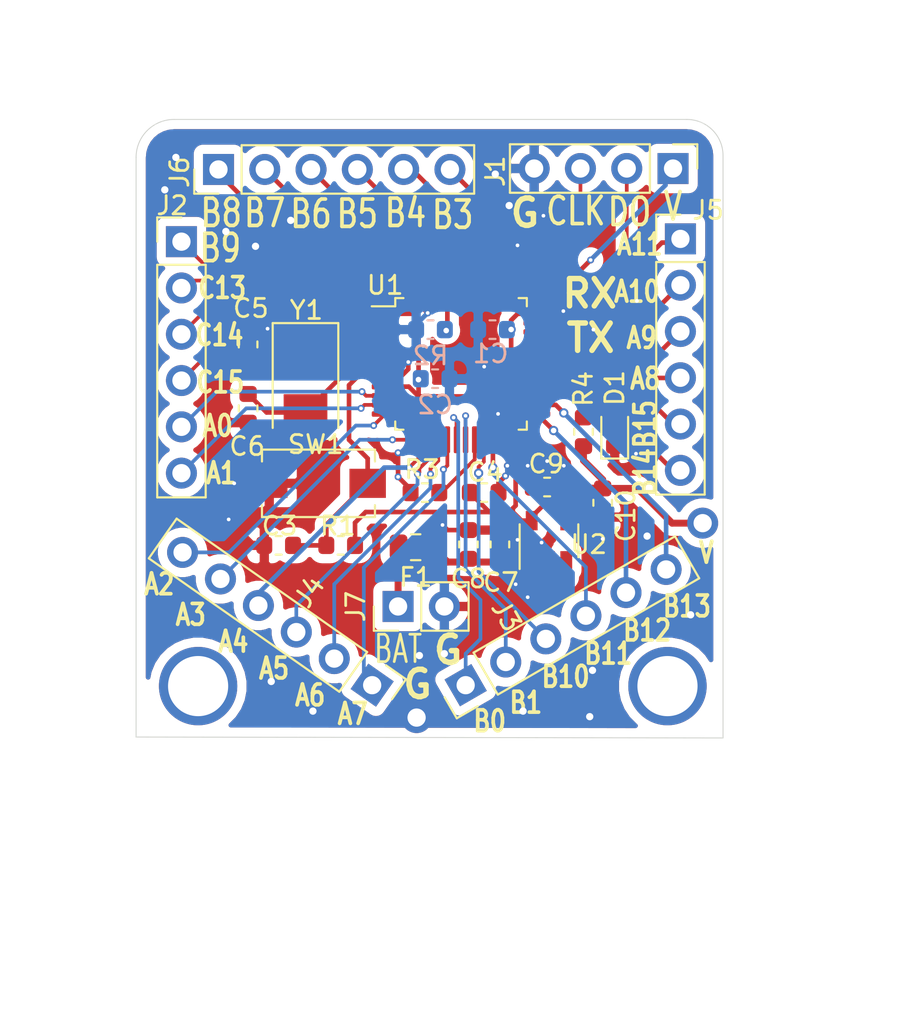
<source format=kicad_pcb>
(kicad_pcb (version 20171130) (host pcbnew "(5.1.6)-1")

  (general
    (thickness 1.6)
    (drawings 48)
    (tracks 356)
    (zones 0)
    (modules 27)
    (nets 46)
  )

  (page A4)
  (layers
    (0 F.Cu signal)
    (31 B.Cu signal)
    (32 B.Adhes user)
    (33 F.Adhes user)
    (34 B.Paste user)
    (35 F.Paste user)
    (36 B.SilkS user)
    (37 F.SilkS user)
    (38 B.Mask user)
    (39 F.Mask user)
    (40 Dwgs.User user hide)
    (41 Cmts.User user hide)
    (42 Eco1.User user hide)
    (43 Eco2.User user hide)
    (44 Edge.Cuts user)
    (45 Margin user hide)
    (46 B.CrtYd user hide)
    (47 F.CrtYd user hide)
    (48 B.Fab user hide)
    (49 F.Fab user hide)
  )

  (setup
    (last_trace_width 0.381)
    (user_trace_width 0.2032)
    (user_trace_width 0.254)
    (user_trace_width 0.381)
    (trace_clearance 0.2)
    (zone_clearance 0.508)
    (zone_45_only no)
    (trace_min 0.2)
    (via_size 0.8)
    (via_drill 0.4)
    (via_min_size 0.2032)
    (via_min_drill 0.3)
    (user_via 0.381 0.2032)
    (user_via 0.381 0.3048)
    (uvia_size 0.3)
    (uvia_drill 0.1)
    (uvias_allowed no)
    (uvia_min_size 0.2)
    (uvia_min_drill 0.1)
    (edge_width 0.05)
    (segment_width 0.2)
    (pcb_text_width 0.3)
    (pcb_text_size 1.5 1.5)
    (mod_edge_width 0.12)
    (mod_text_size 1 1)
    (mod_text_width 0.15)
    (pad_size 1.524 1.524)
    (pad_drill 0.762)
    (pad_to_mask_clearance 0.05)
    (aux_axis_origin 0 0)
    (visible_elements 7FFFFFFF)
    (pcbplotparams
      (layerselection 0x010fc_ffffffff)
      (usegerberextensions false)
      (usegerberattributes true)
      (usegerberadvancedattributes true)
      (creategerberjobfile true)
      (excludeedgelayer true)
      (linewidth 0.100000)
      (plotframeref false)
      (viasonmask false)
      (mode 1)
      (useauxorigin false)
      (hpglpennumber 1)
      (hpglpenspeed 20)
      (hpglpendiameter 15.000000)
      (psnegative false)
      (psa4output false)
      (plotreference true)
      (plotvalue true)
      (plotinvisibletext false)
      (padsonsilk false)
      (subtractmaskfromsilk false)
      (outputformat 1)
      (mirror false)
      (drillshape 0)
      (scaleselection 1)
      (outputdirectory ""))
  )

  (net 0 "")
  (net 1 GND)
  (net 2 +3V3)
  (net 3 /NRST)
  (net 4 "Net-(C5-Pad1)")
  (net 5 "Net-(C6-Pad1)")
  (net 6 +BATT)
  (net 7 "Net-(D1-Pad2)")
  (net 8 "Net-(F1-Pad2)")
  (net 9 /SWO)
  (net 10 /SWCLK)
  (net 11 /PB9)
  (net 12 /PB8)
  (net 13 /PB7)
  (net 14 /PB6)
  (net 15 /PB5)
  (net 16 /PB4)
  (net 17 /PB10)
  (net 18 /PB11)
  (net 19 /PB12)
  (net 20 /PB13)
  (net 21 /PB14)
  (net 22 /PB15)
  (net 23 /PA5)
  (net 24 /PA4)
  (net 25 /PA3)
  (net 26 /PA2)
  (net 27 /PA1)
  (net 28 /PA0)
  (net 29 /PA6)
  (net 30 /PA7)
  (net 31 /PA8)
  (net 32 /PA9)
  (net 33 /PA10)
  (net 34 /PA11)
  (net 35 /PC13)
  (net 36 /PC14)
  (net 37 /PC15)
  (net 38 /PB0)
  (net 39 /PB1)
  (net 40 /PB3)
  (net 41 "Net-(R2-Pad2)")
  (net 42 /BOOT1)
  (net 43 "Net-(U1-Pad33)")
  (net 44 "Net-(U1-Pad38)")
  (net 45 "Net-(U2-Pad4)")

  (net_class Default "This is the default net class."
    (clearance 0.2)
    (trace_width 0.25)
    (via_dia 0.8)
    (via_drill 0.4)
    (uvia_dia 0.3)
    (uvia_drill 0.1)
    (add_net +3V3)
    (add_net +BATT)
    (add_net /BOOT1)
    (add_net /NRST)
    (add_net /PA0)
    (add_net /PA1)
    (add_net /PA10)
    (add_net /PA11)
    (add_net /PA2)
    (add_net /PA3)
    (add_net /PA4)
    (add_net /PA5)
    (add_net /PA6)
    (add_net /PA7)
    (add_net /PA8)
    (add_net /PA9)
    (add_net /PB0)
    (add_net /PB1)
    (add_net /PB10)
    (add_net /PB11)
    (add_net /PB12)
    (add_net /PB13)
    (add_net /PB14)
    (add_net /PB15)
    (add_net /PB3)
    (add_net /PB4)
    (add_net /PB5)
    (add_net /PB6)
    (add_net /PB7)
    (add_net /PB8)
    (add_net /PB9)
    (add_net /PC13)
    (add_net /PC14)
    (add_net /PC15)
    (add_net /SWCLK)
    (add_net /SWO)
    (add_net GND)
    (add_net "Net-(C5-Pad1)")
    (add_net "Net-(C6-Pad1)")
    (add_net "Net-(D1-Pad2)")
    (add_net "Net-(F1-Pad2)")
    (add_net "Net-(R2-Pad2)")
    (add_net "Net-(U1-Pad33)")
    (add_net "Net-(U1-Pad38)")
    (add_net "Net-(U2-Pad4)")
  )

  (module Connector_PinHeader_2.54mm:PinHeader_1x06_P2.54mm_Vertical (layer F.Cu) (tedit 59FED5CC) (tstamp 5FBDA30F)
    (at 149.9616 94.0816)
    (descr "Through hole straight pin header, 1x06, 2.54mm pitch, single row")
    (tags "Through hole pin header THT 1x06 2.54mm single row")
    (path /5FC436C6)
    (fp_text reference J5 (at 1.524 -1.5748) (layer F.SilkS)
      (effects (font (size 1 1) (thickness 0.15)))
    )
    (fp_text value Conn_01x06_Male (at 0 15.03) (layer F.Fab)
      (effects (font (size 1 1) (thickness 0.15)))
    )
    (fp_line (start 1.8 -1.8) (end -1.8 -1.8) (layer F.CrtYd) (width 0.05))
    (fp_line (start 1.8 14.5) (end 1.8 -1.8) (layer F.CrtYd) (width 0.05))
    (fp_line (start -1.8 14.5) (end 1.8 14.5) (layer F.CrtYd) (width 0.05))
    (fp_line (start -1.8 -1.8) (end -1.8 14.5) (layer F.CrtYd) (width 0.05))
    (fp_line (start -1.33 -1.33) (end 0 -1.33) (layer F.SilkS) (width 0.12))
    (fp_line (start -1.33 0) (end -1.33 -1.33) (layer F.SilkS) (width 0.12))
    (fp_line (start -1.33 1.27) (end 1.33 1.27) (layer F.SilkS) (width 0.12))
    (fp_line (start 1.33 1.27) (end 1.33 14.03) (layer F.SilkS) (width 0.12))
    (fp_line (start -1.33 1.27) (end -1.33 14.03) (layer F.SilkS) (width 0.12))
    (fp_line (start -1.33 14.03) (end 1.33 14.03) (layer F.SilkS) (width 0.12))
    (fp_line (start -1.27 -0.635) (end -0.635 -1.27) (layer F.Fab) (width 0.1))
    (fp_line (start -1.27 13.97) (end -1.27 -0.635) (layer F.Fab) (width 0.1))
    (fp_line (start 1.27 13.97) (end -1.27 13.97) (layer F.Fab) (width 0.1))
    (fp_line (start 1.27 -1.27) (end 1.27 13.97) (layer F.Fab) (width 0.1))
    (fp_line (start -0.635 -1.27) (end 1.27 -1.27) (layer F.Fab) (width 0.1))
    (fp_text user %R (at 0 6.35 90) (layer F.Fab)
      (effects (font (size 1 1) (thickness 0.15)))
    )
    (pad 6 thru_hole oval (at 0 12.7) (size 1.7 1.7) (drill 1) (layers *.Cu *.Mask)
      (net 21 /PB14))
    (pad 5 thru_hole oval (at 0 10.16) (size 1.7 1.7) (drill 1) (layers *.Cu *.Mask)
      (net 22 /PB15))
    (pad 4 thru_hole oval (at 0 7.62) (size 1.7 1.7) (drill 1) (layers *.Cu *.Mask)
      (net 31 /PA8))
    (pad 3 thru_hole oval (at 0 5.08) (size 1.7 1.7) (drill 1) (layers *.Cu *.Mask)
      (net 32 /PA9))
    (pad 2 thru_hole oval (at 0 2.54) (size 1.7 1.7) (drill 1) (layers *.Cu *.Mask)
      (net 33 /PA10))
    (pad 1 thru_hole rect (at 0 0) (size 1.7 1.7) (drill 1) (layers *.Cu *.Mask)
      (net 34 /PA11))
    (model ${KISYS3DMOD}/Connector_PinHeader_2.54mm.3dshapes/PinHeader_1x06_P2.54mm_Vertical.wrl
      (at (xyz 0 0 0))
      (scale (xyz 1 1 1))
      (rotate (xyz 0 0 0))
    )
  )

  (module Capacitor_SMD:C_0603_1608Metric (layer B.Cu) (tedit 5B301BBE) (tstamp 5FBD8943)
    (at 139.6492 99.06 180)
    (descr "Capacitor SMD 0603 (1608 Metric), square (rectangular) end terminal, IPC_7351 nominal, (Body size source: http://www.tortai-tech.com/upload/download/2011102023233369053.pdf), generated with kicad-footprint-generator")
    (tags capacitor)
    (path /5FBC1302)
    (attr smd)
    (fp_text reference C1 (at 0.1016 -1.3208) (layer B.SilkS)
      (effects (font (size 1 1) (thickness 0.15)) (justify mirror))
    )
    (fp_text value C (at 0 -1.43) (layer B.Fab)
      (effects (font (size 1 1) (thickness 0.15)) (justify mirror))
    )
    (fp_line (start 1.48 -0.73) (end -1.48 -0.73) (layer B.CrtYd) (width 0.05))
    (fp_line (start 1.48 0.73) (end 1.48 -0.73) (layer B.CrtYd) (width 0.05))
    (fp_line (start -1.48 0.73) (end 1.48 0.73) (layer B.CrtYd) (width 0.05))
    (fp_line (start -1.48 -0.73) (end -1.48 0.73) (layer B.CrtYd) (width 0.05))
    (fp_line (start -0.162779 -0.51) (end 0.162779 -0.51) (layer B.SilkS) (width 0.12))
    (fp_line (start -0.162779 0.51) (end 0.162779 0.51) (layer B.SilkS) (width 0.12))
    (fp_line (start 0.8 -0.4) (end -0.8 -0.4) (layer B.Fab) (width 0.1))
    (fp_line (start 0.8 0.4) (end 0.8 -0.4) (layer B.Fab) (width 0.1))
    (fp_line (start -0.8 0.4) (end 0.8 0.4) (layer B.Fab) (width 0.1))
    (fp_line (start -0.8 -0.4) (end -0.8 0.4) (layer B.Fab) (width 0.1))
    (fp_text user %R (at 0 0) (layer B.Fab)
      (effects (font (size 0.4 0.4) (thickness 0.06)) (justify mirror))
    )
    (pad 2 smd roundrect (at 0.7875 0 180) (size 0.875 0.95) (layers B.Cu B.Paste B.Mask) (roundrect_rratio 0.25)
      (net 1 GND))
    (pad 1 smd roundrect (at -0.7875 0 180) (size 0.875 0.95) (layers B.Cu B.Paste B.Mask) (roundrect_rratio 0.25)
      (net 2 +3V3))
    (model ${KISYS3DMOD}/Capacitor_SMD.3dshapes/C_0603_1608Metric.wrl
      (at (xyz 0 0 0))
      (scale (xyz 1 1 1))
      (rotate (xyz 0 0 0))
    )
  )

  (module Capacitor_SMD:C_0603_1608Metric (layer B.Cu) (tedit 5B301BBE) (tstamp 5FBC918F)
    (at 136.4996 101.7524)
    (descr "Capacitor SMD 0603 (1608 Metric), square (rectangular) end terminal, IPC_7351 nominal, (Body size source: http://www.tortai-tech.com/upload/download/2011102023233369053.pdf), generated with kicad-footprint-generator")
    (tags capacitor)
    (path /5FBC39A5)
    (attr smd)
    (fp_text reference C2 (at 0 1.43) (layer B.SilkS)
      (effects (font (size 1 1) (thickness 0.15)) (justify mirror))
    )
    (fp_text value C (at 0 -1.43) (layer B.Fab)
      (effects (font (size 1 1) (thickness 0.15)) (justify mirror))
    )
    (fp_line (start -0.8 -0.4) (end -0.8 0.4) (layer B.Fab) (width 0.1))
    (fp_line (start -0.8 0.4) (end 0.8 0.4) (layer B.Fab) (width 0.1))
    (fp_line (start 0.8 0.4) (end 0.8 -0.4) (layer B.Fab) (width 0.1))
    (fp_line (start 0.8 -0.4) (end -0.8 -0.4) (layer B.Fab) (width 0.1))
    (fp_line (start -0.162779 0.51) (end 0.162779 0.51) (layer B.SilkS) (width 0.12))
    (fp_line (start -0.162779 -0.51) (end 0.162779 -0.51) (layer B.SilkS) (width 0.12))
    (fp_line (start -1.48 -0.73) (end -1.48 0.73) (layer B.CrtYd) (width 0.05))
    (fp_line (start -1.48 0.73) (end 1.48 0.73) (layer B.CrtYd) (width 0.05))
    (fp_line (start 1.48 0.73) (end 1.48 -0.73) (layer B.CrtYd) (width 0.05))
    (fp_line (start 1.48 -0.73) (end -1.48 -0.73) (layer B.CrtYd) (width 0.05))
    (fp_text user %R (at 0 0) (layer B.Fab)
      (effects (font (size 0.4 0.4) (thickness 0.06)) (justify mirror))
    )
    (pad 1 smd roundrect (at -0.7875 0) (size 0.875 0.95) (layers B.Cu B.Paste B.Mask) (roundrect_rratio 0.25)
      (net 2 +3V3))
    (pad 2 smd roundrect (at 0.7875 0) (size 0.875 0.95) (layers B.Cu B.Paste B.Mask) (roundrect_rratio 0.25)
      (net 1 GND))
    (model ${KISYS3DMOD}/Capacitor_SMD.3dshapes/C_0603_1608Metric.wrl
      (at (xyz 0 0 0))
      (scale (xyz 1 1 1))
      (rotate (xyz 0 0 0))
    )
  )

  (module Capacitor_SMD:C_0603_1608Metric (layer F.Cu) (tedit 5B301BBE) (tstamp 5FBC91A0)
    (at 127.9144 110.8964 180)
    (descr "Capacitor SMD 0603 (1608 Metric), square (rectangular) end terminal, IPC_7351 nominal, (Body size source: http://www.tortai-tech.com/upload/download/2011102023233369053.pdf), generated with kicad-footprint-generator")
    (tags capacitor)
    (path /5FBC6BC0)
    (attr smd)
    (fp_text reference C3 (at -0.0508 1.0668) (layer F.SilkS)
      (effects (font (size 1 1) (thickness 0.15)))
    )
    (fp_text value 0.1uF (at 0 1.43) (layer F.Fab)
      (effects (font (size 1 1) (thickness 0.15)))
    )
    (fp_line (start 1.48 0.73) (end -1.48 0.73) (layer F.CrtYd) (width 0.05))
    (fp_line (start 1.48 -0.73) (end 1.48 0.73) (layer F.CrtYd) (width 0.05))
    (fp_line (start -1.48 -0.73) (end 1.48 -0.73) (layer F.CrtYd) (width 0.05))
    (fp_line (start -1.48 0.73) (end -1.48 -0.73) (layer F.CrtYd) (width 0.05))
    (fp_line (start -0.162779 0.51) (end 0.162779 0.51) (layer F.SilkS) (width 0.12))
    (fp_line (start -0.162779 -0.51) (end 0.162779 -0.51) (layer F.SilkS) (width 0.12))
    (fp_line (start 0.8 0.4) (end -0.8 0.4) (layer F.Fab) (width 0.1))
    (fp_line (start 0.8 -0.4) (end 0.8 0.4) (layer F.Fab) (width 0.1))
    (fp_line (start -0.8 -0.4) (end 0.8 -0.4) (layer F.Fab) (width 0.1))
    (fp_line (start -0.8 0.4) (end -0.8 -0.4) (layer F.Fab) (width 0.1))
    (fp_text user %R (at 0 0) (layer F.Fab)
      (effects (font (size 0.4 0.4) (thickness 0.06)))
    )
    (pad 2 smd roundrect (at 0.7875 0 180) (size 0.875 0.95) (layers F.Cu F.Paste F.Mask) (roundrect_rratio 0.25)
      (net 1 GND))
    (pad 1 smd roundrect (at -0.7875 0 180) (size 0.875 0.95) (layers F.Cu F.Paste F.Mask) (roundrect_rratio 0.25)
      (net 3 /NRST))
    (model ${KISYS3DMOD}/Capacitor_SMD.3dshapes/C_0603_1608Metric.wrl
      (at (xyz 0 0 0))
      (scale (xyz 1 1 1))
      (rotate (xyz 0 0 0))
    )
  )

  (module Capacitor_SMD:C_0603_1608Metric (layer F.Cu) (tedit 5B301BBE) (tstamp 5FBC91B1)
    (at 139.192 108.0008 180)
    (descr "Capacitor SMD 0603 (1608 Metric), square (rectangular) end terminal, IPC_7351 nominal, (Body size source: http://www.tortai-tech.com/upload/download/2011102023233369053.pdf), generated with kicad-footprint-generator")
    (tags capacitor)
    (path /5FBC3FE4)
    (attr smd)
    (fp_text reference C4 (at -0.0508 1.1176) (layer F.SilkS)
      (effects (font (size 1 1) (thickness 0.15)))
    )
    (fp_text value C (at 0 1.43) (layer F.Fab)
      (effects (font (size 1 1) (thickness 0.15)))
    )
    (fp_line (start -0.8 0.4) (end -0.8 -0.4) (layer F.Fab) (width 0.1))
    (fp_line (start -0.8 -0.4) (end 0.8 -0.4) (layer F.Fab) (width 0.1))
    (fp_line (start 0.8 -0.4) (end 0.8 0.4) (layer F.Fab) (width 0.1))
    (fp_line (start 0.8 0.4) (end -0.8 0.4) (layer F.Fab) (width 0.1))
    (fp_line (start -0.162779 -0.51) (end 0.162779 -0.51) (layer F.SilkS) (width 0.12))
    (fp_line (start -0.162779 0.51) (end 0.162779 0.51) (layer F.SilkS) (width 0.12))
    (fp_line (start -1.48 0.73) (end -1.48 -0.73) (layer F.CrtYd) (width 0.05))
    (fp_line (start -1.48 -0.73) (end 1.48 -0.73) (layer F.CrtYd) (width 0.05))
    (fp_line (start 1.48 -0.73) (end 1.48 0.73) (layer F.CrtYd) (width 0.05))
    (fp_line (start 1.48 0.73) (end -1.48 0.73) (layer F.CrtYd) (width 0.05))
    (fp_text user %R (at 0 0) (layer F.Fab)
      (effects (font (size 0.4 0.4) (thickness 0.06)))
    )
    (pad 1 smd roundrect (at -0.7875 0 180) (size 0.875 0.95) (layers F.Cu F.Paste F.Mask) (roundrect_rratio 0.25)
      (net 1 GND))
    (pad 2 smd roundrect (at 0.7875 0 180) (size 0.875 0.95) (layers F.Cu F.Paste F.Mask) (roundrect_rratio 0.25)
      (net 2 +3V3))
    (model ${KISYS3DMOD}/Capacitor_SMD.3dshapes/C_0603_1608Metric.wrl
      (at (xyz 0 0 0))
      (scale (xyz 1 1 1))
      (rotate (xyz 0 0 0))
    )
  )

  (module Capacitor_SMD:C_0603_1608Metric (layer F.Cu) (tedit 5B301BBE) (tstamp 5FBCBB44)
    (at 126.238 99.8728 90)
    (descr "Capacitor SMD 0603 (1608 Metric), square (rectangular) end terminal, IPC_7351 nominal, (Body size source: http://www.tortai-tech.com/upload/download/2011102023233369053.pdf), generated with kicad-footprint-generator")
    (tags capacitor)
    (path /5FBD8C38)
    (attr smd)
    (fp_text reference C5 (at 1.9812 0.1524 180) (layer F.SilkS)
      (effects (font (size 1 1) (thickness 0.15)))
    )
    (fp_text value 18pF (at 0 1.43 90) (layer F.Fab)
      (effects (font (size 1 1) (thickness 0.15)))
    )
    (fp_line (start 1.48 0.73) (end -1.48 0.73) (layer F.CrtYd) (width 0.05))
    (fp_line (start 1.48 -0.73) (end 1.48 0.73) (layer F.CrtYd) (width 0.05))
    (fp_line (start -1.48 -0.73) (end 1.48 -0.73) (layer F.CrtYd) (width 0.05))
    (fp_line (start -1.48 0.73) (end -1.48 -0.73) (layer F.CrtYd) (width 0.05))
    (fp_line (start -0.162779 0.51) (end 0.162779 0.51) (layer F.SilkS) (width 0.12))
    (fp_line (start -0.162779 -0.51) (end 0.162779 -0.51) (layer F.SilkS) (width 0.12))
    (fp_line (start 0.8 0.4) (end -0.8 0.4) (layer F.Fab) (width 0.1))
    (fp_line (start 0.8 -0.4) (end 0.8 0.4) (layer F.Fab) (width 0.1))
    (fp_line (start -0.8 -0.4) (end 0.8 -0.4) (layer F.Fab) (width 0.1))
    (fp_line (start -0.8 0.4) (end -0.8 -0.4) (layer F.Fab) (width 0.1))
    (fp_text user %R (at 0 0 90) (layer F.Fab)
      (effects (font (size 0.4 0.4) (thickness 0.06)))
    )
    (pad 2 smd roundrect (at 0.7875 0 90) (size 0.875 0.95) (layers F.Cu F.Paste F.Mask) (roundrect_rratio 0.25)
      (net 1 GND))
    (pad 1 smd roundrect (at -0.7875 0 90) (size 0.875 0.95) (layers F.Cu F.Paste F.Mask) (roundrect_rratio 0.25)
      (net 4 "Net-(C5-Pad1)"))
    (model ${KISYS3DMOD}/Capacitor_SMD.3dshapes/C_0603_1608Metric.wrl
      (at (xyz 0 0 0))
      (scale (xyz 1 1 1))
      (rotate (xyz 0 0 0))
    )
  )

  (module Capacitor_SMD:C_0603_1608Metric (layer F.Cu) (tedit 5B301BBE) (tstamp 5FBCBB14)
    (at 126.238 103.378 270)
    (descr "Capacitor SMD 0603 (1608 Metric), square (rectangular) end terminal, IPC_7351 nominal, (Body size source: http://www.tortai-tech.com/upload/download/2011102023233369053.pdf), generated with kicad-footprint-generator")
    (tags capacitor)
    (path /5FBD9577)
    (attr smd)
    (fp_text reference C6 (at 2.0828 0.0508 180) (layer F.SilkS)
      (effects (font (size 1 1) (thickness 0.15)))
    )
    (fp_text value 18pF (at 0 1.43 90) (layer F.Fab)
      (effects (font (size 1 1) (thickness 0.15)))
    )
    (fp_line (start -0.8 0.4) (end -0.8 -0.4) (layer F.Fab) (width 0.1))
    (fp_line (start -0.8 -0.4) (end 0.8 -0.4) (layer F.Fab) (width 0.1))
    (fp_line (start 0.8 -0.4) (end 0.8 0.4) (layer F.Fab) (width 0.1))
    (fp_line (start 0.8 0.4) (end -0.8 0.4) (layer F.Fab) (width 0.1))
    (fp_line (start -0.162779 -0.51) (end 0.162779 -0.51) (layer F.SilkS) (width 0.12))
    (fp_line (start -0.162779 0.51) (end 0.162779 0.51) (layer F.SilkS) (width 0.12))
    (fp_line (start -1.48 0.73) (end -1.48 -0.73) (layer F.CrtYd) (width 0.05))
    (fp_line (start -1.48 -0.73) (end 1.48 -0.73) (layer F.CrtYd) (width 0.05))
    (fp_line (start 1.48 -0.73) (end 1.48 0.73) (layer F.CrtYd) (width 0.05))
    (fp_line (start 1.48 0.73) (end -1.48 0.73) (layer F.CrtYd) (width 0.05))
    (fp_text user %R (at 0 0 90) (layer F.Fab)
      (effects (font (size 0.4 0.4) (thickness 0.06)))
    )
    (pad 1 smd roundrect (at -0.7875 0 270) (size 0.875 0.95) (layers F.Cu F.Paste F.Mask) (roundrect_rratio 0.25)
      (net 5 "Net-(C6-Pad1)"))
    (pad 2 smd roundrect (at 0.7875 0 270) (size 0.875 0.95) (layers F.Cu F.Paste F.Mask) (roundrect_rratio 0.25)
      (net 1 GND))
    (model ${KISYS3DMOD}/Capacitor_SMD.3dshapes/C_0603_1608Metric.wrl
      (at (xyz 0 0 0))
      (scale (xyz 1 1 1))
      (rotate (xyz 0 0 0))
    )
  )

  (module Capacitor_SMD:C_0603_1608Metric (layer F.Cu) (tedit 5B301BBE) (tstamp 5FBC91E4)
    (at 140.0556 110.8456 270)
    (descr "Capacitor SMD 0603 (1608 Metric), square (rectangular) end terminal, IPC_7351 nominal, (Body size source: http://www.tortai-tech.com/upload/download/2011102023233369053.pdf), generated with kicad-footprint-generator")
    (tags capacitor)
    (path /5FC0D1B2)
    (attr smd)
    (fp_text reference C7 (at 2.0828 -0.0508 180) (layer F.SilkS)
      (effects (font (size 1 1) (thickness 0.15)))
    )
    (fp_text value C (at 0 1.43 90) (layer F.Fab)
      (effects (font (size 1 1) (thickness 0.15)))
    )
    (fp_line (start -0.8 0.4) (end -0.8 -0.4) (layer F.Fab) (width 0.1))
    (fp_line (start -0.8 -0.4) (end 0.8 -0.4) (layer F.Fab) (width 0.1))
    (fp_line (start 0.8 -0.4) (end 0.8 0.4) (layer F.Fab) (width 0.1))
    (fp_line (start 0.8 0.4) (end -0.8 0.4) (layer F.Fab) (width 0.1))
    (fp_line (start -0.162779 -0.51) (end 0.162779 -0.51) (layer F.SilkS) (width 0.12))
    (fp_line (start -0.162779 0.51) (end 0.162779 0.51) (layer F.SilkS) (width 0.12))
    (fp_line (start -1.48 0.73) (end -1.48 -0.73) (layer F.CrtYd) (width 0.05))
    (fp_line (start -1.48 -0.73) (end 1.48 -0.73) (layer F.CrtYd) (width 0.05))
    (fp_line (start 1.48 -0.73) (end 1.48 0.73) (layer F.CrtYd) (width 0.05))
    (fp_line (start 1.48 0.73) (end -1.48 0.73) (layer F.CrtYd) (width 0.05))
    (fp_text user %R (at 0 0 90) (layer F.Fab)
      (effects (font (size 0.4 0.4) (thickness 0.06)))
    )
    (pad 1 smd roundrect (at -0.7875 0 270) (size 0.875 0.95) (layers F.Cu F.Paste F.Mask) (roundrect_rratio 0.25)
      (net 1 GND))
    (pad 2 smd roundrect (at 0.7875 0 270) (size 0.875 0.95) (layers F.Cu F.Paste F.Mask) (roundrect_rratio 0.25)
      (net 6 +BATT))
    (model ${KISYS3DMOD}/Capacitor_SMD.3dshapes/C_0603_1608Metric.wrl
      (at (xyz 0 0 0))
      (scale (xyz 1 1 1))
      (rotate (xyz 0 0 0))
    )
  )

  (module Capacitor_SMD:C_0603_1608Metric (layer F.Cu) (tedit 5B301BBE) (tstamp 5FBC91F5)
    (at 138.3284 110.8456 270)
    (descr "Capacitor SMD 0603 (1608 Metric), square (rectangular) end terminal, IPC_7351 nominal, (Body size source: http://www.tortai-tech.com/upload/download/2011102023233369053.pdf), generated with kicad-footprint-generator")
    (tags capacitor)
    (path /5FC0BB34)
    (attr smd)
    (fp_text reference C8 (at 1.8796 0 180) (layer F.SilkS)
      (effects (font (size 1 1) (thickness 0.15)))
    )
    (fp_text value C (at 0 1.43 90) (layer F.Fab)
      (effects (font (size 1 1) (thickness 0.15)))
    )
    (fp_line (start 1.48 0.73) (end -1.48 0.73) (layer F.CrtYd) (width 0.05))
    (fp_line (start 1.48 -0.73) (end 1.48 0.73) (layer F.CrtYd) (width 0.05))
    (fp_line (start -1.48 -0.73) (end 1.48 -0.73) (layer F.CrtYd) (width 0.05))
    (fp_line (start -1.48 0.73) (end -1.48 -0.73) (layer F.CrtYd) (width 0.05))
    (fp_line (start -0.162779 0.51) (end 0.162779 0.51) (layer F.SilkS) (width 0.12))
    (fp_line (start -0.162779 -0.51) (end 0.162779 -0.51) (layer F.SilkS) (width 0.12))
    (fp_line (start 0.8 0.4) (end -0.8 0.4) (layer F.Fab) (width 0.1))
    (fp_line (start 0.8 -0.4) (end 0.8 0.4) (layer F.Fab) (width 0.1))
    (fp_line (start -0.8 -0.4) (end 0.8 -0.4) (layer F.Fab) (width 0.1))
    (fp_line (start -0.8 0.4) (end -0.8 -0.4) (layer F.Fab) (width 0.1))
    (fp_text user %R (at 0 0 90) (layer F.Fab)
      (effects (font (size 0.4 0.4) (thickness 0.06)))
    )
    (pad 2 smd roundrect (at 0.7875 0 270) (size 0.875 0.95) (layers F.Cu F.Paste F.Mask) (roundrect_rratio 0.25)
      (net 6 +BATT))
    (pad 1 smd roundrect (at -0.7875 0 270) (size 0.875 0.95) (layers F.Cu F.Paste F.Mask) (roundrect_rratio 0.25)
      (net 1 GND))
    (model ${KISYS3DMOD}/Capacitor_SMD.3dshapes/C_0603_1608Metric.wrl
      (at (xyz 0 0 0))
      (scale (xyz 1 1 1))
      (rotate (xyz 0 0 0))
    )
  )

  (module Capacitor_SMD:C_0603_1608Metric (layer F.Cu) (tedit 5B301BBE) (tstamp 5FBC9206)
    (at 142.6464 107.696)
    (descr "Capacitor SMD 0603 (1608 Metric), square (rectangular) end terminal, IPC_7351 nominal, (Body size source: http://www.tortai-tech.com/upload/download/2011102023233369053.pdf), generated with kicad-footprint-generator")
    (tags capacitor)
    (path /5FC14DE4)
    (attr smd)
    (fp_text reference C9 (at -0.0508 -1.27) (layer F.SilkS)
      (effects (font (size 1 1) (thickness 0.15)))
    )
    (fp_text value C (at 0 1.43) (layer F.Fab)
      (effects (font (size 1 1) (thickness 0.15)))
    )
    (fp_line (start 1.48 0.73) (end -1.48 0.73) (layer F.CrtYd) (width 0.05))
    (fp_line (start 1.48 -0.73) (end 1.48 0.73) (layer F.CrtYd) (width 0.05))
    (fp_line (start -1.48 -0.73) (end 1.48 -0.73) (layer F.CrtYd) (width 0.05))
    (fp_line (start -1.48 0.73) (end -1.48 -0.73) (layer F.CrtYd) (width 0.05))
    (fp_line (start -0.162779 0.51) (end 0.162779 0.51) (layer F.SilkS) (width 0.12))
    (fp_line (start -0.162779 -0.51) (end 0.162779 -0.51) (layer F.SilkS) (width 0.12))
    (fp_line (start 0.8 0.4) (end -0.8 0.4) (layer F.Fab) (width 0.1))
    (fp_line (start 0.8 -0.4) (end 0.8 0.4) (layer F.Fab) (width 0.1))
    (fp_line (start -0.8 -0.4) (end 0.8 -0.4) (layer F.Fab) (width 0.1))
    (fp_line (start -0.8 0.4) (end -0.8 -0.4) (layer F.Fab) (width 0.1))
    (fp_text user %R (at 0 0) (layer F.Fab)
      (effects (font (size 0.4 0.4) (thickness 0.06)))
    )
    (pad 2 smd roundrect (at 0.7875 0) (size 0.875 0.95) (layers F.Cu F.Paste F.Mask) (roundrect_rratio 0.25)
      (net 2 +3V3))
    (pad 1 smd roundrect (at -0.7875 0) (size 0.875 0.95) (layers F.Cu F.Paste F.Mask) (roundrect_rratio 0.25)
      (net 1 GND))
    (model ${KISYS3DMOD}/Capacitor_SMD.3dshapes/C_0603_1608Metric.wrl
      (at (xyz 0 0 0))
      (scale (xyz 1 1 1))
      (rotate (xyz 0 0 0))
    )
  )

  (module Capacitor_SMD:C_0603_1608Metric (layer F.Cu) (tedit 5B301BBE) (tstamp 5FBC9217)
    (at 145.6944 108.5596 90)
    (descr "Capacitor SMD 0603 (1608 Metric), square (rectangular) end terminal, IPC_7351 nominal, (Body size source: http://www.tortai-tech.com/upload/download/2011102023233369053.pdf), generated with kicad-footprint-generator")
    (tags capacitor)
    (path /5FC1577D)
    (attr smd)
    (fp_text reference C10 (at -0.7112 1.27 90) (layer F.SilkS)
      (effects (font (size 1 1) (thickness 0.15)))
    )
    (fp_text value C (at 0 1.43 90) (layer F.Fab)
      (effects (font (size 1 1) (thickness 0.15)))
    )
    (fp_line (start -0.8 0.4) (end -0.8 -0.4) (layer F.Fab) (width 0.1))
    (fp_line (start -0.8 -0.4) (end 0.8 -0.4) (layer F.Fab) (width 0.1))
    (fp_line (start 0.8 -0.4) (end 0.8 0.4) (layer F.Fab) (width 0.1))
    (fp_line (start 0.8 0.4) (end -0.8 0.4) (layer F.Fab) (width 0.1))
    (fp_line (start -0.162779 -0.51) (end 0.162779 -0.51) (layer F.SilkS) (width 0.12))
    (fp_line (start -0.162779 0.51) (end 0.162779 0.51) (layer F.SilkS) (width 0.12))
    (fp_line (start -1.48 0.73) (end -1.48 -0.73) (layer F.CrtYd) (width 0.05))
    (fp_line (start -1.48 -0.73) (end 1.48 -0.73) (layer F.CrtYd) (width 0.05))
    (fp_line (start 1.48 -0.73) (end 1.48 0.73) (layer F.CrtYd) (width 0.05))
    (fp_line (start 1.48 0.73) (end -1.48 0.73) (layer F.CrtYd) (width 0.05))
    (fp_text user %R (at 0 0 90) (layer F.Fab)
      (effects (font (size 0.4 0.4) (thickness 0.06)))
    )
    (pad 1 smd roundrect (at -0.7875 0 90) (size 0.875 0.95) (layers F.Cu F.Paste F.Mask) (roundrect_rratio 0.25)
      (net 1 GND))
    (pad 2 smd roundrect (at 0.7875 0 90) (size 0.875 0.95) (layers F.Cu F.Paste F.Mask) (roundrect_rratio 0.25)
      (net 2 +3V3))
    (model ${KISYS3DMOD}/Capacitor_SMD.3dshapes/C_0603_1608Metric.wrl
      (at (xyz 0 0 0))
      (scale (xyz 1 1 1))
      (rotate (xyz 0 0 0))
    )
  )

  (module LED_SMD:LED_0603_1608Metric (layer F.Cu) (tedit 5B301BBE) (tstamp 5FBC922A)
    (at 146.3548 104.648 90)
    (descr "LED SMD 0603 (1608 Metric), square (rectangular) end terminal, IPC_7351 nominal, (Body size source: http://www.tortai-tech.com/upload/download/2011102023233369053.pdf), generated with kicad-footprint-generator")
    (tags diode)
    (path /5FCE4CE6)
    (attr smd)
    (fp_text reference D1 (at 2.3876 0 90) (layer F.SilkS)
      (effects (font (size 1 1) (thickness 0.15)))
    )
    (fp_text value LED (at 0 1.43 90) (layer F.Fab)
      (effects (font (size 1 1) (thickness 0.15)))
    )
    (fp_line (start 0.8 -0.4) (end -0.5 -0.4) (layer F.Fab) (width 0.1))
    (fp_line (start -0.5 -0.4) (end -0.8 -0.1) (layer F.Fab) (width 0.1))
    (fp_line (start -0.8 -0.1) (end -0.8 0.4) (layer F.Fab) (width 0.1))
    (fp_line (start -0.8 0.4) (end 0.8 0.4) (layer F.Fab) (width 0.1))
    (fp_line (start 0.8 0.4) (end 0.8 -0.4) (layer F.Fab) (width 0.1))
    (fp_line (start 0.8 -0.735) (end -1.485 -0.735) (layer F.SilkS) (width 0.12))
    (fp_line (start -1.485 -0.735) (end -1.485 0.735) (layer F.SilkS) (width 0.12))
    (fp_line (start -1.485 0.735) (end 0.8 0.735) (layer F.SilkS) (width 0.12))
    (fp_line (start -1.48 0.73) (end -1.48 -0.73) (layer F.CrtYd) (width 0.05))
    (fp_line (start -1.48 -0.73) (end 1.48 -0.73) (layer F.CrtYd) (width 0.05))
    (fp_line (start 1.48 -0.73) (end 1.48 0.73) (layer F.CrtYd) (width 0.05))
    (fp_line (start 1.48 0.73) (end -1.48 0.73) (layer F.CrtYd) (width 0.05))
    (fp_text user %R (at 0 0 90) (layer F.Fab)
      (effects (font (size 0.4 0.4) (thickness 0.06)))
    )
    (pad 1 smd roundrect (at -0.7875 0 90) (size 0.875 0.95) (layers F.Cu F.Paste F.Mask) (roundrect_rratio 0.25)
      (net 1 GND))
    (pad 2 smd roundrect (at 0.7875 0 90) (size 0.875 0.95) (layers F.Cu F.Paste F.Mask) (roundrect_rratio 0.25)
      (net 7 "Net-(D1-Pad2)"))
    (model ${KISYS3DMOD}/LED_SMD.3dshapes/LED_0603_1608Metric.wrl
      (at (xyz 0 0 0))
      (scale (xyz 1 1 1))
      (rotate (xyz 0 0 0))
    )
  )

  (module Fuse:Fuse_0805_2012Metric (layer F.Cu) (tedit 5B36C52C) (tstamp 5FBC923B)
    (at 135.4328 110.998 180)
    (descr "Fuse SMD 0805 (2012 Metric), square (rectangular) end terminal, IPC_7351 nominal, (Body size source: https://docs.google.com/spreadsheets/d/1BsfQQcO9C6DZCsRaXUlFlo91Tg2WpOkGARC1WS5S8t0/edit?usp=sharing), generated with kicad-footprint-generator")
    (tags resistor)
    (path /5FCD69D0)
    (attr smd)
    (fp_text reference F1 (at 0 -1.65) (layer F.SilkS)
      (effects (font (size 1 1) (thickness 0.15)))
    )
    (fp_text value Fuse (at 0 1.65) (layer F.Fab)
      (effects (font (size 1 1) (thickness 0.15)))
    )
    (fp_line (start -1 0.6) (end -1 -0.6) (layer F.Fab) (width 0.1))
    (fp_line (start -1 -0.6) (end 1 -0.6) (layer F.Fab) (width 0.1))
    (fp_line (start 1 -0.6) (end 1 0.6) (layer F.Fab) (width 0.1))
    (fp_line (start 1 0.6) (end -1 0.6) (layer F.Fab) (width 0.1))
    (fp_line (start -0.258578 -0.71) (end 0.258578 -0.71) (layer F.SilkS) (width 0.12))
    (fp_line (start -0.258578 0.71) (end 0.258578 0.71) (layer F.SilkS) (width 0.12))
    (fp_line (start -1.68 0.95) (end -1.68 -0.95) (layer F.CrtYd) (width 0.05))
    (fp_line (start -1.68 -0.95) (end 1.68 -0.95) (layer F.CrtYd) (width 0.05))
    (fp_line (start 1.68 -0.95) (end 1.68 0.95) (layer F.CrtYd) (width 0.05))
    (fp_line (start 1.68 0.95) (end -1.68 0.95) (layer F.CrtYd) (width 0.05))
    (fp_text user %R (at 0 0) (layer F.Fab)
      (effects (font (size 0.5 0.5) (thickness 0.08)))
    )
    (pad 1 smd roundrect (at -0.9375 0 180) (size 0.975 1.4) (layers F.Cu F.Paste F.Mask) (roundrect_rratio 0.25)
      (net 6 +BATT))
    (pad 2 smd roundrect (at 0.9375 0 180) (size 0.975 1.4) (layers F.Cu F.Paste F.Mask) (roundrect_rratio 0.25)
      (net 8 "Net-(F1-Pad2)"))
    (model ${KISYS3DMOD}/Fuse.3dshapes/Fuse_0805_2012Metric.wrl
      (at (xyz 0 0 0))
      (scale (xyz 1 1 1))
      (rotate (xyz 0 0 0))
    )
  )

  (module Connector_PinHeader_2.54mm:PinHeader_1x04_P2.54mm_Vertical (layer F.Cu) (tedit 59FED5CC) (tstamp 5FBC9253)
    (at 149.5552 90.2208 270)
    (descr "Through hole straight pin header, 1x04, 2.54mm pitch, single row")
    (tags "Through hole pin header THT 1x04 2.54mm single row")
    (path /5FBFD733)
    (fp_text reference J1 (at 0.1524 9.7536 90) (layer F.SilkS)
      (effects (font (size 1 1) (thickness 0.15)))
    )
    (fp_text value Conn_01x04_Male (at 0 9.95 90) (layer F.Fab)
      (effects (font (size 1 1) (thickness 0.15)))
    )
    (fp_line (start -0.635 -1.27) (end 1.27 -1.27) (layer F.Fab) (width 0.1))
    (fp_line (start 1.27 -1.27) (end 1.27 8.89) (layer F.Fab) (width 0.1))
    (fp_line (start 1.27 8.89) (end -1.27 8.89) (layer F.Fab) (width 0.1))
    (fp_line (start -1.27 8.89) (end -1.27 -0.635) (layer F.Fab) (width 0.1))
    (fp_line (start -1.27 -0.635) (end -0.635 -1.27) (layer F.Fab) (width 0.1))
    (fp_line (start -1.33 8.95) (end 1.33 8.95) (layer F.SilkS) (width 0.12))
    (fp_line (start -1.33 1.27) (end -1.33 8.95) (layer F.SilkS) (width 0.12))
    (fp_line (start 1.33 1.27) (end 1.33 8.95) (layer F.SilkS) (width 0.12))
    (fp_line (start -1.33 1.27) (end 1.33 1.27) (layer F.SilkS) (width 0.12))
    (fp_line (start -1.33 0) (end -1.33 -1.33) (layer F.SilkS) (width 0.12))
    (fp_line (start -1.33 -1.33) (end 0 -1.33) (layer F.SilkS) (width 0.12))
    (fp_line (start -1.8 -1.8) (end -1.8 9.4) (layer F.CrtYd) (width 0.05))
    (fp_line (start -1.8 9.4) (end 1.8 9.4) (layer F.CrtYd) (width 0.05))
    (fp_line (start 1.8 9.4) (end 1.8 -1.8) (layer F.CrtYd) (width 0.05))
    (fp_line (start 1.8 -1.8) (end -1.8 -1.8) (layer F.CrtYd) (width 0.05))
    (fp_text user %R (at 0 3.81) (layer F.Fab)
      (effects (font (size 1 1) (thickness 0.15)))
    )
    (pad 1 thru_hole rect (at 0 0 270) (size 1.7 1.7) (drill 1) (layers *.Cu *.Mask)
      (net 2 +3V3))
    (pad 2 thru_hole oval (at 0 2.54 270) (size 1.7 1.7) (drill 1) (layers *.Cu *.Mask)
      (net 9 /SWO))
    (pad 3 thru_hole oval (at 0 5.08 270) (size 1.7 1.7) (drill 1) (layers *.Cu *.Mask)
      (net 10 /SWCLK))
    (pad 4 thru_hole oval (at 0 7.62 270) (size 1.7 1.7) (drill 1) (layers *.Cu *.Mask)
      (net 1 GND))
    (model ${KISYS3DMOD}/Connector_PinHeader_2.54mm.3dshapes/PinHeader_1x04_P2.54mm_Vertical.wrl
      (at (xyz 0 0 0))
      (scale (xyz 1 1 1))
      (rotate (xyz 0 0 0))
    )
  )

  (module Connector_PinHeader_2.54mm:PinHeader_1x06_P2.54mm_Vertical (layer F.Cu) (tedit 59FED5CC) (tstamp 5FBC926D)
    (at 122.5804 94.234)
    (descr "Through hole straight pin header, 1x06, 2.54mm pitch, single row")
    (tags "Through hole pin header THT 1x06 2.54mm single row")
    (path /5FC54D75)
    (fp_text reference J2 (at -0.508 -1.9812) (layer F.SilkS)
      (effects (font (size 1 1) (thickness 0.15)))
    )
    (fp_text value Conn_01x06_Male (at 0 15.03) (layer F.Fab)
      (effects (font (size 1 1) (thickness 0.15)))
    )
    (fp_line (start 1.8 -1.8) (end -1.8 -1.8) (layer F.CrtYd) (width 0.05))
    (fp_line (start 1.8 14.5) (end 1.8 -1.8) (layer F.CrtYd) (width 0.05))
    (fp_line (start -1.8 14.5) (end 1.8 14.5) (layer F.CrtYd) (width 0.05))
    (fp_line (start -1.8 -1.8) (end -1.8 14.5) (layer F.CrtYd) (width 0.05))
    (fp_line (start -1.33 -1.33) (end 0 -1.33) (layer F.SilkS) (width 0.12))
    (fp_line (start -1.33 0) (end -1.33 -1.33) (layer F.SilkS) (width 0.12))
    (fp_line (start -1.33 1.27) (end 1.33 1.27) (layer F.SilkS) (width 0.12))
    (fp_line (start 1.33 1.27) (end 1.33 14.03) (layer F.SilkS) (width 0.12))
    (fp_line (start -1.33 1.27) (end -1.33 14.03) (layer F.SilkS) (width 0.12))
    (fp_line (start -1.33 14.03) (end 1.33 14.03) (layer F.SilkS) (width 0.12))
    (fp_line (start -1.27 -0.635) (end -0.635 -1.27) (layer F.Fab) (width 0.1))
    (fp_line (start -1.27 13.97) (end -1.27 -0.635) (layer F.Fab) (width 0.1))
    (fp_line (start 1.27 13.97) (end -1.27 13.97) (layer F.Fab) (width 0.1))
    (fp_line (start 1.27 -1.27) (end 1.27 13.97) (layer F.Fab) (width 0.1))
    (fp_line (start -0.635 -1.27) (end 1.27 -1.27) (layer F.Fab) (width 0.1))
    (fp_text user %R (at 0 6.35 45) (layer F.Fab)
      (effects (font (size 1 1) (thickness 0.15)))
    )
    (pad 6 thru_hole oval (at 0 12.7) (size 1.7 1.7) (drill 1) (layers *.Cu *.Mask)
      (net 27 /PA1))
    (pad 5 thru_hole oval (at 0 10.16) (size 1.7 1.7) (drill 1) (layers *.Cu *.Mask)
      (net 28 /PA0))
    (pad 4 thru_hole oval (at 0 7.62) (size 1.7 1.7) (drill 1) (layers *.Cu *.Mask)
      (net 37 /PC15))
    (pad 3 thru_hole oval (at 0 5.08) (size 1.7 1.7) (drill 1) (layers *.Cu *.Mask)
      (net 36 /PC14))
    (pad 2 thru_hole oval (at 0 2.54) (size 1.7 1.7) (drill 1) (layers *.Cu *.Mask)
      (net 35 /PC13))
    (pad 1 thru_hole rect (at 0 0) (size 1.7 1.7) (drill 1) (layers *.Cu *.Mask)
      (net 11 /PB9))
    (model ${KISYS3DMOD}/Connector_PinHeader_2.54mm.3dshapes/PinHeader_1x06_P2.54mm_Vertical.wrl
      (at (xyz 0 0 0))
      (scale (xyz 1 1 1))
      (rotate (xyz 0 0 0))
    )
  )

  (module Connector_PinHeader_2.54mm:PinHeader_1x06_P2.54mm_Vertical (layer F.Cu) (tedit 59FED5CC) (tstamp 5FBC9287)
    (at 138.176 118.5672 120)
    (descr "Through hole straight pin header, 1x06, 2.54mm pitch, single row")
    (tags "Through hole pin header THT 1x06 2.54mm single row")
    (path /5FC54D69)
    (fp_text reference J3 (at 2.181957 3.84074 120) (layer F.SilkS)
      (effects (font (size 1 1) (thickness 0.15)))
    )
    (fp_text value Conn_01x06_Male (at 0 15.03 120) (layer F.Fab)
      (effects (font (size 1 1) (thickness 0.15)))
    )
    (fp_line (start -0.635 -1.27) (end 1.27 -1.27) (layer F.Fab) (width 0.1))
    (fp_line (start 1.27 -1.27) (end 1.27 13.97) (layer F.Fab) (width 0.1))
    (fp_line (start 1.27 13.97) (end -1.27 13.97) (layer F.Fab) (width 0.1))
    (fp_line (start -1.27 13.97) (end -1.27 -0.635) (layer F.Fab) (width 0.1))
    (fp_line (start -1.27 -0.635) (end -0.635 -1.27) (layer F.Fab) (width 0.1))
    (fp_line (start -1.33 14.03) (end 1.33 14.03) (layer F.SilkS) (width 0.12))
    (fp_line (start -1.33 1.27) (end -1.33 14.03) (layer F.SilkS) (width 0.12))
    (fp_line (start 1.33 1.27) (end 1.33 14.03) (layer F.SilkS) (width 0.12))
    (fp_line (start -1.33 1.27) (end 1.33 1.27) (layer F.SilkS) (width 0.12))
    (fp_line (start -1.33 0) (end -1.33 -1.33) (layer F.SilkS) (width 0.12))
    (fp_line (start -1.33 -1.33) (end 0 -1.33) (layer F.SilkS) (width 0.12))
    (fp_line (start -1.8 -1.8) (end -1.8 14.5) (layer F.CrtYd) (width 0.05))
    (fp_line (start -1.8 14.5) (end 1.8 14.5) (layer F.CrtYd) (width 0.05))
    (fp_line (start 1.8 14.5) (end 1.8 -1.8) (layer F.CrtYd) (width 0.05))
    (fp_line (start 1.8 -1.8) (end -1.8 -1.8) (layer F.CrtYd) (width 0.05))
    (fp_text user %R (at 0 6.35 30) (layer F.Fab)
      (effects (font (size 1 1) (thickness 0.15)))
    )
    (pad 1 thru_hole rect (at 0 0 120) (size 1.7 1.7) (drill 1) (layers *.Cu *.Mask)
      (net 38 /PB0))
    (pad 2 thru_hole oval (at 0 2.54 120) (size 1.7 1.7) (drill 1) (layers *.Cu *.Mask)
      (net 39 /PB1))
    (pad 3 thru_hole oval (at 0 5.08 120) (size 1.7 1.7) (drill 1) (layers *.Cu *.Mask)
      (net 17 /PB10))
    (pad 4 thru_hole oval (at 0 7.62 120) (size 1.7 1.7) (drill 1) (layers *.Cu *.Mask)
      (net 18 /PB11))
    (pad 5 thru_hole oval (at 0 10.16 120) (size 1.7 1.7) (drill 1) (layers *.Cu *.Mask)
      (net 19 /PB12))
    (pad 6 thru_hole oval (at 0 12.7 120) (size 1.7 1.7) (drill 1) (layers *.Cu *.Mask)
      (net 20 /PB13))
    (model ${KISYS3DMOD}/Connector_PinHeader_2.54mm.3dshapes/PinHeader_1x06_P2.54mm_Vertical.wrl
      (at (xyz 0 0 0))
      (scale (xyz 1 1 1))
      (rotate (xyz 0 0 0))
    )
  )

  (module Connector_PinHeader_2.54mm:PinHeader_1x06_P2.54mm_Vertical (layer F.Cu) (tedit 59FED5CC) (tstamp 5FBC92A1)
    (at 133.0452 118.5672 235)
    (descr "Through hole straight pin header, 1x06, 2.54mm pitch, single row")
    (tags "Through hole pin header THT 1x06 2.54mm single row")
    (path /5FC291FD)
    (fp_text reference J4 (at -2.221543 5.772585 55) (layer F.SilkS)
      (effects (font (size 1 1) (thickness 0.15)))
    )
    (fp_text value Conn_01x06_Male (at 0 15.03 55) (layer F.Fab)
      (effects (font (size 1 1) (thickness 0.15)))
    )
    (fp_line (start -0.635 -1.27) (end 1.27 -1.27) (layer F.Fab) (width 0.1))
    (fp_line (start 1.27 -1.27) (end 1.27 13.97) (layer F.Fab) (width 0.1))
    (fp_line (start 1.27 13.97) (end -1.27 13.97) (layer F.Fab) (width 0.1))
    (fp_line (start -1.27 13.97) (end -1.27 -0.635) (layer F.Fab) (width 0.1))
    (fp_line (start -1.27 -0.635) (end -0.635 -1.27) (layer F.Fab) (width 0.1))
    (fp_line (start -1.33 14.03) (end 1.33 14.03) (layer F.SilkS) (width 0.12))
    (fp_line (start -1.33 1.27) (end -1.33 14.03) (layer F.SilkS) (width 0.12))
    (fp_line (start 1.33 1.27) (end 1.33 14.03) (layer F.SilkS) (width 0.12))
    (fp_line (start -1.33 1.27) (end 1.33 1.27) (layer F.SilkS) (width 0.12))
    (fp_line (start -1.33 0) (end -1.33 -1.33) (layer F.SilkS) (width 0.12))
    (fp_line (start -1.33 -1.33) (end 0 -1.33) (layer F.SilkS) (width 0.12))
    (fp_line (start -1.8 -1.8) (end -1.8 14.5) (layer F.CrtYd) (width 0.05))
    (fp_line (start -1.8 14.5) (end 1.8 14.5) (layer F.CrtYd) (width 0.05))
    (fp_line (start 1.8 14.5) (end 1.8 -1.8) (layer F.CrtYd) (width 0.05))
    (fp_line (start 1.8 -1.8) (end -1.8 -1.8) (layer F.CrtYd) (width 0.05))
    (fp_text user %R (at 0 6.35 145) (layer F.Fab)
      (effects (font (size 1 1) (thickness 0.15)))
    )
    (pad 1 thru_hole rect (at 0 0 235) (size 1.7 1.7) (drill 1) (layers *.Cu *.Mask)
      (net 30 /PA7))
    (pad 2 thru_hole oval (at 0 2.54 235) (size 1.7 1.7) (drill 1) (layers *.Cu *.Mask)
      (net 29 /PA6))
    (pad 3 thru_hole oval (at 0 5.08 235) (size 1.7 1.7) (drill 1) (layers *.Cu *.Mask)
      (net 23 /PA5))
    (pad 4 thru_hole oval (at 0 7.62 235) (size 1.7 1.7) (drill 1) (layers *.Cu *.Mask)
      (net 24 /PA4))
    (pad 5 thru_hole oval (at 0 10.16 235) (size 1.7 1.7) (drill 1) (layers *.Cu *.Mask)
      (net 25 /PA3))
    (pad 6 thru_hole oval (at 0 12.7 235) (size 1.7 1.7) (drill 1) (layers *.Cu *.Mask)
      (net 26 /PA2))
    (model ${KISYS3DMOD}/Connector_PinHeader_2.54mm.3dshapes/PinHeader_1x06_P2.54mm_Vertical.wrl
      (at (xyz 0 0 0))
      (scale (xyz 1 1 1))
      (rotate (xyz 0 0 0))
    )
  )

  (module Connector_PinHeader_2.54mm:PinHeader_1x06_P2.54mm_Vertical (layer F.Cu) (tedit 59FED5CC) (tstamp 5FBC92D5)
    (at 124.6124 90.2716 90)
    (descr "Through hole straight pin header, 1x06, 2.54mm pitch, single row")
    (tags "Through hole pin header THT 1x06 2.54mm single row")
    (path /5FCB5FAC)
    (fp_text reference J6 (at -0.1524 -2.1336 90) (layer F.SilkS)
      (effects (font (size 1 1) (thickness 0.15)))
    )
    (fp_text value Conn_01x06_Male (at 0 15.03 90) (layer F.Fab)
      (effects (font (size 1 1) (thickness 0.15)))
    )
    (fp_line (start -0.635 -1.27) (end 1.27 -1.27) (layer F.Fab) (width 0.1))
    (fp_line (start 1.27 -1.27) (end 1.27 13.97) (layer F.Fab) (width 0.1))
    (fp_line (start 1.27 13.97) (end -1.27 13.97) (layer F.Fab) (width 0.1))
    (fp_line (start -1.27 13.97) (end -1.27 -0.635) (layer F.Fab) (width 0.1))
    (fp_line (start -1.27 -0.635) (end -0.635 -1.27) (layer F.Fab) (width 0.1))
    (fp_line (start -1.33 14.03) (end 1.33 14.03) (layer F.SilkS) (width 0.12))
    (fp_line (start -1.33 1.27) (end -1.33 14.03) (layer F.SilkS) (width 0.12))
    (fp_line (start 1.33 1.27) (end 1.33 14.03) (layer F.SilkS) (width 0.12))
    (fp_line (start -1.33 1.27) (end 1.33 1.27) (layer F.SilkS) (width 0.12))
    (fp_line (start -1.33 0) (end -1.33 -1.33) (layer F.SilkS) (width 0.12))
    (fp_line (start -1.33 -1.33) (end 0 -1.33) (layer F.SilkS) (width 0.12))
    (fp_line (start -1.8 -1.8) (end -1.8 14.5) (layer F.CrtYd) (width 0.05))
    (fp_line (start -1.8 14.5) (end 1.8 14.5) (layer F.CrtYd) (width 0.05))
    (fp_line (start 1.8 14.5) (end 1.8 -1.8) (layer F.CrtYd) (width 0.05))
    (fp_line (start 1.8 -1.8) (end -1.8 -1.8) (layer F.CrtYd) (width 0.05))
    (fp_text user %R (at 0 6.35) (layer F.Fab)
      (effects (font (size 1 1) (thickness 0.15)))
    )
    (pad 1 thru_hole rect (at 0 0 90) (size 1.7 1.7) (drill 1) (layers *.Cu *.Mask)
      (net 12 /PB8))
    (pad 2 thru_hole oval (at 0 2.54 90) (size 1.7 1.7) (drill 1) (layers *.Cu *.Mask)
      (net 13 /PB7))
    (pad 3 thru_hole oval (at 0 5.08 90) (size 1.7 1.7) (drill 1) (layers *.Cu *.Mask)
      (net 14 /PB6))
    (pad 4 thru_hole oval (at 0 7.62 90) (size 1.7 1.7) (drill 1) (layers *.Cu *.Mask)
      (net 15 /PB5))
    (pad 5 thru_hole oval (at 0 10.16 90) (size 1.7 1.7) (drill 1) (layers *.Cu *.Mask)
      (net 16 /PB4))
    (pad 6 thru_hole oval (at 0 12.7 90) (size 1.7 1.7) (drill 1) (layers *.Cu *.Mask)
      (net 40 /PB3))
    (model ${KISYS3DMOD}/Connector_PinHeader_2.54mm.3dshapes/PinHeader_1x06_P2.54mm_Vertical.wrl
      (at (xyz 0 0 0))
      (scale (xyz 1 1 1))
      (rotate (xyz 0 0 0))
    )
  )

  (module Connector_PinHeader_2.54mm:PinHeader_1x02_P2.54mm_Vertical (layer F.Cu) (tedit 59FED5CC) (tstamp 5FBC99CA)
    (at 134.4676 114.2492 90)
    (descr "Through hole straight pin header, 1x02, 2.54mm pitch, single row")
    (tags "Through hole pin header THT 1x02 2.54mm single row")
    (path /5FCD1D8E)
    (fp_text reference J7 (at 0 -2.33 90) (layer F.SilkS)
      (effects (font (size 1 1) (thickness 0.15)))
    )
    (fp_text value Conn_01x02_Male (at 0 4.87 90) (layer F.Fab)
      (effects (font (size 1 1) (thickness 0.15)))
    )
    (fp_line (start -0.635 -1.27) (end 1.27 -1.27) (layer F.Fab) (width 0.1))
    (fp_line (start 1.27 -1.27) (end 1.27 3.81) (layer F.Fab) (width 0.1))
    (fp_line (start 1.27 3.81) (end -1.27 3.81) (layer F.Fab) (width 0.1))
    (fp_line (start -1.27 3.81) (end -1.27 -0.635) (layer F.Fab) (width 0.1))
    (fp_line (start -1.27 -0.635) (end -0.635 -1.27) (layer F.Fab) (width 0.1))
    (fp_line (start -1.33 3.87) (end 1.33 3.87) (layer F.SilkS) (width 0.12))
    (fp_line (start -1.33 1.27) (end -1.33 3.87) (layer F.SilkS) (width 0.12))
    (fp_line (start 1.33 1.27) (end 1.33 3.87) (layer F.SilkS) (width 0.12))
    (fp_line (start -1.33 1.27) (end 1.33 1.27) (layer F.SilkS) (width 0.12))
    (fp_line (start -1.33 0) (end -1.33 -1.33) (layer F.SilkS) (width 0.12))
    (fp_line (start -1.33 -1.33) (end 0 -1.33) (layer F.SilkS) (width 0.12))
    (fp_line (start -1.8 -1.8) (end -1.8 4.35) (layer F.CrtYd) (width 0.05))
    (fp_line (start -1.8 4.35) (end 1.8 4.35) (layer F.CrtYd) (width 0.05))
    (fp_line (start 1.8 4.35) (end 1.8 -1.8) (layer F.CrtYd) (width 0.05))
    (fp_line (start 1.8 -1.8) (end -1.8 -1.8) (layer F.CrtYd) (width 0.05))
    (fp_text user %R (at 0 1.27) (layer F.Fab)
      (effects (font (size 1 1) (thickness 0.15)))
    )
    (pad 1 thru_hole rect (at 0 0 90) (size 1.7 1.7) (drill 1) (layers *.Cu *.Mask)
      (net 8 "Net-(F1-Pad2)"))
    (pad 2 thru_hole oval (at 0 2.54 90) (size 1.7 1.7) (drill 1) (layers *.Cu *.Mask)
      (net 1 GND))
    (model ${KISYS3DMOD}/Connector_PinHeader_2.54mm.3dshapes/PinHeader_1x02_P2.54mm_Vertical.wrl
      (at (xyz 0 0 0))
      (scale (xyz 1 1 1))
      (rotate (xyz 0 0 0))
    )
  )

  (module Resistor_SMD:R_0603_1608Metric (layer F.Cu) (tedit 5B301BBD) (tstamp 5FBC92FC)
    (at 131.318 110.8964)
    (descr "Resistor SMD 0603 (1608 Metric), square (rectangular) end terminal, IPC_7351 nominal, (Body size source: http://www.tortai-tech.com/upload/download/2011102023233369053.pdf), generated with kicad-footprint-generator")
    (tags resistor)
    (path /5FBC7A02)
    (attr smd)
    (fp_text reference R1 (at -0.1524 -1.0668) (layer F.SilkS)
      (effects (font (size 1 1) (thickness 0.15)))
    )
    (fp_text value 10k (at 0 1.43) (layer F.Fab)
      (effects (font (size 1 1) (thickness 0.15)))
    )
    (fp_line (start -0.8 0.4) (end -0.8 -0.4) (layer F.Fab) (width 0.1))
    (fp_line (start -0.8 -0.4) (end 0.8 -0.4) (layer F.Fab) (width 0.1))
    (fp_line (start 0.8 -0.4) (end 0.8 0.4) (layer F.Fab) (width 0.1))
    (fp_line (start 0.8 0.4) (end -0.8 0.4) (layer F.Fab) (width 0.1))
    (fp_line (start -0.162779 -0.51) (end 0.162779 -0.51) (layer F.SilkS) (width 0.12))
    (fp_line (start -0.162779 0.51) (end 0.162779 0.51) (layer F.SilkS) (width 0.12))
    (fp_line (start -1.48 0.73) (end -1.48 -0.73) (layer F.CrtYd) (width 0.05))
    (fp_line (start -1.48 -0.73) (end 1.48 -0.73) (layer F.CrtYd) (width 0.05))
    (fp_line (start 1.48 -0.73) (end 1.48 0.73) (layer F.CrtYd) (width 0.05))
    (fp_line (start 1.48 0.73) (end -1.48 0.73) (layer F.CrtYd) (width 0.05))
    (fp_text user %R (at 0 0) (layer F.Fab)
      (effects (font (size 0.4 0.4) (thickness 0.06)))
    )
    (pad 1 smd roundrect (at -0.7875 0) (size 0.875 0.95) (layers F.Cu F.Paste F.Mask) (roundrect_rratio 0.25)
      (net 3 /NRST))
    (pad 2 smd roundrect (at 0.7875 0) (size 0.875 0.95) (layers F.Cu F.Paste F.Mask) (roundrect_rratio 0.25)
      (net 2 +3V3))
    (model ${KISYS3DMOD}/Resistor_SMD.3dshapes/R_0603_1608Metric.wrl
      (at (xyz 0 0 0))
      (scale (xyz 1 1 1))
      (rotate (xyz 0 0 0))
    )
  )

  (module Resistor_SMD:R_0603_1608Metric (layer B.Cu) (tedit 5B301BBD) (tstamp 5FBC930D)
    (at 136.2456 99.06)
    (descr "Resistor SMD 0603 (1608 Metric), square (rectangular) end terminal, IPC_7351 nominal, (Body size source: http://www.tortai-tech.com/upload/download/2011102023233369053.pdf), generated with kicad-footprint-generator")
    (tags resistor)
    (path /5FBD2562)
    (attr smd)
    (fp_text reference R2 (at 0 1.43) (layer B.SilkS)
      (effects (font (size 1 1) (thickness 0.15)) (justify mirror))
    )
    (fp_text value 5.1k (at 0 -1.43) (layer B.Fab)
      (effects (font (size 1 1) (thickness 0.15)) (justify mirror))
    )
    (fp_line (start 1.48 -0.73) (end -1.48 -0.73) (layer B.CrtYd) (width 0.05))
    (fp_line (start 1.48 0.73) (end 1.48 -0.73) (layer B.CrtYd) (width 0.05))
    (fp_line (start -1.48 0.73) (end 1.48 0.73) (layer B.CrtYd) (width 0.05))
    (fp_line (start -1.48 -0.73) (end -1.48 0.73) (layer B.CrtYd) (width 0.05))
    (fp_line (start -0.162779 -0.51) (end 0.162779 -0.51) (layer B.SilkS) (width 0.12))
    (fp_line (start -0.162779 0.51) (end 0.162779 0.51) (layer B.SilkS) (width 0.12))
    (fp_line (start 0.8 -0.4) (end -0.8 -0.4) (layer B.Fab) (width 0.1))
    (fp_line (start 0.8 0.4) (end 0.8 -0.4) (layer B.Fab) (width 0.1))
    (fp_line (start -0.8 0.4) (end 0.8 0.4) (layer B.Fab) (width 0.1))
    (fp_line (start -0.8 -0.4) (end -0.8 0.4) (layer B.Fab) (width 0.1))
    (fp_text user %R (at 0 0) (layer B.Fab)
      (effects (font (size 0.4 0.4) (thickness 0.06)) (justify mirror))
    )
    (pad 2 smd roundrect (at 0.7875 0) (size 0.875 0.95) (layers B.Cu B.Paste B.Mask) (roundrect_rratio 0.25)
      (net 41 "Net-(R2-Pad2)"))
    (pad 1 smd roundrect (at -0.7875 0) (size 0.875 0.95) (layers B.Cu B.Paste B.Mask) (roundrect_rratio 0.25)
      (net 1 GND))
    (model ${KISYS3DMOD}/Resistor_SMD.3dshapes/R_0603_1608Metric.wrl
      (at (xyz 0 0 0))
      (scale (xyz 1 1 1))
      (rotate (xyz 0 0 0))
    )
  )

  (module Resistor_SMD:R_0603_1608Metric (layer F.Cu) (tedit 5B301BBD) (tstamp 5FBC931E)
    (at 135.9408 108.0008 180)
    (descr "Resistor SMD 0603 (1608 Metric), square (rectangular) end terminal, IPC_7351 nominal, (Body size source: http://www.tortai-tech.com/upload/download/2011102023233369053.pdf), generated with kicad-footprint-generator")
    (tags resistor)
    (path /5FBE8985)
    (attr smd)
    (fp_text reference R3 (at 0.1524 1.27) (layer F.SilkS)
      (effects (font (size 1 1) (thickness 0.15)))
    )
    (fp_text value 5.1k (at 0 1.43) (layer F.Fab)
      (effects (font (size 1 1) (thickness 0.15)))
    )
    (fp_line (start 1.48 0.73) (end -1.48 0.73) (layer F.CrtYd) (width 0.05))
    (fp_line (start 1.48 -0.73) (end 1.48 0.73) (layer F.CrtYd) (width 0.05))
    (fp_line (start -1.48 -0.73) (end 1.48 -0.73) (layer F.CrtYd) (width 0.05))
    (fp_line (start -1.48 0.73) (end -1.48 -0.73) (layer F.CrtYd) (width 0.05))
    (fp_line (start -0.162779 0.51) (end 0.162779 0.51) (layer F.SilkS) (width 0.12))
    (fp_line (start -0.162779 -0.51) (end 0.162779 -0.51) (layer F.SilkS) (width 0.12))
    (fp_line (start 0.8 0.4) (end -0.8 0.4) (layer F.Fab) (width 0.1))
    (fp_line (start 0.8 -0.4) (end 0.8 0.4) (layer F.Fab) (width 0.1))
    (fp_line (start -0.8 -0.4) (end 0.8 -0.4) (layer F.Fab) (width 0.1))
    (fp_line (start -0.8 0.4) (end -0.8 -0.4) (layer F.Fab) (width 0.1))
    (fp_text user %R (at 0 0) (layer F.Fab)
      (effects (font (size 0.4 0.4) (thickness 0.06)))
    )
    (pad 2 smd roundrect (at 0.7875 0 180) (size 0.875 0.95) (layers F.Cu F.Paste F.Mask) (roundrect_rratio 0.25)
      (net 1 GND))
    (pad 1 smd roundrect (at -0.7875 0 180) (size 0.875 0.95) (layers F.Cu F.Paste F.Mask) (roundrect_rratio 0.25)
      (net 42 /BOOT1))
    (model ${KISYS3DMOD}/Resistor_SMD.3dshapes/R_0603_1608Metric.wrl
      (at (xyz 0 0 0))
      (scale (xyz 1 1 1))
      (rotate (xyz 0 0 0))
    )
  )

  (module Resistor_SMD:R_0603_1608Metric (layer F.Cu) (tedit 5B301BBD) (tstamp 5FBC932F)
    (at 144.642201 104.665799 90)
    (descr "Resistor SMD 0603 (1608 Metric), square (rectangular) end terminal, IPC_7351 nominal, (Body size source: http://www.tortai-tech.com/upload/download/2011102023233369053.pdf), generated with kicad-footprint-generator")
    (tags resistor)
    (path /5FCE1D59)
    (attr smd)
    (fp_text reference R4 (at 2.354599 -0.014601 90) (layer F.SilkS)
      (effects (font (size 1 1) (thickness 0.15)))
    )
    (fp_text value R (at 0 1.43 90) (layer F.Fab)
      (effects (font (size 1 1) (thickness 0.15)))
    )
    (fp_line (start -0.8 0.4) (end -0.8 -0.4) (layer F.Fab) (width 0.1))
    (fp_line (start -0.8 -0.4) (end 0.8 -0.4) (layer F.Fab) (width 0.1))
    (fp_line (start 0.8 -0.4) (end 0.8 0.4) (layer F.Fab) (width 0.1))
    (fp_line (start 0.8 0.4) (end -0.8 0.4) (layer F.Fab) (width 0.1))
    (fp_line (start -0.162779 -0.51) (end 0.162779 -0.51) (layer F.SilkS) (width 0.12))
    (fp_line (start -0.162779 0.51) (end 0.162779 0.51) (layer F.SilkS) (width 0.12))
    (fp_line (start -1.48 0.73) (end -1.48 -0.73) (layer F.CrtYd) (width 0.05))
    (fp_line (start -1.48 -0.73) (end 1.48 -0.73) (layer F.CrtYd) (width 0.05))
    (fp_line (start 1.48 -0.73) (end 1.48 0.73) (layer F.CrtYd) (width 0.05))
    (fp_line (start 1.48 0.73) (end -1.48 0.73) (layer F.CrtYd) (width 0.05))
    (fp_text user %R (at 0 0 90) (layer F.Fab)
      (effects (font (size 0.4 0.4) (thickness 0.06)))
    )
    (pad 1 smd roundrect (at -0.7875 0 90) (size 0.875 0.95) (layers F.Cu F.Paste F.Mask) (roundrect_rratio 0.25)
      (net 2 +3V3))
    (pad 2 smd roundrect (at 0.7875 0 90) (size 0.875 0.95) (layers F.Cu F.Paste F.Mask) (roundrect_rratio 0.25)
      (net 7 "Net-(D1-Pad2)"))
    (model ${KISYS3DMOD}/Resistor_SMD.3dshapes/R_0603_1608Metric.wrl
      (at (xyz 0 0 0))
      (scale (xyz 1 1 1))
      (rotate (xyz 0 0 0))
    )
  )

  (module Button_Switch_SMD:SW_SPST_EVQPE1 (layer F.Cu) (tedit 5A02FC95) (tstamp 5FBC9348)
    (at 130.0988 107.4928)
    (descr "Light Touch Switch, https://industrial.panasonic.com/cdbs/www-data/pdf/ATK0000/ATK0000CE7.pdf")
    (path /5FBC98A6)
    (attr smd)
    (fp_text reference SW1 (at -0.1524 -2.1336) (layer F.SilkS)
      (effects (font (size 1 1) (thickness 0.15)))
    )
    (fp_text value SW_Push (at 0 3) (layer F.Fab)
      (effects (font (size 1 1) (thickness 0.15)))
    )
    (fp_line (start 3 -1.75) (end 3 1.75) (layer F.Fab) (width 0.1))
    (fp_line (start 3 1.75) (end -3 1.75) (layer F.Fab) (width 0.1))
    (fp_line (start -3 1.75) (end -3 -1.75) (layer F.Fab) (width 0.1))
    (fp_line (start -3 -1.75) (end 3 -1.75) (layer F.Fab) (width 0.1))
    (fp_line (start -1.4 -0.7) (end 1.4 -0.7) (layer F.Fab) (width 0.1))
    (fp_line (start 1.4 -0.7) (end 1.4 0.7) (layer F.Fab) (width 0.1))
    (fp_line (start 1.4 0.7) (end -1.4 0.7) (layer F.Fab) (width 0.1))
    (fp_line (start -1.4 0.7) (end -1.4 -0.7) (layer F.Fab) (width 0.1))
    (fp_line (start -3.95 -2) (end 3.95 -2) (layer F.CrtYd) (width 0.05))
    (fp_line (start 3.95 -2) (end 3.95 2) (layer F.CrtYd) (width 0.05))
    (fp_line (start 3.95 2) (end -3.95 2) (layer F.CrtYd) (width 0.05))
    (fp_line (start -3.95 2) (end -3.95 -2) (layer F.CrtYd) (width 0.05))
    (fp_line (start 3.1 -1.85) (end 3.1 -1.2) (layer F.SilkS) (width 0.12))
    (fp_line (start 3.1 1.85) (end 3.1 1.2) (layer F.SilkS) (width 0.12))
    (fp_line (start -3.1 1.2) (end -3.1 1.85) (layer F.SilkS) (width 0.12))
    (fp_line (start -3.1 -1.85) (end -3.1 -1.2) (layer F.SilkS) (width 0.12))
    (fp_line (start 3.1 -1.85) (end -3.1 -1.85) (layer F.SilkS) (width 0.12))
    (fp_line (start -3.1 1.85) (end 3.1 1.85) (layer F.SilkS) (width 0.12))
    (fp_text user %R (at 0 -2.65) (layer F.Fab)
      (effects (font (size 1 1) (thickness 0.15)))
    )
    (pad 2 smd rect (at 2.7 0) (size 2 1.6) (layers F.Cu F.Paste F.Mask)
      (net 3 /NRST))
    (pad 1 smd rect (at -2.7 0) (size 2 1.6) (layers F.Cu F.Paste F.Mask)
      (net 1 GND))
    (model ${KISYS3DMOD}/Button_Switch_SMD.3dshapes/SW_SPST_EVQPE1.wrl
      (at (xyz 0 0 0))
      (scale (xyz 1 1 1))
      (rotate (xyz 0 0 0))
    )
  )

  (module Package_QFP:LQFP-48_7x7mm_P0.5mm (layer F.Cu) (tedit 5D9F72AF) (tstamp 5FBC93A3)
    (at 137.922 100.9396)
    (descr "LQFP, 48 Pin (https://www.analog.com/media/en/technical-documentation/data-sheets/ltc2358-16.pdf), generated with kicad-footprint-generator ipc_gullwing_generator.py")
    (tags "LQFP QFP")
    (path /5FBBCF3B)
    (attr smd)
    (fp_text reference U1 (at -4.1656 -4.318) (layer F.SilkS)
      (effects (font (size 1 1) (thickness 0.15)))
    )
    (fp_text value STM32F103C8Tx (at 0 5.85) (layer F.Fab)
      (effects (font (size 1 1) (thickness 0.15)))
    )
    (fp_line (start 3.16 3.61) (end 3.61 3.61) (layer F.SilkS) (width 0.12))
    (fp_line (start 3.61 3.61) (end 3.61 3.16) (layer F.SilkS) (width 0.12))
    (fp_line (start -3.16 3.61) (end -3.61 3.61) (layer F.SilkS) (width 0.12))
    (fp_line (start -3.61 3.61) (end -3.61 3.16) (layer F.SilkS) (width 0.12))
    (fp_line (start 3.16 -3.61) (end 3.61 -3.61) (layer F.SilkS) (width 0.12))
    (fp_line (start 3.61 -3.61) (end 3.61 -3.16) (layer F.SilkS) (width 0.12))
    (fp_line (start -3.16 -3.61) (end -3.61 -3.61) (layer F.SilkS) (width 0.12))
    (fp_line (start -3.61 -3.61) (end -3.61 -3.16) (layer F.SilkS) (width 0.12))
    (fp_line (start -3.61 -3.16) (end -4.9 -3.16) (layer F.SilkS) (width 0.12))
    (fp_line (start -2.5 -3.5) (end 3.5 -3.5) (layer F.Fab) (width 0.1))
    (fp_line (start 3.5 -3.5) (end 3.5 3.5) (layer F.Fab) (width 0.1))
    (fp_line (start 3.5 3.5) (end -3.5 3.5) (layer F.Fab) (width 0.1))
    (fp_line (start -3.5 3.5) (end -3.5 -2.5) (layer F.Fab) (width 0.1))
    (fp_line (start -3.5 -2.5) (end -2.5 -3.5) (layer F.Fab) (width 0.1))
    (fp_line (start 0 -5.15) (end -3.15 -5.15) (layer F.CrtYd) (width 0.05))
    (fp_line (start -3.15 -5.15) (end -3.15 -3.75) (layer F.CrtYd) (width 0.05))
    (fp_line (start -3.15 -3.75) (end -3.75 -3.75) (layer F.CrtYd) (width 0.05))
    (fp_line (start -3.75 -3.75) (end -3.75 -3.15) (layer F.CrtYd) (width 0.05))
    (fp_line (start -3.75 -3.15) (end -5.15 -3.15) (layer F.CrtYd) (width 0.05))
    (fp_line (start -5.15 -3.15) (end -5.15 0) (layer F.CrtYd) (width 0.05))
    (fp_line (start 0 -5.15) (end 3.15 -5.15) (layer F.CrtYd) (width 0.05))
    (fp_line (start 3.15 -5.15) (end 3.15 -3.75) (layer F.CrtYd) (width 0.05))
    (fp_line (start 3.15 -3.75) (end 3.75 -3.75) (layer F.CrtYd) (width 0.05))
    (fp_line (start 3.75 -3.75) (end 3.75 -3.15) (layer F.CrtYd) (width 0.05))
    (fp_line (start 3.75 -3.15) (end 5.15 -3.15) (layer F.CrtYd) (width 0.05))
    (fp_line (start 5.15 -3.15) (end 5.15 0) (layer F.CrtYd) (width 0.05))
    (fp_line (start 0 5.15) (end -3.15 5.15) (layer F.CrtYd) (width 0.05))
    (fp_line (start -3.15 5.15) (end -3.15 3.75) (layer F.CrtYd) (width 0.05))
    (fp_line (start -3.15 3.75) (end -3.75 3.75) (layer F.CrtYd) (width 0.05))
    (fp_line (start -3.75 3.75) (end -3.75 3.15) (layer F.CrtYd) (width 0.05))
    (fp_line (start -3.75 3.15) (end -5.15 3.15) (layer F.CrtYd) (width 0.05))
    (fp_line (start -5.15 3.15) (end -5.15 0) (layer F.CrtYd) (width 0.05))
    (fp_line (start 0 5.15) (end 3.15 5.15) (layer F.CrtYd) (width 0.05))
    (fp_line (start 3.15 5.15) (end 3.15 3.75) (layer F.CrtYd) (width 0.05))
    (fp_line (start 3.15 3.75) (end 3.75 3.75) (layer F.CrtYd) (width 0.05))
    (fp_line (start 3.75 3.75) (end 3.75 3.15) (layer F.CrtYd) (width 0.05))
    (fp_line (start 3.75 3.15) (end 5.15 3.15) (layer F.CrtYd) (width 0.05))
    (fp_line (start 5.15 3.15) (end 5.15 0) (layer F.CrtYd) (width 0.05))
    (fp_text user %R (at 0 0) (layer F.Fab)
      (effects (font (size 1 1) (thickness 0.15)))
    )
    (pad 1 smd roundrect (at -4.1625 -2.75) (size 1.475 0.3) (layers F.Cu F.Paste F.Mask) (roundrect_rratio 0.25)
      (net 2 +3V3))
    (pad 2 smd roundrect (at -4.1625 -2.25) (size 1.475 0.3) (layers F.Cu F.Paste F.Mask) (roundrect_rratio 0.25)
      (net 35 /PC13))
    (pad 3 smd roundrect (at -4.1625 -1.75) (size 1.475 0.3) (layers F.Cu F.Paste F.Mask) (roundrect_rratio 0.25)
      (net 36 /PC14))
    (pad 4 smd roundrect (at -4.1625 -1.25) (size 1.475 0.3) (layers F.Cu F.Paste F.Mask) (roundrect_rratio 0.25)
      (net 37 /PC15))
    (pad 5 smd roundrect (at -4.1625 -0.75) (size 1.475 0.3) (layers F.Cu F.Paste F.Mask) (roundrect_rratio 0.25)
      (net 4 "Net-(C5-Pad1)"))
    (pad 6 smd roundrect (at -4.1625 -0.25) (size 1.475 0.3) (layers F.Cu F.Paste F.Mask) (roundrect_rratio 0.25)
      (net 5 "Net-(C6-Pad1)"))
    (pad 7 smd roundrect (at -4.1625 0.25) (size 1.475 0.3) (layers F.Cu F.Paste F.Mask) (roundrect_rratio 0.25)
      (net 3 /NRST))
    (pad 8 smd roundrect (at -4.1625 0.75) (size 1.475 0.3) (layers F.Cu F.Paste F.Mask) (roundrect_rratio 0.25)
      (net 1 GND))
    (pad 9 smd roundrect (at -4.1625 1.25) (size 1.475 0.3) (layers F.Cu F.Paste F.Mask) (roundrect_rratio 0.25)
      (net 2 +3V3))
    (pad 10 smd roundrect (at -4.1625 1.75) (size 1.475 0.3) (layers F.Cu F.Paste F.Mask) (roundrect_rratio 0.25)
      (net 28 /PA0))
    (pad 11 smd roundrect (at -4.1625 2.25) (size 1.475 0.3) (layers F.Cu F.Paste F.Mask) (roundrect_rratio 0.25)
      (net 27 /PA1))
    (pad 12 smd roundrect (at -4.1625 2.75) (size 1.475 0.3) (layers F.Cu F.Paste F.Mask) (roundrect_rratio 0.25)
      (net 26 /PA2))
    (pad 13 smd roundrect (at -2.75 4.1625) (size 0.3 1.475) (layers F.Cu F.Paste F.Mask) (roundrect_rratio 0.25)
      (net 25 /PA3))
    (pad 14 smd roundrect (at -2.25 4.1625) (size 0.3 1.475) (layers F.Cu F.Paste F.Mask) (roundrect_rratio 0.25)
      (net 24 /PA4))
    (pad 15 smd roundrect (at -1.75 4.1625) (size 0.3 1.475) (layers F.Cu F.Paste F.Mask) (roundrect_rratio 0.25)
      (net 23 /PA5))
    (pad 16 smd roundrect (at -1.25 4.1625) (size 0.3 1.475) (layers F.Cu F.Paste F.Mask) (roundrect_rratio 0.25)
      (net 29 /PA6))
    (pad 17 smd roundrect (at -0.75 4.1625) (size 0.3 1.475) (layers F.Cu F.Paste F.Mask) (roundrect_rratio 0.25)
      (net 30 /PA7))
    (pad 18 smd roundrect (at -0.25 4.1625) (size 0.3 1.475) (layers F.Cu F.Paste F.Mask) (roundrect_rratio 0.25)
      (net 38 /PB0))
    (pad 19 smd roundrect (at 0.25 4.1625) (size 0.3 1.475) (layers F.Cu F.Paste F.Mask) (roundrect_rratio 0.25)
      (net 39 /PB1))
    (pad 20 smd roundrect (at 0.75 4.1625) (size 0.3 1.475) (layers F.Cu F.Paste F.Mask) (roundrect_rratio 0.25)
      (net 42 /BOOT1))
    (pad 21 smd roundrect (at 1.25 4.1625) (size 0.3 1.475) (layers F.Cu F.Paste F.Mask) (roundrect_rratio 0.25)
      (net 17 /PB10))
    (pad 22 smd roundrect (at 1.75 4.1625) (size 0.3 1.475) (layers F.Cu F.Paste F.Mask) (roundrect_rratio 0.25)
      (net 18 /PB11))
    (pad 23 smd roundrect (at 2.25 4.1625) (size 0.3 1.475) (layers F.Cu F.Paste F.Mask) (roundrect_rratio 0.25)
      (net 1 GND))
    (pad 24 smd roundrect (at 2.75 4.1625) (size 0.3 1.475) (layers F.Cu F.Paste F.Mask) (roundrect_rratio 0.25)
      (net 2 +3V3))
    (pad 25 smd roundrect (at 4.1625 2.75) (size 1.475 0.3) (layers F.Cu F.Paste F.Mask) (roundrect_rratio 0.25)
      (net 19 /PB12))
    (pad 26 smd roundrect (at 4.1625 2.25) (size 1.475 0.3) (layers F.Cu F.Paste F.Mask) (roundrect_rratio 0.25)
      (net 20 /PB13))
    (pad 27 smd roundrect (at 4.1625 1.75) (size 1.475 0.3) (layers F.Cu F.Paste F.Mask) (roundrect_rratio 0.25)
      (net 21 /PB14))
    (pad 28 smd roundrect (at 4.1625 1.25) (size 1.475 0.3) (layers F.Cu F.Paste F.Mask) (roundrect_rratio 0.25)
      (net 22 /PB15))
    (pad 29 smd roundrect (at 4.1625 0.75) (size 1.475 0.3) (layers F.Cu F.Paste F.Mask) (roundrect_rratio 0.25)
      (net 31 /PA8))
    (pad 30 smd roundrect (at 4.1625 0.25) (size 1.475 0.3) (layers F.Cu F.Paste F.Mask) (roundrect_rratio 0.25)
      (net 32 /PA9))
    (pad 31 smd roundrect (at 4.1625 -0.25) (size 1.475 0.3) (layers F.Cu F.Paste F.Mask) (roundrect_rratio 0.25)
      (net 33 /PA10))
    (pad 32 smd roundrect (at 4.1625 -0.75) (size 1.475 0.3) (layers F.Cu F.Paste F.Mask) (roundrect_rratio 0.25)
      (net 34 /PA11))
    (pad 33 smd roundrect (at 4.1625 -1.25) (size 1.475 0.3) (layers F.Cu F.Paste F.Mask) (roundrect_rratio 0.25)
      (net 43 "Net-(U1-Pad33)"))
    (pad 34 smd roundrect (at 4.1625 -1.75) (size 1.475 0.3) (layers F.Cu F.Paste F.Mask) (roundrect_rratio 0.25)
      (net 9 /SWO))
    (pad 35 smd roundrect (at 4.1625 -2.25) (size 1.475 0.3) (layers F.Cu F.Paste F.Mask) (roundrect_rratio 0.25)
      (net 1 GND))
    (pad 36 smd roundrect (at 4.1625 -2.75) (size 1.475 0.3) (layers F.Cu F.Paste F.Mask) (roundrect_rratio 0.25)
      (net 2 +3V3))
    (pad 37 smd roundrect (at 2.75 -4.1625) (size 0.3 1.475) (layers F.Cu F.Paste F.Mask) (roundrect_rratio 0.25)
      (net 10 /SWCLK))
    (pad 38 smd roundrect (at 2.25 -4.1625) (size 0.3 1.475) (layers F.Cu F.Paste F.Mask) (roundrect_rratio 0.25)
      (net 44 "Net-(U1-Pad38)"))
    (pad 39 smd roundrect (at 1.75 -4.1625) (size 0.3 1.475) (layers F.Cu F.Paste F.Mask) (roundrect_rratio 0.25)
      (net 40 /PB3))
    (pad 40 smd roundrect (at 1.25 -4.1625) (size 0.3 1.475) (layers F.Cu F.Paste F.Mask) (roundrect_rratio 0.25)
      (net 16 /PB4))
    (pad 41 smd roundrect (at 0.75 -4.1625) (size 0.3 1.475) (layers F.Cu F.Paste F.Mask) (roundrect_rratio 0.25)
      (net 15 /PB5))
    (pad 42 smd roundrect (at 0.25 -4.1625) (size 0.3 1.475) (layers F.Cu F.Paste F.Mask) (roundrect_rratio 0.25)
      (net 14 /PB6))
    (pad 43 smd roundrect (at -0.25 -4.1625) (size 0.3 1.475) (layers F.Cu F.Paste F.Mask) (roundrect_rratio 0.25)
      (net 13 /PB7))
    (pad 44 smd roundrect (at -0.75 -4.1625) (size 0.3 1.475) (layers F.Cu F.Paste F.Mask) (roundrect_rratio 0.25)
      (net 41 "Net-(R2-Pad2)"))
    (pad 45 smd roundrect (at -1.25 -4.1625) (size 0.3 1.475) (layers F.Cu F.Paste F.Mask) (roundrect_rratio 0.25)
      (net 12 /PB8))
    (pad 46 smd roundrect (at -1.75 -4.1625) (size 0.3 1.475) (layers F.Cu F.Paste F.Mask) (roundrect_rratio 0.25)
      (net 11 /PB9))
    (pad 47 smd roundrect (at -2.25 -4.1625) (size 0.3 1.475) (layers F.Cu F.Paste F.Mask) (roundrect_rratio 0.25)
      (net 1 GND))
    (pad 48 smd roundrect (at -2.75 -4.1625) (size 0.3 1.475) (layers F.Cu F.Paste F.Mask) (roundrect_rratio 0.25)
      (net 2 +3V3))
    (model ${KISYS3DMOD}/Package_QFP.3dshapes/LQFP-48_7x7mm_P0.5mm.wrl
      (at (xyz 0 0 0))
      (scale (xyz 1 1 1))
      (rotate (xyz 0 0 0))
    )
  )

  (module Package_TO_SOT_SMD:SOT-23-5 (layer F.Cu) (tedit 5A02FF57) (tstamp 5FBC9A73)
    (at 142.748 110.6424 90)
    (descr "5-pin SOT23 package")
    (tags SOT-23-5)
    (path /5FC07C71)
    (attr smd)
    (fp_text reference U2 (at -0.2032 2.1844 180) (layer F.SilkS)
      (effects (font (size 1 1) (thickness 0.15)))
    )
    (fp_text value LD6836_SOT23 (at 0 2.9 90) (layer F.Fab)
      (effects (font (size 1 1) (thickness 0.15)))
    )
    (fp_line (start -0.9 1.61) (end 0.9 1.61) (layer F.SilkS) (width 0.12))
    (fp_line (start 0.9 -1.61) (end -1.55 -1.61) (layer F.SilkS) (width 0.12))
    (fp_line (start -1.9 -1.8) (end 1.9 -1.8) (layer F.CrtYd) (width 0.05))
    (fp_line (start 1.9 -1.8) (end 1.9 1.8) (layer F.CrtYd) (width 0.05))
    (fp_line (start 1.9 1.8) (end -1.9 1.8) (layer F.CrtYd) (width 0.05))
    (fp_line (start -1.9 1.8) (end -1.9 -1.8) (layer F.CrtYd) (width 0.05))
    (fp_line (start -0.9 -0.9) (end -0.25 -1.55) (layer F.Fab) (width 0.1))
    (fp_line (start 0.9 -1.55) (end -0.25 -1.55) (layer F.Fab) (width 0.1))
    (fp_line (start -0.9 -0.9) (end -0.9 1.55) (layer F.Fab) (width 0.1))
    (fp_line (start 0.9 1.55) (end -0.9 1.55) (layer F.Fab) (width 0.1))
    (fp_line (start 0.9 -1.55) (end 0.9 1.55) (layer F.Fab) (width 0.1))
    (fp_text user %R (at 0 0) (layer F.Fab)
      (effects (font (size 0.5 0.5) (thickness 0.075)))
    )
    (pad 1 smd rect (at -1.1 -0.95 90) (size 1.06 0.65) (layers F.Cu F.Paste F.Mask)
      (net 6 +BATT))
    (pad 2 smd rect (at -1.1 0 90) (size 1.06 0.65) (layers F.Cu F.Paste F.Mask)
      (net 1 GND))
    (pad 3 smd rect (at -1.1 0.95 90) (size 1.06 0.65) (layers F.Cu F.Paste F.Mask)
      (net 6 +BATT))
    (pad 4 smd rect (at 1.1 0.95 90) (size 1.06 0.65) (layers F.Cu F.Paste F.Mask)
      (net 45 "Net-(U2-Pad4)"))
    (pad 5 smd rect (at 1.1 -0.95 90) (size 1.06 0.65) (layers F.Cu F.Paste F.Mask)
      (net 2 +3V3))
    (model ${KISYS3DMOD}/Package_TO_SOT_SMD.3dshapes/SOT-23-5.wrl
      (at (xyz 0 0 0))
      (scale (xyz 1 1 1))
      (rotate (xyz 0 0 0))
    )
  )

  (module Crystal:Crystal_SMD_5032-2Pin_5.0x3.2mm (layer F.Cu) (tedit 5A0FD1B2) (tstamp 5FBCBAD0)
    (at 129.3876 101.7524 270)
    (descr "SMD Crystal SERIES SMD2520/2 http://www.icbase.com/File/PDF/HKC/HKC00061008.pdf, 5.0x3.2mm^2 package")
    (tags "SMD SMT crystal")
    (path /5FBDA7E5)
    (attr smd)
    (fp_text reference Y1 (at -3.7592 -0.0508 180) (layer F.SilkS)
      (effects (font (size 1 1) (thickness 0.15)))
    )
    (fp_text value Crystal (at 0 2.8 90) (layer F.Fab)
      (effects (font (size 1 1) (thickness 0.15)))
    )
    (fp_line (start -2.3 -1.6) (end 2.3 -1.6) (layer F.Fab) (width 0.1))
    (fp_line (start 2.3 -1.6) (end 2.5 -1.4) (layer F.Fab) (width 0.1))
    (fp_line (start 2.5 -1.4) (end 2.5 1.4) (layer F.Fab) (width 0.1))
    (fp_line (start 2.5 1.4) (end 2.3 1.6) (layer F.Fab) (width 0.1))
    (fp_line (start 2.3 1.6) (end -2.3 1.6) (layer F.Fab) (width 0.1))
    (fp_line (start -2.3 1.6) (end -2.5 1.4) (layer F.Fab) (width 0.1))
    (fp_line (start -2.5 1.4) (end -2.5 -1.4) (layer F.Fab) (width 0.1))
    (fp_line (start -2.5 -1.4) (end -2.3 -1.6) (layer F.Fab) (width 0.1))
    (fp_line (start -2.5 0.6) (end -1.5 1.6) (layer F.Fab) (width 0.1))
    (fp_line (start 2.7 -1.8) (end -3.05 -1.8) (layer F.SilkS) (width 0.12))
    (fp_line (start -3.05 -1.8) (end -3.05 1.8) (layer F.SilkS) (width 0.12))
    (fp_line (start -3.05 1.8) (end 2.7 1.8) (layer F.SilkS) (width 0.12))
    (fp_line (start -3.1 -1.9) (end -3.1 1.9) (layer F.CrtYd) (width 0.05))
    (fp_line (start -3.1 1.9) (end 3.1 1.9) (layer F.CrtYd) (width 0.05))
    (fp_line (start 3.1 1.9) (end 3.1 -1.9) (layer F.CrtYd) (width 0.05))
    (fp_line (start 3.1 -1.9) (end -3.1 -1.9) (layer F.CrtYd) (width 0.05))
    (fp_circle (center 0 0) (end 0.4 0) (layer F.Adhes) (width 0.1))
    (fp_circle (center 0 0) (end 0.333333 0) (layer F.Adhes) (width 0.133333))
    (fp_circle (center 0 0) (end 0.213333 0) (layer F.Adhes) (width 0.133333))
    (fp_circle (center 0 0) (end 0.093333 0) (layer F.Adhes) (width 0.186667))
    (fp_text user %R (at 0 0 90) (layer F.Fab)
      (effects (font (size 1 1) (thickness 0.15)))
    )
    (pad 1 smd rect (at -1.85 0 270) (size 2 2.4) (layers F.Cu F.Paste F.Mask)
      (net 4 "Net-(C5-Pad1)"))
    (pad 2 smd rect (at 1.85 0 270) (size 2 2.4) (layers F.Cu F.Paste F.Mask)
      (net 5 "Net-(C6-Pad1)"))
    (model ${KISYS3DMOD}/Crystal.3dshapes/Crystal_SMD_5032-2Pin_5.0x3.2mm.wrl
      (at (xyz 0 0 0))
      (scale (xyz 1 1 1))
      (rotate (xyz 0 0 0))
    )
  )

  (gr_circle (center 135.4836 120.3452) (end 136.144 120.3452) (layer F.Mask) (width 0.35) (tstamp 5FBDE33A))
  (gr_circle (center 151.1808 109.6772) (end 151.8412 109.6772) (layer F.Mask) (width 0.35))
  (gr_text G (at 135.5344 118.5164) (layer F.SilkS) (tstamp 5FBDDE3E)
    (effects (font (size 1.5 1.5) (thickness 0.3)))
  )
  (gr_text "V\n\n" (at 151.384 112.2172) (layer F.SilkS) (tstamp 5FBDDD9C)
    (effects (font (size 1.143 0.889) (thickness 0.2032)))
  )
  (gr_text "RX\n" (at 144.9832 97.0788) (layer F.SilkS) (tstamp 5FBDD7DE)
    (effects (font (size 1.5 1.5) (thickness 0.3)))
  )
  (gr_text "TX\n" (at 145.034 99.5172) (layer F.SilkS) (tstamp 5FBDD44A)
    (effects (font (size 1.5 1.5) (thickness 0.3)))
  )
  (gr_text BAT (at 134.4676 116.586) (layer F.SilkS) (tstamp 5FBDD44A)
    (effects (font (size 1.5 1) (thickness 0.15)))
  )
  (gr_text G (at 137.2108 116.6368) (layer F.SilkS)
    (effects (font (size 1.5 1.5) (thickness 0.3)))
  )
  (gr_text "A11\n" (at 147.7264 94.3864) (layer F.SilkS) (tstamp 5FBDD0F7)
    (effects (font (size 1.143 0.889) (thickness 0.2032)))
  )
  (gr_text "A10\n" (at 147.574 96.9772) (layer F.SilkS) (tstamp 5FBDD0F7)
    (effects (font (size 1.143 0.889) (thickness 0.2032)))
  )
  (gr_text "A9\n" (at 147.828 99.5172) (layer F.SilkS) (tstamp 5FBDD0F7)
    (effects (font (size 1.143 0.889) (thickness 0.2032)))
  )
  (gr_text "A8\n" (at 148.0312 101.7524) (layer F.SilkS) (tstamp 5FBDD0F7)
    (effects (font (size 1.143 0.889) (thickness 0.2032)))
  )
  (gr_text "B15\n\n" (at 148.9456 104.2416 90) (layer F.SilkS) (tstamp 5FBDCF17)
    (effects (font (size 1.143 0.889) (thickness 0.2032)))
  )
  (gr_text "B14\n\n" (at 148.9456 106.8832 90) (layer F.SilkS) (tstamp 5FBDCF17)
    (effects (font (size 1.143 0.889) (thickness 0.2032)))
  )
  (gr_text "B13\n\n" (at 150.3172 115.1636) (layer F.SilkS) (tstamp 5FBDCCD6)
    (effects (font (size 1.143 0.889) (thickness 0.2032)))
  )
  (gr_text "B12\n\n" (at 148.1328 116.4844) (layer F.SilkS) (tstamp 5FBDCCD6)
    (effects (font (size 1.143 0.889) (thickness 0.2032)))
  )
  (gr_text "B11\n\n" (at 145.9992 117.7544) (layer F.SilkS) (tstamp 5FBDCCD6)
    (effects (font (size 1.143 0.889) (thickness 0.2032)))
  )
  (gr_text "B10\n\n" (at 143.6624 119.0244) (layer F.SilkS) (tstamp 5FBDCCD6)
    (effects (font (size 1.143 0.889) (thickness 0.2032)))
  )
  (gr_text "B1\n\n" (at 141.478 120.4468) (layer F.SilkS) (tstamp 5FBDCCD6)
    (effects (font (size 1.143 0.889) (thickness 0.2032)))
  )
  (gr_text "B0\n\n" (at 139.4968 121.4628) (layer F.SilkS) (tstamp 5FBDCC84)
    (effects (font (size 1.143 0.889) (thickness 0.2032)))
  )
  (gr_text "A7\n" (at 131.9784 120.142) (layer F.SilkS) (tstamp 5FBDCBBD)
    (effects (font (size 1.143 0.889) (thickness 0.2032)))
  )
  (gr_text "A6\n" (at 129.6416 119.126) (layer F.SilkS) (tstamp 5FBDCBBD)
    (effects (font (size 1.143 0.889) (thickness 0.2032)))
  )
  (gr_text "A5\n" (at 127.6604 117.6528) (layer F.SilkS) (tstamp 5FBDCBBD)
    (effects (font (size 1.143 0.889) (thickness 0.2032)))
  )
  (gr_text "A4\n" (at 125.4252 116.1796) (layer F.SilkS) (tstamp 5FBDCBBD)
    (effects (font (size 1.143 0.889) (thickness 0.2032)))
  )
  (gr_text "A3\n" (at 123.0884 114.7064) (layer F.SilkS) (tstamp 5FBDCBBD)
    (effects (font (size 1.143 0.889) (thickness 0.2032)))
  )
  (gr_text "A2\n" (at 121.3612 113.03) (layer F.SilkS) (tstamp 5FBDCBBD)
    (effects (font (size 1.143 0.889) (thickness 0.2032)))
  )
  (gr_text "A1\n" (at 124.7648 106.934) (layer F.SilkS) (tstamp 5FBDC9F2)
    (effects (font (size 1.143 0.889) (thickness 0.2032)))
  )
  (gr_text "A0\n" (at 124.5616 104.3432) (layer F.SilkS) (tstamp 5FBDC9F2)
    (effects (font (size 1.143 0.889) (thickness 0.2032)))
  )
  (gr_text "C15\n" (at 124.714 101.9556) (layer F.SilkS) (tstamp 5FBDC9F2)
    (effects (font (size 1.143 0.889) (thickness 0.2032)))
  )
  (gr_text "C14\n" (at 124.6632 99.3648) (layer F.SilkS) (tstamp 5FBDC9F2)
    (effects (font (size 1.143 0.889) (thickness 0.2032)))
  )
  (gr_text "C13\n" (at 124.8156 96.774) (layer F.SilkS) (tstamp 5FBDC7E6)
    (effects (font (size 1.143 0.889) (thickness 0.2032)))
  )
  (gr_text "B9\n" (at 124.714 94.5896) (layer F.SilkS) (tstamp 5FBDC7E6)
    (effects (font (size 1.5 1.143) (thickness 0.2032)))
  )
  (gr_text V (at 149.5552 92.3036) (layer F.SilkS) (tstamp 5FBDC7E6)
    (effects (font (size 1.5 1.143) (thickness 0.2032)))
  )
  (gr_text G (at 141.4272 92.6592) (layer F.SilkS)
    (effects (font (size 1.5 1.5) (thickness 0.3)))
  )
  (gr_text DO (at 147.1676 92.6084) (layer F.SilkS) (tstamp 5FBDC7E6)
    (effects (font (size 1.5 1.143) (thickness 0.2032)))
  )
  (gr_text CLK (at 144.2212 92.5576) (layer F.SilkS) (tstamp 5FBDC7E6)
    (effects (font (size 1.5 1.143) (thickness 0.2032)))
  )
  (gr_text B3 (at 137.4648 92.7608) (layer F.SilkS) (tstamp 5FBDC7E6)
    (effects (font (size 1.5 1.143) (thickness 0.2032)))
  )
  (gr_text B4 (at 134.874 92.6592) (layer F.SilkS) (tstamp 5FBDC7E6)
    (effects (font (size 1.5 1.143) (thickness 0.2032)))
  )
  (gr_text "B5\n" (at 132.2324 92.71) (layer F.SilkS) (tstamp 5FBDC7E6)
    (effects (font (size 1.5 1.143) (thickness 0.2032)))
  )
  (gr_text "B6\n" (at 129.6924 92.71) (layer F.SilkS) (tstamp 5FBDC7E6)
    (effects (font (size 1.5 1.143) (thickness 0.2032)))
  )
  (gr_text B7 (at 127.1524 92.6592) (layer F.SilkS) (tstamp 5FBDC7E6)
    (effects (font (size 1.5 1.143) (thickness 0.2032)))
  )
  (gr_text B8 (at 124.7648 92.6592) (layer F.SilkS)
    (effects (font (size 1.5 1.143) (thickness 0.2032)))
  )
  (gr_line (start 120.0912 89.6112) (end 120.0912 121.412) (layer Edge.Cuts) (width 0.05))
  (gr_arc (start 122.174 89.6112) (end 122.174 87.5284) (angle -90) (layer Edge.Cuts) (width 0.05))
  (gr_arc (start 150.3172 89.5096) (end 152.2984 89.5096) (angle -90) (layer Edge.Cuts) (width 0.05))
  (gr_line (start 152.2984 121.4628) (end 120.0912 121.412) (layer Edge.Cuts) (width 0.05))
  (gr_line (start 152.2984 89.5096) (end 152.2984 121.4628) (layer Edge.Cuts) (width 0.05))
  (gr_line (start 122.174 87.5284) (end 150.3172 87.5284) (layer Edge.Cuts) (width 0.05))

  (via (at 149.2504 118.618) (size 4.3) (drill 3.3) (layers F.Cu B.Cu) (net 0))
  (via (at 123.4948 118.618) (size 4.3) (drill 3.3) (layers F.Cu B.Cu) (net 0) (tstamp 5FBCDB40))
  (via (at 151.1808 109.6772) (size 1.7) (drill 1) (layers F.Cu B.Cu) (net 2) (tstamp 5FBDDB0E))
  (via (at 140.462 106.5276) (size 0.381) (drill 0.2032) (layers F.Cu B.Cu) (net 1))
  (via (at 141.5796 106.5276) (size 0.381) (drill 0.2032) (layers F.Cu B.Cu) (net 1) (tstamp 5FBDADAE))
  (via (at 140.3604 107.0864) (size 0.381) (drill 0.2032) (layers F.Cu B.Cu) (net 1) (tstamp 5FBDADAE))
  (via (at 147.5232 105.8672) (size 0.381) (drill 0.2032) (layers F.Cu B.Cu) (net 1))
  (via (at 141.0208 110.5916) (size 0.381) (drill 0.2032) (layers F.Cu B.Cu) (net 1))
  (via (at 136.906 109.7788) (size 0.381) (drill 0.2032) (layers F.Cu B.Cu) (net 1))
  (via (at 134.4676 107.1372) (size 0.381) (drill 0.2032) (layers F.Cu B.Cu) (net 1))
  (segment (start 135.1533 107.8229) (end 134.4676 107.1372) (width 0.254) (layer F.Cu) (net 1))
  (segment (start 135.1533 108.0008) (end 135.1533 107.8229) (width 0.254) (layer F.Cu) (net 1))
  (segment (start 137.1853 110.0581) (end 136.906 109.7788) (width 0.254) (layer F.Cu) (net 1))
  (segment (start 138.3284 110.0581) (end 137.1853 110.0581) (width 0.254) (layer F.Cu) (net 1))
  (segment (start 140.5891 110.5916) (end 140.0556 110.0581) (width 0.254) (layer F.Cu) (net 1))
  (segment (start 141.0208 110.5916) (end 140.5891 110.5916) (width 0.254) (layer F.Cu) (net 1))
  (segment (start 140.0556 110.0581) (end 138.3284 110.0581) (width 0.254) (layer F.Cu) (net 1))
  (segment (start 141.8589 106.8069) (end 141.5796 106.5276) (width 0.254) (layer F.Cu) (net 1))
  (segment (start 141.8589 107.696) (end 141.8589 106.8069) (width 0.254) (layer F.Cu) (net 1))
  (segment (start 139.9795 107.4673) (end 140.3604 107.0864) (width 0.254) (layer F.Cu) (net 1))
  (segment (start 139.9795 108.0008) (end 139.9795 107.4673) (width 0.254) (layer F.Cu) (net 1))
  (segment (start 147.0915 105.4355) (end 147.5232 105.8672) (width 0.254) (layer F.Cu) (net 1))
  (segment (start 146.3548 105.4355) (end 147.0915 105.4355) (width 0.254) (layer F.Cu) (net 1))
  (segment (start 145.6944 109.3471) (end 145.6944 110.5408) (width 0.254) (layer F.Cu) (net 1))
  (segment (start 145.6944 110.5408) (end 145.6944 110.5408) (width 0.254) (layer F.Cu) (net 1) (tstamp 5FBDB222))
  (via (at 145.6944 110.5408) (size 0.381) (drill 0.2032) (layers F.Cu B.Cu) (net 1))
  (segment (start 142.748 111.7424) (end 142.748 111.1504) (width 0.254) (layer F.Cu) (net 1))
  (segment (start 142.748 111.1504) (end 142.3416 110.744) (width 0.254) (layer F.Cu) (net 1))
  (segment (start 142.3416 110.744) (end 142.3416 110.744) (width 0.254) (layer F.Cu) (net 1) (tstamp 5FBDB2DE))
  (via (at 142.3416 110.744) (size 0.381) (drill 0.2032) (layers F.Cu B.Cu) (net 1))
  (segment (start 127.3988 107.4928) (end 125.476 107.4928) (width 0.254) (layer F.Cu) (net 1))
  (segment (start 127.1269 110.8964) (end 126.5936 110.8964) (width 0.254) (layer F.Cu) (net 1))
  (segment (start 126.5936 110.8964) (end 125.1712 109.474) (width 0.254) (layer F.Cu) (net 1))
  (segment (start 125.476 107.4928) (end 125.4252 107.4928) (width 0.254) (layer F.Cu) (net 1) (tstamp 5FBDB382))
  (via (at 125.476 107.4928) (size 0.381) (drill 0.2032) (layers F.Cu B.Cu) (net 1))
  (segment (start 125.1712 109.474) (end 125.1712 109.474) (width 0.254) (layer F.Cu) (net 1) (tstamp 5FBDB384))
  (via (at 125.1712 109.474) (size 0.381) (drill 0.2032) (layers F.Cu B.Cu) (net 1))
  (segment (start 134.565528 101.6896) (end 135.0264 101.228728) (width 0.254) (layer F.Cu) (net 1))
  (segment (start 133.7595 101.6896) (end 134.565528 101.6896) (width 0.254) (layer F.Cu) (net 1))
  (segment (start 135.0264 101.228728) (end 135.0264 100.838) (width 0.254) (layer F.Cu) (net 1))
  (segment (start 135.0264 100.838) (end 135.0264 100.838) (width 0.254) (layer F.Cu) (net 1) (tstamp 5FBDB431))
  (via (at 135.0264 100.838) (size 0.381) (drill 0.2032) (layers F.Cu B.Cu) (net 1))
  (segment (start 135.69499 96.81179) (end 135.69499 97.74739) (width 0.254) (layer F.Cu) (net 1))
  (segment (start 135.672 96.7771) (end 135.672 96.7888) (width 0.254) (layer F.Cu) (net 1))
  (segment (start 135.672 96.7888) (end 135.69499 96.81179) (width 0.254) (layer F.Cu) (net 1))
  (segment (start 135.69499 97.74739) (end 136.0932 98.1456) (width 0.254) (layer F.Cu) (net 1))
  (segment (start 136.0932 98.1456) (end 136.0932 98.1456) (width 0.254) (layer F.Cu) (net 1) (tstamp 5FBDB483))
  (via (at 136.0932 98.1456) (size 0.381) (drill 0.2032) (layers F.Cu B.Cu) (net 1))
  (segment (start 142.890528 98.6896) (end 143.536128 98.044) (width 0.254) (layer F.Cu) (net 1))
  (segment (start 142.0845 98.6896) (end 142.890528 98.6896) (width 0.254) (layer F.Cu) (net 1))
  (segment (start 143.536128 98.044) (end 143.536128 98.044) (width 0.254) (layer F.Cu) (net 1) (tstamp 5FBDB576))
  (via (at 143.536128 98.044) (size 0.381) (drill 0.2032) (layers F.Cu B.Cu) (net 1))
  (segment (start 140.172 105.1021) (end 140.172 103.9008) (width 0.254) (layer F.Cu) (net 1))
  (segment (start 140.172 103.9008) (end 139.954 103.6828) (width 0.254) (layer F.Cu) (net 1))
  (segment (start 139.954 103.6828) (end 139.954 103.6828) (width 0.254) (layer F.Cu) (net 1) (tstamp 5FBDB5C8))
  (via (at 139.954 103.6828) (size 0.381) (drill 0.2032) (layers F.Cu B.Cu) (net 1))
  (via (at 142.6464 106.2736) (size 0.381) (drill 0.2032) (layers F.Cu B.Cu) (net 1))
  (via (at 143.5608 106.5276) (size 0.381) (drill 0.2032) (layers F.Cu B.Cu) (net 1))
  (via (at 127.3048 99.0092) (size 0.381) (drill 0.2032) (layers F.Cu B.Cu) (net 1))
  (via (at 140.9192 113.03) (size 0.381) (drill 0.2032) (layers F.Cu B.Cu) (net 1))
  (via (at 141.5796 113.7412) (size 0.381) (drill 0.2032) (layers F.Cu B.Cu) (net 1))
  (via (at 145.1864 99.06) (size 0.381) (drill 0.2032) (layers F.Cu B.Cu) (net 1))
  (via (at 147.574 97.4852) (size 0.381) (drill 0.2032) (layers F.Cu B.Cu) (net 1))
  (via (at 141.0208 94.4372) (size 0.381) (drill 0.2032) (layers F.Cu B.Cu) (net 1))
  (via (at 142.4432 92.8116) (size 0.381) (drill 0.2032) (layers F.Cu B.Cu) (net 1))
  (via (at 139.192 101.092) (size 0.381) (drill 0.2032) (layers F.Cu B.Cu) (net 1))
  (segment (start 135.4581 98.7807) (end 136.0932 98.1456) (width 0.254) (layer B.Cu) (net 1))
  (segment (start 135.4581 99.06) (end 135.4581 98.7807) (width 0.254) (layer B.Cu) (net 1))
  (segment (start 140.462 106.9848) (end 140.368268 107.078532) (width 0.254) (layer B.Cu) (net 1))
  (segment (start 140.462 106.5276) (end 140.462 106.9848) (width 0.254) (layer B.Cu) (net 1))
  (segment (start 134.4676 107.1372) (end 134.4676 106.772998) (width 0.254) (layer F.Cu) (net 1))
  (segment (start 134.4676 106.772998) (end 134.4676 105.8164) (width 0.254) (layer F.Cu) (net 1))
  (segment (start 134.4676 105.8164) (end 134.4676 105.8164) (width 0.254) (layer F.Cu) (net 1) (tstamp 5FBDBAC8))
  (via (at 134.4676 105.8164) (size 0.381) (drill 0.2032) (layers F.Cu B.Cu) (net 1))
  (via (at 121.666 91.3892) (size 0.8) (drill 0.4) (layers F.Cu B.Cu) (net 1))
  (via (at 122.2756 89.6112) (size 0.8) (drill 0.4) (layers F.Cu B.Cu) (net 1))
  (via (at 139.8016 90.5256) (size 0.8) (drill 0.4) (layers F.Cu B.Cu) (net 1))
  (via (at 140.5636 92.2528) (size 0.8) (drill 0.4) (layers F.Cu B.Cu) (net 1))
  (via (at 128.5748 93.0656) (size 0.8) (drill 0.4) (layers F.Cu B.Cu) (net 1))
  (via (at 125.0188 93.6752) (size 0.8) (drill 0.4) (layers F.Cu B.Cu) (net 1))
  (via (at 126.6444 94.488) (size 0.8) (drill 0.4) (layers F.Cu B.Cu) (net 1))
  (via (at 127.508 118.364) (size 0.8) (drill 0.4) (layers F.Cu B.Cu) (net 1))
  (via (at 129.794 119.9896) (size 0.8) (drill 0.4) (layers F.Cu B.Cu) (net 1))
  (via (at 141.3256 119.9896) (size 0.8) (drill 0.4) (layers F.Cu B.Cu) (net 1))
  (via (at 144.9832 120.2944) (size 0.8) (drill 0.4) (layers F.Cu B.Cu) (net 1))
  (via (at 145.1356 117.7544) (size 0.8) (drill 0.4) (layers F.Cu B.Cu) (net 1))
  (via (at 150.5204 114.7064) (size 0.8) (drill 0.4) (layers F.Cu B.Cu) (net 1))
  (via (at 135.636 116.9416) (size 0.8) (drill 0.4) (layers F.Cu B.Cu) (net 1))
  (via (at 148.1328 110.3884) (size 0.8) (drill 0.4) (layers F.Cu B.Cu) (net 1))
  (via (at 137.0076 116.84) (size 0.8) (drill 0.4) (layers F.Cu B.Cu) (net 1))
  (via (at 135.4836 120.3452) (size 1.7) (drill 1) (layers F.Cu B.Cu) (net 1))
  (segment (start 141.798 109.3319) (end 143.4339 107.696) (width 0.254) (layer F.Cu) (net 2))
  (segment (start 141.798 109.5424) (end 141.798 109.3319) (width 0.254) (layer F.Cu) (net 2))
  (segment (start 145.6183 107.696) (end 145.6944 107.7721) (width 0.254) (layer F.Cu) (net 2))
  (segment (start 143.4339 107.696) (end 145.6183 107.696) (width 0.254) (layer F.Cu) (net 2))
  (segment (start 141.798 109.5424) (end 141.798 109.5145) (width 0.254) (layer F.Cu) (net 2))
  (segment (start 141.0276 98.1896) (end 142.0845 98.1896) (width 0.254) (layer F.Cu) (net 2))
  (segment (start 140.672 98.5452) (end 141.0276 98.1896) (width 0.254) (layer F.Cu) (net 2))
  (segment (start 140.672 102.7244) (end 140.672 99.0532) (width 0.254) (layer F.Cu) (net 2))
  (segment (start 140.672 102.7244) (end 135.592 102.7244) (width 0.254) (layer F.Cu) (net 2))
  (segment (start 140.672 105.1021) (end 140.672 102.7244) (width 0.254) (layer F.Cu) (net 2))
  (segment (start 135.0572 102.1896) (end 133.7595 102.1896) (width 0.254) (layer F.Cu) (net 2))
  (segment (start 135.592 102.7244) (end 135.0572 102.1896) (width 0.254) (layer F.Cu) (net 2))
  (segment (start 135.592 102.7244) (end 135.592 99.0532) (width 0.254) (layer F.Cu) (net 2))
  (segment (start 135.2736 98.1896) (end 133.7595 98.1896) (width 0.254) (layer F.Cu) (net 2))
  (segment (start 135.592 98.508) (end 135.2736 98.1896) (width 0.254) (layer F.Cu) (net 2))
  (segment (start 135.172 98.088) (end 135.172 96.7771) (width 0.254) (layer F.Cu) (net 2))
  (segment (start 135.2736 98.1896) (end 135.172 98.088) (width 0.254) (layer F.Cu) (net 2))
  (segment (start 140.672 99.0532) (end 140.672 98.5452) (width 0.254) (layer F.Cu) (net 2) (tstamp 5FBCEDE8))
  (via (at 140.672 99.0532) (size 0.508) (drill 0.3048) (layers F.Cu B.Cu) (net 2))
  (segment (start 135.592 99.0532) (end 135.592 98.508) (width 0.254) (layer F.Cu) (net 2) (tstamp 5FBCF325))
  (via (at 135.5852 101.8032) (size 0.508) (drill 0.3048) (layers F.Cu B.Cu) (net 2))
  (segment (start 141.798 109.5424) (end 141.2416 109.5424) (width 0.254) (layer F.Cu) (net 2))
  (segment (start 139.4713 109.0676) (end 138.4045 108.0008) (width 0.254) (layer F.Cu) (net 2))
  (segment (start 140.7668 109.0676) (end 139.4713 109.0676) (width 0.254) (layer F.Cu) (net 2))
  (segment (start 132.1055 109.6517) (end 132.1055 110.8964) (width 0.254) (layer F.Cu) (net 2))
  (segment (start 132.6896 109.0676) (end 132.1055 109.6517) (width 0.254) (layer F.Cu) (net 2))
  (segment (start 139.4713 109.0676) (end 132.6896 109.0676) (width 0.254) (layer F.Cu) (net 2))
  (segment (start 141.0716 109.3724) (end 140.7668 109.0676) (width 0.254) (layer F.Cu) (net 2))
  (segment (start 141.2416 109.5424) (end 141.0716 109.3724) (width 0.254) (layer F.Cu) (net 2))
  (segment (start 145.6944 107.7721) (end 145.6944 107.2896) (width 0.381) (layer F.Cu) (net 2))
  (segment (start 144.642201 106.237401) (end 144.642201 105.453299) (width 0.381) (layer F.Cu) (net 2))
  (segment (start 145.6944 107.2896) (end 144.642201 106.237401) (width 0.381) (layer F.Cu) (net 2))
  (segment (start 140.7668 109.0676) (end 140.7668 108.8644) (width 0.254) (layer F.Cu) (net 2))
  (segment (start 140.7668 108.8644) (end 140.9192 108.712) (width 0.254) (layer F.Cu) (net 2))
  (segment (start 140.9192 108.712) (end 140.9192 106.0196) (width 0.254) (layer F.Cu) (net 2))
  (segment (start 140.672 105.7724) (end 140.672 105.1021) (width 0.254) (layer F.Cu) (net 2))
  (segment (start 140.9192 106.0196) (end 140.672 105.7724) (width 0.254) (layer F.Cu) (net 2))
  (segment (start 142.0845 98.1896) (end 145.034 95.2401) (width 0.254) (layer F.Cu) (net 2))
  (segment (start 145.034 95.2401) (end 145.034 95.2401) (width 0.254) (layer F.Cu) (net 2) (tstamp 5FBDB61C))
  (via (at 145.034 95.2401) (size 0.381) (drill 0.2032) (layers F.Cu B.Cu) (net 2))
  (segment (start 145.034 95.2401) (end 149.1389 91.1352) (width 0.254) (layer B.Cu) (net 2))
  (segment (start 149.1389 90.6371) (end 149.5552 90.2208) (width 0.254) (layer B.Cu) (net 2))
  (segment (start 149.1389 91.1352) (end 149.1389 90.6371) (width 0.254) (layer B.Cu) (net 2))
  (segment (start 145.6944 107.7721) (end 147.5993 107.7721) (width 0.381) (layer F.Cu) (net 2))
  (segment (start 149.5044 109.6772) (end 151.1808 109.6772) (width 0.381) (layer F.Cu) (net 2))
  (segment (start 147.5993 107.7721) (end 149.5044 109.6772) (width 0.381) (layer F.Cu) (net 2))
  (segment (start 132.7988 107.4928) (end 132.7988 106.1288) (width 0.254) (layer F.Cu) (net 3))
  (segment (start 132.7988 106.1288) (end 131.7752 105.1052) (width 0.254) (layer F.Cu) (net 3))
  (segment (start 131.7752 105.1052) (end 131.7752 102.108) (width 0.254) (layer F.Cu) (net 3))
  (segment (start 132.6936 101.1896) (end 133.7595 101.1896) (width 0.254) (layer F.Cu) (net 3))
  (segment (start 131.7752 102.108) (end 132.6936 101.1896) (width 0.254) (layer F.Cu) (net 3))
  (segment (start 130.5305 109.7611) (end 132.7988 107.4928) (width 0.254) (layer F.Cu) (net 3))
  (segment (start 130.5305 110.8964) (end 130.5305 109.7611) (width 0.254) (layer F.Cu) (net 3))
  (segment (start 128.7019 110.8964) (end 130.5305 110.8964) (width 0.254) (layer F.Cu) (net 3))
  (segment (start 129.6748 100.1896) (end 129.3876 99.9024) (width 0.254) (layer F.Cu) (net 4))
  (segment (start 133.7595 100.1896) (end 129.6748 100.1896) (width 0.254) (layer F.Cu) (net 4))
  (segment (start 126.9959 99.9024) (end 126.238 100.6603) (width 0.254) (layer F.Cu) (net 4))
  (segment (start 129.3876 99.9024) (end 126.9959 99.9024) (width 0.254) (layer F.Cu) (net 4))
  (segment (start 132.3004 100.6896) (end 129.3876 103.6024) (width 0.254) (layer F.Cu) (net 5))
  (segment (start 133.7595 100.6896) (end 132.3004 100.6896) (width 0.254) (layer F.Cu) (net 5))
  (segment (start 127.2499 103.6024) (end 126.238 102.5905) (width 0.254) (layer F.Cu) (net 5))
  (segment (start 129.3876 103.6024) (end 127.2499 103.6024) (width 0.254) (layer F.Cu) (net 5))
  (segment (start 136.3703 110.998) (end 137.1831 111.8108) (width 0.381) (layer F.Cu) (net 6))
  (segment (start 139.8779 111.8108) (end 140.0556 111.6331) (width 0.381) (layer F.Cu) (net 6))
  (segment (start 137.1831 111.8108) (end 139.8779 111.8108) (width 0.381) (layer F.Cu) (net 6))
  (segment (start 141.6887 111.6331) (end 141.798 111.7424) (width 0.381) (layer F.Cu) (net 6))
  (segment (start 140.0556 111.6331) (end 141.6887 111.6331) (width 0.381) (layer F.Cu) (net 6))
  (segment (start 141.798 111.7424) (end 141.798 112.8928) (width 0.381) (layer F.Cu) (net 6))
  (segment (start 141.798 112.8928) (end 142.24 113.3348) (width 0.381) (layer F.Cu) (net 6))
  (segment (start 142.24 113.3348) (end 143.002 113.3348) (width 0.381) (layer F.Cu) (net 6))
  (segment (start 143.698 112.6388) (end 143.698 111.7424) (width 0.381) (layer F.Cu) (net 6))
  (segment (start 143.002 113.3348) (end 143.698 112.6388) (width 0.381) (layer F.Cu) (net 6))
  (segment (start 146.337001 103.878299) (end 146.3548 103.8605) (width 0.254) (layer F.Cu) (net 7))
  (segment (start 144.642201 103.878299) (end 146.337001 103.878299) (width 0.254) (layer F.Cu) (net 7))
  (segment (start 134.3152 111.1781) (end 134.4953 110.998) (width 0.381) (layer F.Cu) (net 8))
  (segment (start 134.4676 114.3508) (end 134.4676 111.0257) (width 0.381) (layer F.Cu) (net 8))
  (segment (start 147.0152 95.02901) (end 147.0152 90.2208) (width 0.2032) (layer F.Cu) (net 9))
  (segment (start 142.0845 99.1896) (end 142.85461 99.1896) (width 0.2032) (layer F.Cu) (net 9))
  (segment (start 147.0152 95.504) (end 147.0152 95.02901) (width 0.254) (layer F.Cu) (net 9))
  (segment (start 142.85461 99.1896) (end 143.3296 99.1896) (width 0.254) (layer F.Cu) (net 9))
  (segment (start 143.3296 99.1896) (end 147.0152 95.504) (width 0.254) (layer F.Cu) (net 9))
  (segment (start 140.672 96.7771) (end 140.672 96.0052) (width 0.254) (layer F.Cu) (net 10))
  (segment (start 144.4752 92.9739) (end 140.672 96.7771) (width 0.2032) (layer F.Cu) (net 10))
  (segment (start 144.4752 90.2208) (end 144.4752 92.9739) (width 0.2032) (layer F.Cu) (net 10))
  (segment (start 136.172 96.00699) (end 135.61821 95.4532) (width 0.2032) (layer F.Cu) (net 11))
  (segment (start 136.172 96.7771) (end 136.172 96.00699) (width 0.2032) (layer F.Cu) (net 11))
  (segment (start 123.7996 95.4532) (end 122.5804 94.234) (width 0.2032) (layer F.Cu) (net 11))
  (segment (start 135.61821 95.4532) (end 123.7996 95.4532) (width 0.2032) (layer F.Cu) (net 11))
  (segment (start 136.672 96.7771) (end 136.6551 96.7771) (width 0.254) (layer F.Cu) (net 12))
  (segment (start 136.64901 96.77101) (end 136.64901 95.45021) (width 0.254) (layer F.Cu) (net 12))
  (segment (start 136.6551 96.7771) (end 136.64901 96.77101) (width 0.254) (layer F.Cu) (net 12))
  (segment (start 136.64901 95.45021) (end 135.7884 94.5896) (width 0.254) (layer F.Cu) (net 12))
  (segment (start 135.7884 94.5896) (end 128.7272 94.5896) (width 0.254) (layer F.Cu) (net 12))
  (segment (start 124.6124 90.4748) (end 124.6124 90.2716) (width 0.254) (layer F.Cu) (net 12))
  (segment (start 128.7272 94.5896) (end 124.6124 90.4748) (width 0.254) (layer F.Cu) (net 12))
  (segment (start 137.672 95.971072) (end 137.668 95.967072) (width 0.254) (layer F.Cu) (net 13))
  (segment (start 137.672 96.7771) (end 137.672 95.971072) (width 0.254) (layer F.Cu) (net 13))
  (segment (start 137.668 95.967072) (end 137.668 95.1992) (width 0.254) (layer F.Cu) (net 13))
  (segment (start 137.668 95.1992) (end 136.4488 93.98) (width 0.254) (layer F.Cu) (net 13))
  (segment (start 130.8608 93.98) (end 127.1524 90.2716) (width 0.254) (layer F.Cu) (net 13))
  (segment (start 136.4488 93.98) (end 130.8608 93.98) (width 0.254) (layer F.Cu) (net 13))
  (segment (start 132.6896 93.2688) (end 129.6924 90.2716) (width 0.254) (layer F.Cu) (net 14))
  (segment (start 136.4488 93.2688) (end 132.6896 93.2688) (width 0.254) (layer F.Cu) (net 14))
  (segment (start 138.172 96.7771) (end 138.172 94.992) (width 0.254) (layer F.Cu) (net 14))
  (segment (start 138.172 94.992) (end 136.4488 93.2688) (width 0.254) (layer F.Cu) (net 14))
  (segment (start 138.672 96.7771) (end 138.672 96.762) (width 0.254) (layer F.Cu) (net 15))
  (segment (start 138.64901 96.73901) (end 138.64901 94.70701) (width 0.254) (layer F.Cu) (net 15))
  (segment (start 138.672 96.762) (end 138.64901 96.73901) (width 0.254) (layer F.Cu) (net 15))
  (segment (start 138.64901 94.70701) (end 136.2456 92.3036) (width 0.254) (layer F.Cu) (net 15))
  (segment (start 134.2644 92.3036) (end 132.2324 90.2716) (width 0.254) (layer F.Cu) (net 15))
  (segment (start 136.2456 92.3036) (end 134.2644 92.3036) (width 0.254) (layer F.Cu) (net 15))
  (segment (start 139.14901 96.73101) (end 139.14901 94.19101) (width 0.254) (layer F.Cu) (net 16))
  (segment (start 139.172 96.7771) (end 139.172 96.754) (width 0.254) (layer F.Cu) (net 16))
  (segment (start 139.172 96.754) (end 139.14901 96.73101) (width 0.254) (layer F.Cu) (net 16))
  (segment (start 135.2296 90.2716) (end 134.7724 90.2716) (width 0.254) (layer F.Cu) (net 16))
  (segment (start 139.14901 94.19101) (end 135.2296 90.2716) (width 0.254) (layer F.Cu) (net 16))
  (via (at 138.8872 106.934) (size 0.508) (drill 0.3048) (layers F.Cu B.Cu) (net 17))
  (segment (start 139.172 105.1021) (end 139.172 105.5316) (width 0.254) (layer F.Cu) (net 17))
  (segment (start 139.172 105.5316) (end 139.14901 105.55459) (width 0.254) (layer F.Cu) (net 17))
  (segment (start 139.172 106.30691) (end 138.8872 106.59171) (width 0.2032) (layer F.Cu) (net 17))
  (segment (start 138.8872 106.59171) (end 138.8872 106.934) (width 0.2032) (layer F.Cu) (net 17))
  (segment (start 139.172 105.1021) (end 139.172 106.30691) (width 0.2032) (layer F.Cu) (net 17))
  (segment (start 138.8872 112.338991) (end 142.575409 116.0272) (width 0.2032) (layer B.Cu) (net 17))
  (segment (start 138.8872 106.934) (end 138.8872 112.338991) (width 0.2032) (layer B.Cu) (net 17))
  (segment (start 139.672 105.2265) (end 139.672 106.5784) (width 0.254) (layer F.Cu) (net 18))
  (segment (start 139.672 106.454) (end 139.672 106.454) (width 0.254) (layer F.Cu) (net 18) (tstamp 5FBD41B2))
  (via (at 139.672 106.6292) (size 0.508) (drill 0.3048) (layers F.Cu B.Cu) (net 18))
  (segment (start 144.775114 112.091524) (end 144.775114 114.7572) (width 0.2032) (layer B.Cu) (net 18))
  (segment (start 139.672 106.98841) (end 144.775114 112.091524) (width 0.2032) (layer B.Cu) (net 18))
  (segment (start 139.672 106.6292) (end 139.672 106.98841) (width 0.2032) (layer B.Cu) (net 18))
  (segment (start 142.0845 103.6896) (end 142.0944 103.6896) (width 0.254) (layer F.Cu) (net 19))
  (segment (start 142.0944 103.6896) (end 143.002 104.5972) (width 0.254) (layer F.Cu) (net 19))
  (segment (start 143.002 104.5972) (end 143.002 104.5972) (width 0.254) (layer F.Cu) (net 19) (tstamp 5FBD3744))
  (via (at 143.002 104.5972) (size 0.508) (drill 0.3048) (layers F.Cu B.Cu) (net 19))
  (segment (start 146.974818 108.570018) (end 146.974818 113.4872) (width 0.254) (layer B.Cu) (net 19))
  (segment (start 143.002 104.5972) (end 146.974818 108.570018) (width 0.254) (layer B.Cu) (net 19))
  (via (at 143.5608 103.632) (size 0.508) (drill 0.3048) (layers F.Cu B.Cu) (net 20))
  (segment (start 143.1184 103.1896) (end 143.5608 103.632) (width 0.254) (layer F.Cu) (net 20))
  (segment (start 142.0845 103.1896) (end 143.1184 103.1896) (width 0.254) (layer F.Cu) (net 20))
  (segment (start 149.174523 109.245723) (end 149.174523 112.2172) (width 0.254) (layer B.Cu) (net 20))
  (segment (start 143.5608 103.632) (end 149.174523 109.245723) (width 0.254) (layer B.Cu) (net 20))
  (segment (start 146.6876 102.6896) (end 146.7104 102.6668) (width 0.254) (layer F.Cu) (net 21))
  (segment (start 142.0845 102.6896) (end 146.6876 102.6896) (width 0.254) (layer F.Cu) (net 21))
  (segment (start 148.2344 105.4608) (end 149.7584 106.9848) (width 0.254) (layer F.Cu) (net 21))
  (segment (start 146.7104 102.6668) (end 147.0152 102.6668) (width 0.254) (layer F.Cu) (net 21))
  (segment (start 147.0152 102.6668) (end 148.2344 103.886) (width 0.254) (layer F.Cu) (net 21))
  (segment (start 148.2344 103.886) (end 148.2344 105.4608) (width 0.254) (layer F.Cu) (net 21))
  (segment (start 147.5032 102.1896) (end 142.0845 102.1896) (width 0.254) (layer F.Cu) (net 22))
  (segment (start 149.7584 104.4448) (end 147.5032 102.1896) (width 0.254) (layer F.Cu) (net 22))
  (segment (start 136.172 105.1021) (end 136.172 106.144) (width 0.2032) (layer F.Cu) (net 23))
  (segment (start 136.172 106.144) (end 135.636 106.68) (width 0.2032) (layer F.Cu) (net 23))
  (segment (start 135.636 106.68) (end 135.636 106.8832) (width 0.2032) (layer F.Cu) (net 23))
  (segment (start 135.636 106.8832) (end 135.5344 106.9848) (width 0.2032) (layer F.Cu) (net 23))
  (segment (start 135.5344 106.9848) (end 135.5344 106.9848) (width 0.2032) (layer F.Cu) (net 23) (tstamp 5FBD6ADA))
  (via (at 135.5344 106.9848) (size 0.381) (drill 0.2032) (layers F.Cu B.Cu) (net 23))
  (segment (start 135.5344 106.9848) (end 135.5344 107.5436) (width 0.2032) (layer B.Cu) (net 23))
  (segment (start 128.883908 114.194092) (end 128.883908 115.653432) (width 0.2032) (layer B.Cu) (net 23))
  (segment (start 135.5344 107.5436) (end 128.883908 114.194092) (width 0.2032) (layer B.Cu) (net 23))
  (segment (start 135.672 105.1021) (end 135.672 106.0344) (width 0.2032) (layer F.Cu) (net 24))
  (segment (start 135.672 106.0344) (end 135.0772 106.6292) (width 0.2032) (layer F.Cu) (net 24))
  (segment (start 135.0772 106.6292) (end 135.0772 106.6292) (width 0.2032) (layer F.Cu) (net 24) (tstamp 5FBD6C6E))
  (via (at 135.0772 106.6292) (size 0.381) (drill 0.2032) (layers F.Cu B.Cu) (net 24))
  (segment (start 127.309409 113.6904) (end 126.803261 114.196548) (width 0.2032) (layer B.Cu) (net 24))
  (segment (start 135.0772 106.6292) (end 133.7056 106.6292) (width 0.254) (layer B.Cu) (net 24))
  (segment (start 126.803261 113.531539) (end 126.803261 114.196548) (width 0.254) (layer B.Cu) (net 24))
  (segment (start 133.7056 106.6292) (end 126.803261 113.531539) (width 0.254) (layer B.Cu) (net 24))
  (segment (start 135.172 105.1021) (end 134.1597 105.1021) (width 0.2032) (layer F.Cu) (net 25))
  (segment (start 134.1597 105.1021) (end 134.1597 105.1021) (width 0.2032) (layer F.Cu) (net 25) (tstamp 5FBD6D60))
  (via (at 134.1597 105.1021) (size 0.381) (drill 0.2032) (layers F.Cu B.Cu) (net 25))
  (segment (start 132.360178 105.1021) (end 124.722615 112.739663) (width 0.2032) (layer B.Cu) (net 25))
  (segment (start 134.1597 105.1021) (end 132.360178 105.1021) (width 0.2032) (layer B.Cu) (net 25))
  (segment (start 133.7595 103.6896) (end 133.12635 104.32275) (width 0.2032) (layer F.Cu) (net 26))
  (segment (start 133.12635 104.32275) (end 133.1059 104.3432) (width 0.2032) (layer F.Cu) (net 26) (tstamp 5FBD6E56))
  (via (at 133.12635 104.32275) (size 0.381) (drill 0.2032) (layers F.Cu B.Cu) (net 26))
  (segment (start 133.12635 104.32275) (end 132.15125 104.32275) (width 0.2032) (layer B.Cu) (net 26))
  (segment (start 125.191221 111.282779) (end 122.641969 111.282779) (width 0.2032) (layer B.Cu) (net 26))
  (segment (start 132.15125 104.32275) (end 125.191221 111.282779) (width 0.2032) (layer B.Cu) (net 26))
  (segment (start 133.7595 103.1896) (end 132.624 103.1896) (width 0.2032) (layer F.Cu) (net 27))
  (segment (start 132.624 103.1896) (end 132.4356 103.378) (width 0.2032) (layer F.Cu) (net 27))
  (segment (start 132.4356 103.378) (end 132.4356 103.378) (width 0.2032) (layer F.Cu) (net 27) (tstamp 5FBD7C75))
  (via (at 132.4356 103.378) (size 0.381) (drill 0.2032) (layers F.Cu B.Cu) (net 27))
  (segment (start 126.1364 103.378) (end 122.5804 106.934) (width 0.2032) (layer B.Cu) (net 27))
  (segment (start 132.4356 103.378) (end 126.1364 103.378) (width 0.2032) (layer B.Cu) (net 27))
  (segment (start 133.7595 102.6896) (end 132.7124 102.6896) (width 0.2032) (layer F.Cu) (net 28))
  (segment (start 132.7124 102.6896) (end 132.4864 102.4636) (width 0.2032) (layer F.Cu) (net 28))
  (segment (start 132.4864 102.4636) (end 132.4864 102.4636) (width 0.2032) (layer F.Cu) (net 28) (tstamp 5FBD7C73))
  (via (at 132.4864 102.4636) (size 0.381) (drill 0.2032) (layers F.Cu B.Cu) (net 28))
  (segment (start 124.5108 102.4636) (end 122.5804 104.394) (width 0.2032) (layer B.Cu) (net 28))
  (segment (start 132.4864 102.4636) (end 124.5108 102.4636) (width 0.2032) (layer B.Cu) (net 28))
  (segment (start 136.672 105.1021) (end 136.672 106.2536) (width 0.2032) (layer F.Cu) (net 29))
  (segment (start 136.672 106.2536) (end 136.2456 106.68) (width 0.2032) (layer F.Cu) (net 29))
  (segment (start 136.2456 106.68) (end 136.2456 106.9848) (width 0.2032) (layer F.Cu) (net 29))
  (segment (start 136.2456 106.9848) (end 136.2456 106.9848) (width 0.2032) (layer F.Cu) (net 29) (tstamp 5FBD6A87))
  (via (at 136.2456 106.9848) (size 0.381) (drill 0.2032) (layers F.Cu B.Cu) (net 29))
  (segment (start 136.2456 106.9848) (end 136.2456 107.7468) (width 0.2032) (layer B.Cu) (net 29))
  (segment (start 130.964554 113.027846) (end 130.964554 117.110316) (width 0.2032) (layer B.Cu) (net 29))
  (segment (start 136.2456 107.7468) (end 130.964554 113.027846) (width 0.2032) (layer B.Cu) (net 29))
  (segment (start 137.172 105.1021) (end 137.172 106.5156) (width 0.2032) (layer F.Cu) (net 30))
  (segment (start 137.172 106.5156) (end 136.9568 106.7308) (width 0.2032) (layer F.Cu) (net 30))
  (segment (start 136.9568 106.7308) (end 136.9568 106.7308) (width 0.2032) (layer F.Cu) (net 30) (tstamp 5FBD69E2))
  (via (at 136.9568 106.7308) (size 0.381) (drill 0.2032) (layers F.Cu B.Cu) (net 30))
  (segment (start 136.9568 106.7308) (end 136.9568 107.7468) (width 0.2032) (layer B.Cu) (net 30))
  (segment (start 136.9568 107.7468) (end 132.588 112.1156) (width 0.2032) (layer B.Cu) (net 30))
  (segment (start 132.588 118.11) (end 133.0452 118.5672) (width 0.2032) (layer B.Cu) (net 30))
  (segment (start 132.588 112.1156) (end 132.588 118.11) (width 0.2032) (layer B.Cu) (net 30))
  (segment (start 142.09859 101.71259) (end 149.56619 101.71259) (width 0.254) (layer F.Cu) (net 31))
  (segment (start 149.56619 101.71259) (end 149.7584 101.9048) (width 0.254) (layer F.Cu) (net 31))
  (segment (start 142.0845 101.6985) (end 142.09859 101.71259) (width 0.254) (layer F.Cu) (net 31))
  (segment (start 142.0845 101.6896) (end 142.0845 101.6985) (width 0.254) (layer F.Cu) (net 31))
  (segment (start 142.10039 101.21259) (end 147.91061 101.21259) (width 0.254) (layer F.Cu) (net 32))
  (segment (start 142.0845 101.1967) (end 142.10039 101.21259) (width 0.254) (layer F.Cu) (net 32))
  (segment (start 147.91061 101.21259) (end 149.7584 99.3648) (width 0.254) (layer F.Cu) (net 32))
  (segment (start 142.0845 101.1896) (end 142.0845 101.1967) (width 0.254) (layer F.Cu) (net 32))
  (segment (start 145.8936 100.6896) (end 149.7584 96.8248) (width 0.254) (layer F.Cu) (net 33))
  (segment (start 142.0845 100.6896) (end 145.8936 100.6896) (width 0.254) (layer F.Cu) (net 33))
  (segment (start 142.0845 100.1896) (end 143.0408 100.1896) (width 0.254) (layer F.Cu) (net 34))
  (segment (start 148.9456 94.2848) (end 149.7584 94.2848) (width 0.254) (layer F.Cu) (net 34))
  (segment (start 143.0408 100.1896) (end 148.9456 94.2848) (width 0.254) (layer F.Cu) (net 34))
  (segment (start 133.7595 98.6896) (end 132.7764 98.6896) (width 0.2032) (layer F.Cu) (net 35))
  (segment (start 132.7764 98.6896) (end 130.4544 96.3676) (width 0.2032) (layer F.Cu) (net 35))
  (segment (start 122.9868 96.3676) (end 122.5804 96.774) (width 0.2032) (layer F.Cu) (net 35))
  (segment (start 130.4544 96.3676) (end 122.9868 96.3676) (width 0.2032) (layer F.Cu) (net 35))
  (segment (start 133.7595 99.1896) (end 132.362 99.1896) (width 0.2032) (layer F.Cu) (net 36))
  (segment (start 132.362 99.1896) (end 130.8608 97.6884) (width 0.2032) (layer F.Cu) (net 36))
  (segment (start 130.8608 97.6884) (end 128.016 97.6884) (width 0.2032) (layer F.Cu) (net 36))
  (segment (start 128.016 97.6884) (end 127.8636 97.536) (width 0.2032) (layer F.Cu) (net 36))
  (segment (start 124.3584 97.536) (end 122.5804 99.314) (width 0.2032) (layer F.Cu) (net 36))
  (segment (start 127.8636 97.536) (end 124.3584 97.536) (width 0.2032) (layer F.Cu) (net 36))
  (segment (start 124.968 98.552) (end 124.968 99.4664) (width 0.2032) (layer F.Cu) (net 37))
  (segment (start 125.476 98.044) (end 124.968 98.552) (width 0.2032) (layer F.Cu) (net 37))
  (segment (start 124.968 99.4664) (end 122.5804 101.854) (width 0.2032) (layer F.Cu) (net 37))
  (segment (start 132.2016 99.6896) (end 130.7084 98.1964) (width 0.2032) (layer F.Cu) (net 37))
  (segment (start 133.7595 99.6896) (end 132.2016 99.6896) (width 0.2032) (layer F.Cu) (net 37))
  (segment (start 127.6604 98.044) (end 125.476 98.044) (width 0.2032) (layer F.Cu) (net 37))
  (segment (start 130.7084 98.1964) (end 127.8128 98.1964) (width 0.2032) (layer F.Cu) (net 37))
  (segment (start 127.8128 98.1964) (end 127.6604 98.044) (width 0.2032) (layer F.Cu) (net 37))
  (via (at 137.5156 103.886) (size 0.381) (drill 0.2032) (layers F.Cu B.Cu) (net 38))
  (segment (start 137.672 104.9568) (end 137.668 104.9528) (width 0.2032) (layer F.Cu) (net 38))
  (segment (start 137.672 105.1021) (end 137.672 104.9568) (width 0.2032) (layer F.Cu) (net 38))
  (segment (start 137.672 104.0424) (end 137.5156 103.886) (width 0.2032) (layer F.Cu) (net 38))
  (segment (start 137.672 105.1021) (end 137.672 104.0424) (width 0.2032) (layer F.Cu) (net 38))
  (segment (start 137.5156 103.886) (end 137.76879 104.13919) (width 0.2032) (layer B.Cu) (net 38))
  (segment (start 137.76879 104.13919) (end 137.76879 112.67359) (width 0.2032) (layer B.Cu) (net 38))
  (segment (start 137.76879 112.67359) (end 138.9888 113.8936) (width 0.2032) (layer B.Cu) (net 38))
  (segment (start 138.9888 113.8936) (end 138.9888 116.0272) (width 0.2032) (layer B.Cu) (net 38))
  (segment (start 138.176 116.84) (end 138.176 118.5672) (width 0.2032) (layer B.Cu) (net 38))
  (segment (start 138.9888 116.0272) (end 138.176 116.84) (width 0.2032) (layer B.Cu) (net 38))
  (segment (start 138.172 105.1021) (end 138.172 103.7884) (width 0.2032) (layer F.Cu) (net 39))
  (segment (start 138.172 103.7884) (end 138.172 103.7884) (width 0.2032) (layer F.Cu) (net 39) (tstamp 5FBD5A46))
  (segment (start 138.172 103.7884) (end 138.172 103.7884) (width 0.2032) (layer F.Cu) (net 39) (tstamp 5FBD5CC9))
  (via (at 138.172 103.7884) (size 0.381) (drill 0.2032) (layers F.Cu B.Cu) (net 39))
  (segment (start 140.375705 114.924905) (end 140.375705 117.2972) (width 0.2032) (layer B.Cu) (net 39))
  (segment (start 138.172 103.7884) (end 138.172 112.2132) (width 0.2032) (layer B.Cu) (net 39))
  (segment (start 140.375705 114.416905) (end 140.375705 114.924905) (width 0.2032) (layer B.Cu) (net 39))
  (segment (start 138.172 112.2132) (end 140.375705 114.416905) (width 0.2032) (layer B.Cu) (net 39))
  (segment (start 139.64901 92.60821) (end 137.3124 90.2716) (width 0.254) (layer F.Cu) (net 40))
  (segment (start 139.64901 96.77381) (end 139.64901 92.60821) (width 0.254) (layer F.Cu) (net 40))
  (segment (start 139.6523 96.7771) (end 139.64901 96.77381) (width 0.254) (layer F.Cu) (net 40))
  (segment (start 139.672 96.7771) (end 139.6523 96.7771) (width 0.254) (layer F.Cu) (net 40))
  (via (at 137.1092 99.1108) (size 0.508) (drill 0.3048) (layers F.Cu B.Cu) (net 41))
  (segment (start 137.172 99.048) (end 137.172 96.7771) (width 0.254) (layer F.Cu) (net 41))
  (segment (start 137.1092 99.1108) (end 137.172 99.048) (width 0.254) (layer F.Cu) (net 41))
  (segment (start 136.8552 108.0008) (end 136.7283 108.0008) (width 0.2032) (layer F.Cu) (net 42))
  (segment (start 138.672 105.1021) (end 138.672 106.184) (width 0.2032) (layer F.Cu) (net 42))
  (segment (start 138.672 106.184) (end 136.8552 108.0008) (width 0.2032) (layer F.Cu) (net 42))

  (zone (net 1) (net_name GND) (layer F.Cu) (tstamp 5FBDBAE6) (hatch edge 0.508)
    (connect_pads (clearance 0.508))
    (min_thickness 0.254)
    (fill yes (arc_segments 32) (thermal_gap 0.508) (thermal_bridge_width 0.508))
    (polygon
      (pts
        (xy 161.8996 90.6272) (xy 156.0576 130.7084) (xy 118.3132 127.3048) (xy 116.8908 126.9492) (xy 116.078 84.0232)
        (xy 151.1808 82.9056)
      )
    )
    (filled_polygon
      (pts
        (xy 150.573209 88.216667) (xy 150.819463 88.291015) (xy 151.046591 88.411781) (xy 151.245931 88.57436) (xy 151.409901 88.772566)
        (xy 151.532247 88.99884) (xy 151.608315 89.244575) (xy 151.6384 89.530812) (xy 151.638401 108.259392) (xy 151.613958 108.249268)
        (xy 151.32706 108.1922) (xy 151.03454 108.1922) (xy 150.747642 108.249268) (xy 150.477389 108.36121) (xy 150.234168 108.523725)
        (xy 150.027325 108.730568) (xy 149.946387 108.8517) (xy 149.846333 108.8517) (xy 148.211698 107.217066) (xy 148.185841 107.185559)
        (xy 148.060142 107.082401) (xy 147.916734 107.005747) (xy 147.761126 106.958544) (xy 147.639853 106.9466) (xy 147.63985 106.9466)
        (xy 147.5993 106.942606) (xy 147.55875 106.9466) (xy 146.555437 106.9466) (xy 146.426675 106.840929) (xy 146.368623 106.809899)
        (xy 146.318534 106.748867) (xy 146.280941 106.703059) (xy 146.249439 106.677206) (xy 146.074641 106.502409) (xy 146.2278 106.34925)
        (xy 146.2278 105.5625) (xy 146.4818 105.5625) (xy 146.4818 106.34925) (xy 146.64055 106.508) (xy 146.8298 106.511072)
        (xy 146.954282 106.498812) (xy 147.07398 106.462502) (xy 147.184294 106.403537) (xy 147.280985 106.324185) (xy 147.360337 106.227494)
        (xy 147.419302 106.11718) (xy 147.455612 105.997482) (xy 147.467872 105.873) (xy 147.4648 105.72125) (xy 147.30605 105.5625)
        (xy 146.4818 105.5625) (xy 146.2278 105.5625) (xy 146.2078 105.5625) (xy 146.2078 105.3085) (xy 146.2278 105.3085)
        (xy 146.2278 105.2885) (xy 146.4818 105.2885) (xy 146.4818 105.3085) (xy 147.30605 105.3085) (xy 147.4648 105.14975)
        (xy 147.467872 104.998) (xy 147.455612 104.873518) (xy 147.419302 104.75382) (xy 147.360337 104.643506) (xy 147.3057 104.57693)
        (xy 147.323471 104.555275) (xy 147.40265 104.407142) (xy 147.451408 104.246408) (xy 147.457305 104.186536) (xy 147.4724 104.201631)
        (xy 147.472401 105.423367) (xy 147.468714 105.4608) (xy 147.483427 105.610178) (xy 147.526999 105.753815) (xy 147.597755 105.886192)
        (xy 147.653452 105.954058) (xy 147.692979 106.002222) (xy 147.722049 106.026079) (xy 148.4766 106.780631) (xy 148.4766 106.92786)
        (xy 148.533668 107.214758) (xy 148.64561 107.485011) (xy 148.808125 107.728232) (xy 149.014968 107.935075) (xy 149.258189 108.09759)
        (xy 149.528442 108.209532) (xy 149.81534 108.2666) (xy 150.10786 108.2666) (xy 150.394758 108.209532) (xy 150.665011 108.09759)
        (xy 150.908232 107.935075) (xy 151.115075 107.728232) (xy 151.27759 107.485011) (xy 151.389532 107.214758) (xy 151.4466 106.92786)
        (xy 151.4466 106.63534) (xy 151.389532 106.348442) (xy 151.27759 106.078189) (xy 151.115075 105.834968) (xy 150.908232 105.628125)
        (xy 150.73384 105.5116) (xy 150.908232 105.395075) (xy 151.115075 105.188232) (xy 151.27759 104.945011) (xy 151.389532 104.674758)
        (xy 151.4466 104.38786) (xy 151.4466 104.09534) (xy 151.389532 103.808442) (xy 151.27759 103.538189) (xy 151.115075 103.294968)
        (xy 150.908232 103.088125) (xy 150.73384 102.9716) (xy 150.908232 102.855075) (xy 151.115075 102.648232) (xy 151.27759 102.405011)
        (xy 151.389532 102.134758) (xy 151.4466 101.84786) (xy 151.4466 101.55534) (xy 151.389532 101.268442) (xy 151.27759 100.998189)
        (xy 151.115075 100.754968) (xy 150.908232 100.548125) (xy 150.73384 100.4316) (xy 150.908232 100.315075) (xy 151.115075 100.108232)
        (xy 151.27759 99.865011) (xy 151.389532 99.594758) (xy 151.4466 99.30786) (xy 151.4466 99.01534) (xy 151.389532 98.728442)
        (xy 151.27759 98.458189) (xy 151.115075 98.214968) (xy 150.908232 98.008125) (xy 150.73384 97.8916) (xy 150.908232 97.775075)
        (xy 151.115075 97.568232) (xy 151.27759 97.325011) (xy 151.389532 97.054758) (xy 151.4466 96.76786) (xy 151.4466 96.47534)
        (xy 151.389532 96.188442) (xy 151.27759 95.918189) (xy 151.115075 95.674968) (xy 150.98322 95.543113) (xy 151.05578 95.521102)
        (xy 151.166094 95.462137) (xy 151.262785 95.382785) (xy 151.342137 95.286094) (xy 151.401102 95.17578) (xy 151.437412 95.056082)
        (xy 151.449672 94.9316) (xy 151.449672 93.2316) (xy 151.437412 93.107118) (xy 151.401102 92.98742) (xy 151.342137 92.877106)
        (xy 151.262785 92.780415) (xy 151.166094 92.701063) (xy 151.05578 92.642098) (xy 150.936082 92.605788) (xy 150.8116 92.593528)
        (xy 149.1116 92.593528) (xy 148.987118 92.605788) (xy 148.86742 92.642098) (xy 148.757106 92.701063) (xy 148.660415 92.780415)
        (xy 148.581063 92.877106) (xy 148.522098 92.98742) (xy 148.485788 93.107118) (xy 148.473528 93.2316) (xy 148.473528 93.686464)
        (xy 148.404178 93.743378) (xy 148.380321 93.772448) (xy 147.7518 94.400969) (xy 147.7518 91.514614) (xy 147.961832 91.374275)
        (xy 148.093687 91.24242) (xy 148.115698 91.31498) (xy 148.174663 91.425294) (xy 148.254015 91.521985) (xy 148.350706 91.601337)
        (xy 148.46102 91.660302) (xy 148.580718 91.696612) (xy 148.7052 91.708872) (xy 150.4052 91.708872) (xy 150.529682 91.696612)
        (xy 150.64938 91.660302) (xy 150.759694 91.601337) (xy 150.856385 91.521985) (xy 150.935737 91.425294) (xy 150.994702 91.31498)
        (xy 151.031012 91.195282) (xy 151.043272 91.0708) (xy 151.043272 89.3708) (xy 151.031012 89.246318) (xy 150.994702 89.12662)
        (xy 150.935737 89.016306) (xy 150.856385 88.919615) (xy 150.759694 88.840263) (xy 150.64938 88.781298) (xy 150.529682 88.744988)
        (xy 150.4052 88.732728) (xy 148.7052 88.732728) (xy 148.580718 88.744988) (xy 148.46102 88.781298) (xy 148.350706 88.840263)
        (xy 148.254015 88.919615) (xy 148.174663 89.016306) (xy 148.115698 89.12662) (xy 148.093687 89.19918) (xy 147.961832 89.067325)
        (xy 147.718611 88.90481) (xy 147.448358 88.792868) (xy 147.16146 88.7358) (xy 146.86894 88.7358) (xy 146.582042 88.792868)
        (xy 146.311789 88.90481) (xy 146.068568 89.067325) (xy 145.861725 89.274168) (xy 145.7452 89.44856) (xy 145.628675 89.274168)
        (xy 145.421832 89.067325) (xy 145.178611 88.90481) (xy 144.908358 88.792868) (xy 144.62146 88.7358) (xy 144.32894 88.7358)
        (xy 144.042042 88.792868) (xy 143.771789 88.90481) (xy 143.528568 89.067325) (xy 143.321725 89.274168) (xy 143.200005 89.456334)
        (xy 143.130378 89.339445) (xy 142.935469 89.123212) (xy 142.70212 88.949159) (xy 142.439299 88.823975) (xy 142.29209 88.779324)
        (xy 142.0622 88.900645) (xy 142.0622 90.0938) (xy 142.0822 90.0938) (xy 142.0822 90.3478) (xy 142.0622 90.3478)
        (xy 142.0622 91.540955) (xy 142.29209 91.662276) (xy 142.439299 91.617625) (xy 142.70212 91.492441) (xy 142.935469 91.318388)
        (xy 143.130378 91.102155) (xy 143.200005 90.985266) (xy 143.321725 91.167432) (xy 143.528568 91.374275) (xy 143.7386 91.514614)
        (xy 143.738601 92.668789) (xy 141.059232 95.348158) (xy 140.965015 95.297798) (xy 140.821378 95.254226) (xy 140.672 95.239514)
        (xy 140.522623 95.254226) (xy 140.41101 95.288084) (xy 140.41101 92.645633) (xy 140.414696 92.60821) (xy 140.41101 92.570784)
        (xy 140.399984 92.458832) (xy 140.356412 92.315195) (xy 140.312871 92.233736) (xy 140.285655 92.182817) (xy 140.250867 92.140429)
        (xy 140.190432 92.066788) (xy 140.161356 92.042926) (xy 138.754079 90.635649) (xy 138.765607 90.577691) (xy 140.493719 90.577691)
        (xy 140.591043 90.852052) (xy 140.740022 91.102155) (xy 140.934931 91.318388) (xy 141.16828 91.492441) (xy 141.431101 91.617625)
        (xy 141.57831 91.662276) (xy 141.8082 91.540955) (xy 141.8082 90.3478) (xy 140.614386 90.3478) (xy 140.493719 90.577691)
        (xy 138.765607 90.577691) (xy 138.7974 90.41786) (xy 138.7974 90.12534) (xy 138.745398 89.863909) (xy 140.493719 89.863909)
        (xy 140.614386 90.0938) (xy 141.8082 90.0938) (xy 141.8082 88.900645) (xy 141.57831 88.779324) (xy 141.431101 88.823975)
        (xy 141.16828 88.949159) (xy 140.934931 89.123212) (xy 140.740022 89.339445) (xy 140.591043 89.589548) (xy 140.493719 89.863909)
        (xy 138.745398 89.863909) (xy 138.740332 89.838442) (xy 138.62839 89.568189) (xy 138.465875 89.324968) (xy 138.259032 89.118125)
        (xy 138.015811 88.95561) (xy 137.745558 88.843668) (xy 137.45866 88.7866) (xy 137.16614 88.7866) (xy 136.879242 88.843668)
        (xy 136.608989 88.95561) (xy 136.365768 89.118125) (xy 136.158925 89.324968) (xy 136.0424 89.49936) (xy 135.925875 89.324968)
        (xy 135.719032 89.118125) (xy 135.475811 88.95561) (xy 135.205558 88.843668) (xy 134.91866 88.7866) (xy 134.62614 88.7866)
        (xy 134.339242 88.843668) (xy 134.068989 88.95561) (xy 133.825768 89.118125) (xy 133.618925 89.324968) (xy 133.5024 89.49936)
        (xy 133.385875 89.324968) (xy 133.179032 89.118125) (xy 132.935811 88.95561) (xy 132.665558 88.843668) (xy 132.37866 88.7866)
        (xy 132.08614 88.7866) (xy 131.799242 88.843668) (xy 131.528989 88.95561) (xy 131.285768 89.118125) (xy 131.078925 89.324968)
        (xy 130.9624 89.49936) (xy 130.845875 89.324968) (xy 130.639032 89.118125) (xy 130.395811 88.95561) (xy 130.125558 88.843668)
        (xy 129.83866 88.7866) (xy 129.54614 88.7866) (xy 129.259242 88.843668) (xy 128.988989 88.95561) (xy 128.745768 89.118125)
        (xy 128.538925 89.324968) (xy 128.4224 89.49936) (xy 128.305875 89.324968) (xy 128.099032 89.118125) (xy 127.855811 88.95561)
        (xy 127.585558 88.843668) (xy 127.29866 88.7866) (xy 127.00614 88.7866) (xy 126.719242 88.843668) (xy 126.448989 88.95561)
        (xy 126.205768 89.118125) (xy 126.073913 89.24998) (xy 126.051902 89.17742) (xy 125.992937 89.067106) (xy 125.913585 88.970415)
        (xy 125.816894 88.891063) (xy 125.70658 88.832098) (xy 125.586882 88.795788) (xy 125.4624 88.783528) (xy 123.7624 88.783528)
        (xy 123.637918 88.795788) (xy 123.51822 88.832098) (xy 123.407906 88.891063) (xy 123.311215 88.970415) (xy 123.231863 89.067106)
        (xy 123.172898 89.17742) (xy 123.136588 89.297118) (xy 123.124328 89.4216) (xy 123.124328 91.1216) (xy 123.136588 91.246082)
        (xy 123.172898 91.36578) (xy 123.231863 91.476094) (xy 123.311215 91.572785) (xy 123.407906 91.652137) (xy 123.51822 91.711102)
        (xy 123.637918 91.747412) (xy 123.7624 91.759672) (xy 124.819642 91.759672) (xy 127.776569 94.7166) (xy 124.10471 94.7166)
        (xy 124.068472 94.680362) (xy 124.068472 93.384) (xy 124.056212 93.259518) (xy 124.019902 93.13982) (xy 123.960937 93.029506)
        (xy 123.881585 92.932815) (xy 123.784894 92.853463) (xy 123.67458 92.794498) (xy 123.554882 92.758188) (xy 123.4304 92.745928)
        (xy 121.7304 92.745928) (xy 121.605918 92.758188) (xy 121.48622 92.794498) (xy 121.375906 92.853463) (xy 121.279215 92.932815)
        (xy 121.199863 93.029506) (xy 121.140898 93.13982) (xy 121.104588 93.259518) (xy 121.092328 93.384) (xy 121.092328 95.084)
        (xy 121.104588 95.208482) (xy 121.140898 95.32818) (xy 121.199863 95.438494) (xy 121.279215 95.535185) (xy 121.375906 95.614537)
        (xy 121.48622 95.673502) (xy 121.55878 95.695513) (xy 121.426925 95.827368) (xy 121.26441 96.070589) (xy 121.152468 96.340842)
        (xy 121.0954 96.62774) (xy 121.0954 96.92026) (xy 121.152468 97.207158) (xy 121.26441 97.477411) (xy 121.426925 97.720632)
        (xy 121.633768 97.927475) (xy 121.80816 98.044) (xy 121.633768 98.160525) (xy 121.426925 98.367368) (xy 121.26441 98.610589)
        (xy 121.152468 98.880842) (xy 121.0954 99.16774) (xy 121.0954 99.46026) (xy 121.152468 99.747158) (xy 121.26441 100.017411)
        (xy 121.426925 100.260632) (xy 121.633768 100.467475) (xy 121.80816 100.584) (xy 121.633768 100.700525) (xy 121.426925 100.907368)
        (xy 121.26441 101.150589) (xy 121.152468 101.420842) (xy 121.0954 101.70774) (xy 121.0954 102.00026) (xy 121.152468 102.287158)
        (xy 121.26441 102.557411) (xy 121.426925 102.800632) (xy 121.633768 103.007475) (xy 121.80816 103.124) (xy 121.633768 103.240525)
        (xy 121.426925 103.447368) (xy 121.26441 103.690589) (xy 121.152468 103.960842) (xy 121.0954 104.24774) (xy 121.0954 104.54026)
        (xy 121.152468 104.827158) (xy 121.26441 105.097411) (xy 121.426925 105.340632) (xy 121.633768 105.547475) (xy 121.80816 105.664)
        (xy 121.633768 105.780525) (xy 121.426925 105.987368) (xy 121.26441 106.230589) (xy 121.152468 106.500842) (xy 121.0954 106.78774)
        (xy 121.0954 107.08026) (xy 121.152468 107.367158) (xy 121.26441 107.637411) (xy 121.426925 107.880632) (xy 121.633768 108.087475)
        (xy 121.876989 108.24999) (xy 122.147242 108.361932) (xy 122.43414 108.419) (xy 122.72666 108.419) (xy 123.013558 108.361932)
        (xy 123.180458 108.2928) (xy 125.760728 108.2928) (xy 125.772988 108.417282) (xy 125.809298 108.53698) (xy 125.868263 108.647294)
        (xy 125.947615 108.743985) (xy 126.044306 108.823337) (xy 126.15462 108.882302) (xy 126.274318 108.918612) (xy 126.3988 108.930872)
        (xy 127.11305 108.9278) (xy 127.2718 108.76905) (xy 127.2718 107.6198) (xy 127.5258 107.6198) (xy 127.5258 108.76905)
        (xy 127.68455 108.9278) (xy 128.3988 108.930872) (xy 128.523282 108.918612) (xy 128.64298 108.882302) (xy 128.753294 108.823337)
        (xy 128.849985 108.743985) (xy 128.929337 108.647294) (xy 128.988302 108.53698) (xy 129.024612 108.417282) (xy 129.036872 108.2928)
        (xy 129.0338 107.77855) (xy 128.87505 107.6198) (xy 127.5258 107.6198) (xy 127.2718 107.6198) (xy 125.92255 107.6198)
        (xy 125.7638 107.77855) (xy 125.760728 108.2928) (xy 123.180458 108.2928) (xy 123.283811 108.24999) (xy 123.527032 108.087475)
        (xy 123.733875 107.880632) (xy 123.89639 107.637411) (xy 124.008332 107.367158) (xy 124.0654 107.08026) (xy 124.0654 106.78774)
        (xy 124.046516 106.6928) (xy 125.760728 106.6928) (xy 125.7638 107.20705) (xy 125.92255 107.3658) (xy 127.2718 107.3658)
        (xy 127.2718 106.21655) (xy 127.5258 106.21655) (xy 127.5258 107.3658) (xy 128.87505 107.3658) (xy 129.0338 107.20705)
        (xy 129.036872 106.6928) (xy 129.024612 106.568318) (xy 128.988302 106.44862) (xy 128.929337 106.338306) (xy 128.849985 106.241615)
        (xy 128.753294 106.162263) (xy 128.64298 106.103298) (xy 128.523282 106.066988) (xy 128.3988 106.054728) (xy 127.68455 106.0578)
        (xy 127.5258 106.21655) (xy 127.2718 106.21655) (xy 127.11305 106.0578) (xy 126.3988 106.054728) (xy 126.274318 106.066988)
        (xy 126.15462 106.103298) (xy 126.044306 106.162263) (xy 125.947615 106.241615) (xy 125.868263 106.338306) (xy 125.809298 106.44862)
        (xy 125.772988 106.568318) (xy 125.760728 106.6928) (xy 124.046516 106.6928) (xy 124.008332 106.500842) (xy 123.89639 106.230589)
        (xy 123.733875 105.987368) (xy 123.527032 105.780525) (xy 123.35264 105.664) (xy 123.527032 105.547475) (xy 123.733875 105.340632)
        (xy 123.89639 105.097411) (xy 124.008332 104.827158) (xy 124.05292 104.603) (xy 125.124928 104.603) (xy 125.137188 104.727482)
        (xy 125.173498 104.84718) (xy 125.232463 104.957494) (xy 125.311815 105.054185) (xy 125.408506 105.133537) (xy 125.51882 105.192502)
        (xy 125.638518 105.228812) (xy 125.763 105.241072) (xy 125.95225 105.238) (xy 126.111 105.07925) (xy 126.111 104.2925)
        (xy 125.28675 104.2925) (xy 125.128 104.45125) (xy 125.124928 104.603) (xy 124.05292 104.603) (xy 124.0654 104.54026)
        (xy 124.0654 104.24774) (xy 124.008332 103.960842) (xy 123.89639 103.690589) (xy 123.733875 103.447368) (xy 123.527032 103.240525)
        (xy 123.35264 103.124) (xy 123.527032 103.007475) (xy 123.733875 102.800632) (xy 123.89639 102.557411) (xy 124.008332 102.287158)
        (xy 124.0654 102.00026) (xy 124.0654 101.70774) (xy 124.016119 101.45999) (xy 125.134801 100.341309) (xy 125.124928 100.44155)
        (xy 125.124928 100.87905) (xy 125.141392 101.046208) (xy 125.19015 101.206942) (xy 125.269329 101.355075) (xy 125.375885 101.484915)
        (xy 125.505725 101.591471) (xy 125.569201 101.6254) (xy 125.505725 101.659329) (xy 125.375885 101.765885) (xy 125.269329 101.895725)
        (xy 125.19015 102.043858) (xy 125.141392 102.204592) (xy 125.124928 102.37175) (xy 125.124928 102.80925) (xy 125.141392 102.976408)
        (xy 125.19015 103.137142) (xy 125.269329 103.285275) (xy 125.2871 103.30693) (xy 125.232463 103.373506) (xy 125.173498 103.48382)
        (xy 125.137188 103.603518) (xy 125.124928 103.728) (xy 125.128 103.87975) (xy 125.28675 104.0385) (xy 126.111 104.0385)
        (xy 126.111 104.0185) (xy 126.365 104.0185) (xy 126.365 104.0385) (xy 126.385 104.0385) (xy 126.385 104.2925)
        (xy 126.365 104.2925) (xy 126.365 105.07925) (xy 126.52375 105.238) (xy 126.713 105.241072) (xy 126.837482 105.228812)
        (xy 126.95718 105.192502) (xy 127.067494 105.133537) (xy 127.164185 105.054185) (xy 127.243537 104.957494) (xy 127.302502 104.84718)
        (xy 127.338812 104.727482) (xy 127.351072 104.603) (xy 127.348 104.45125) (xy 127.263497 104.366747) (xy 127.287323 104.3644)
        (xy 127.549528 104.3644) (xy 127.549528 104.6024) (xy 127.561788 104.726882) (xy 127.598098 104.84658) (xy 127.657063 104.956894)
        (xy 127.736415 105.053585) (xy 127.833106 105.132937) (xy 127.94342 105.191902) (xy 128.063118 105.228212) (xy 128.1876 105.240472)
        (xy 130.5876 105.240472) (xy 130.712082 105.228212) (xy 130.83178 105.191902) (xy 130.942094 105.132937) (xy 131.012471 105.07518)
        (xy 131.009514 105.1052) (xy 131.0132 105.142623) (xy 131.0132 105.142625) (xy 131.024226 105.254577) (xy 131.067798 105.398214)
        (xy 131.099786 105.458059) (xy 131.138555 105.530592) (xy 131.172722 105.572224) (xy 131.233778 105.646622) (xy 131.262854 105.670484)
        (xy 131.66284 106.07047) (xy 131.55462 106.103298) (xy 131.444306 106.162263) (xy 131.347615 106.241615) (xy 131.268263 106.338306)
        (xy 131.209298 106.44862) (xy 131.172988 106.568318) (xy 131.160728 106.6928) (xy 131.160728 108.053242) (xy 130.018149 109.195821)
        (xy 129.989079 109.219678) (xy 129.965222 109.248748) (xy 129.965221 109.248749) (xy 129.893855 109.335708) (xy 129.823099 109.468085)
        (xy 129.779527 109.611722) (xy 129.764814 109.7611) (xy 129.768501 109.798533) (xy 129.768501 109.982898) (xy 129.705885 110.034285)
        (xy 129.623723 110.1344) (xy 129.608677 110.1344) (xy 129.526515 110.034285) (xy 129.396675 109.927729) (xy 129.248542 109.84855)
        (xy 129.087808 109.799792) (xy 128.92065 109.783328) (xy 128.48315 109.783328) (xy 128.315992 109.799792) (xy 128.155258 109.84855)
        (xy 128.007125 109.927729) (xy 127.98547 109.9455) (xy 127.918894 109.890863) (xy 127.80858 109.831898) (xy 127.688882 109.795588)
        (xy 127.5644 109.783328) (xy 127.41265 109.7864) (xy 127.2539 109.94515) (xy 127.2539 110.7694) (xy 127.2739 110.7694)
        (xy 127.2739 111.0234) (xy 127.2539 111.0234) (xy 127.2539 111.84765) (xy 127.41265 112.0064) (xy 127.5644 112.009472)
        (xy 127.688882 111.997212) (xy 127.80858 111.960902) (xy 127.918894 111.901937) (xy 127.98547 111.8473) (xy 128.007125 111.865071)
        (xy 128.155258 111.94425) (xy 128.315992 111.993008) (xy 128.48315 112.009472) (xy 128.92065 112.009472) (xy 129.087808 111.993008)
        (xy 129.248542 111.94425) (xy 129.396675 111.865071) (xy 129.526515 111.758515) (xy 129.608677 111.6584) (xy 129.623723 111.6584)
        (xy 129.705885 111.758515) (xy 129.835725 111.865071) (xy 129.983858 111.94425) (xy 130.144592 111.993008) (xy 130.31175 112.009472)
        (xy 130.74925 112.009472) (xy 130.916408 111.993008) (xy 131.077142 111.94425) (xy 131.225275 111.865071) (xy 131.318 111.788974)
        (xy 131.410725 111.865071) (xy 131.558858 111.94425) (xy 131.719592 111.993008) (xy 131.88675 112.009472) (xy 132.32425 112.009472)
        (xy 132.491408 111.993008) (xy 132.652142 111.94425) (xy 132.800275 111.865071) (xy 132.930115 111.758515) (xy 133.036671 111.628675)
        (xy 133.11585 111.480542) (xy 133.164608 111.319808) (xy 133.181072 111.15265) (xy 133.181072 110.64015) (xy 133.164608 110.472992)
        (xy 133.11585 110.312258) (xy 133.036671 110.164125) (xy 132.930115 110.034285) (xy 132.8675 109.982899) (xy 132.8675 109.96733)
        (xy 133.005231 109.8296) (xy 133.735977 109.8296) (xy 133.628008 109.918208) (xy 133.518342 110.051836) (xy 133.436853 110.204291)
        (xy 133.386672 110.369715) (xy 133.369728 110.54175) (xy 133.369728 111.45425) (xy 133.386672 111.626285) (xy 133.436853 111.791709)
        (xy 133.518342 111.944164) (xy 133.628008 112.077792) (xy 133.642101 112.089358) (xy 133.6421 112.761128) (xy 133.6176 112.761128)
        (xy 133.493118 112.773388) (xy 133.37342 112.809698) (xy 133.263106 112.868663) (xy 133.166415 112.948015) (xy 133.087063 113.044706)
        (xy 133.028098 113.15502) (xy 132.991788 113.274718) (xy 132.979528 113.3992) (xy 132.979528 115.0992) (xy 132.991788 115.223682)
        (xy 133.028098 115.34338) (xy 133.087063 115.453694) (xy 133.166415 115.550385) (xy 133.263106 115.629737) (xy 133.37342 115.688702)
        (xy 133.493118 115.725012) (xy 133.6176 115.737272) (xy 135.3176 115.737272) (xy 135.442082 115.725012) (xy 135.56178 115.688702)
        (xy 135.672094 115.629737) (xy 135.768785 115.550385) (xy 135.848137 115.453694) (xy 135.907102 115.34338) (xy 135.931566 115.262734)
        (xy 136.007331 115.346788) (xy 136.24068 115.520841) (xy 136.503501 115.646025) (xy 136.65071 115.690676) (xy 136.8806 115.569355)
        (xy 136.8806 114.3762) (xy 137.1346 114.3762) (xy 137.1346 115.569355) (xy 137.36449 115.690676) (xy 137.511699 115.646025)
        (xy 137.77452 115.520841) (xy 138.007869 115.346788) (xy 138.202778 115.130555) (xy 138.351757 114.880452) (xy 138.449081 114.606091)
        (xy 138.328414 114.3762) (xy 137.1346 114.3762) (xy 136.8806 114.3762) (xy 136.8606 114.3762) (xy 136.8606 114.1222)
        (xy 136.8806 114.1222) (xy 136.8806 112.929045) (xy 137.1346 112.929045) (xy 137.1346 114.1222) (xy 138.328414 114.1222)
        (xy 138.449081 113.892309) (xy 138.351757 113.617948) (xy 138.202778 113.367845) (xy 138.007869 113.151612) (xy 137.77452 112.977559)
        (xy 137.511699 112.852375) (xy 137.36449 112.807724) (xy 137.1346 112.929045) (xy 136.8806 112.929045) (xy 136.65071 112.807724)
        (xy 136.503501 112.852375) (xy 136.24068 112.977559) (xy 136.007331 113.151612) (xy 135.931566 113.235666) (xy 135.907102 113.15502)
        (xy 135.848137 113.044706) (xy 135.768785 112.948015) (xy 135.672094 112.868663) (xy 135.56178 112.809698) (xy 135.442082 112.773388)
        (xy 135.3176 112.761128) (xy 135.2931 112.761128) (xy 135.2931 112.134823) (xy 135.362592 112.077792) (xy 135.4328 111.992244)
        (xy 135.503008 112.077792) (xy 135.636636 112.187458) (xy 135.789091 112.268947) (xy 135.954515 112.319128) (xy 136.12655 112.336072)
        (xy 136.540938 112.336072) (xy 136.570711 112.365844) (xy 136.596559 112.397341) (xy 136.628055 112.423189) (xy 136.628058 112.423192)
        (xy 136.722257 112.500499) (xy 136.841566 112.564271) (xy 136.865666 112.577153) (xy 137.021274 112.624356) (xy 137.142547 112.6363)
        (xy 137.142549 112.6363) (xy 137.1831 112.640294) (xy 137.22365 112.6363) (xy 137.730881 112.6363) (xy 137.744258 112.64345)
        (xy 137.904992 112.692208) (xy 138.07215 112.708672) (xy 138.58465 112.708672) (xy 138.751808 112.692208) (xy 138.912542 112.64345)
        (xy 138.925919 112.6363) (xy 139.458081 112.6363) (xy 139.471458 112.64345) (xy 139.632192 112.692208) (xy 139.79935 112.708672)
        (xy 140.31185 112.708672) (xy 140.479008 112.692208) (xy 140.639742 112.64345) (xy 140.787875 112.564271) (xy 140.876021 112.491932)
        (xy 140.883498 112.51658) (xy 140.942463 112.626894) (xy 140.972501 112.663495) (xy 140.972501 112.85224) (xy 140.968506 112.8928)
        (xy 140.984445 113.054626) (xy 141.031647 113.210233) (xy 141.108301 113.353642) (xy 141.169863 113.428654) (xy 141.21146 113.479341)
        (xy 141.242961 113.505193) (xy 141.627602 113.889834) (xy 141.653459 113.921341) (xy 141.779158 114.024499) (xy 141.922566 114.101153)
        (xy 142.078174 114.148356) (xy 142.199447 114.1603) (xy 142.199456 114.1603) (xy 142.239999 114.164293) (xy 142.280542 114.1603)
        (xy 142.96145 114.1603) (xy 143.002 114.164294) (xy 143.04255 114.1603) (xy 143.042553 114.1603) (xy 143.163826 114.148356)
        (xy 143.319434 114.101153) (xy 143.462842 114.024499) (xy 143.497943 113.995693) (xy 143.459124 114.053789) (xy 143.347182 114.324042)
        (xy 143.290114 114.61094) (xy 143.290114 114.718756) (xy 143.27882 114.71121) (xy 143.008567 114.599268) (xy 142.721669 114.5422)
        (xy 142.429149 114.5422) (xy 142.142251 114.599268) (xy 141.871998 114.71121) (xy 141.628777 114.873725) (xy 141.421934 115.080568)
        (xy 141.259419 115.323789) (xy 141.147477 115.594042) (xy 141.090409 115.88094) (xy 141.090409 115.988756) (xy 141.079116 115.98121)
        (xy 140.808863 115.869268) (xy 140.521965 115.8122) (xy 140.229445 115.8122) (xy 139.942547 115.869268) (xy 139.672294 115.98121)
        (xy 139.429073 116.143725) (xy 139.22223 116.350568) (xy 139.059715 116.593789) (xy 138.947773 116.864042) (xy 138.930426 116.951253)
        (xy 138.875556 116.899862) (xy 138.769334 116.833809) (xy 138.652267 116.789748) (xy 138.528854 116.769372) (xy 138.403837 116.773465)
        (xy 138.282021 116.801868) (xy 138.168086 116.853491) (xy 136.695842 117.703491) (xy 136.594168 117.77635) (xy 136.508662 117.867644)
        (xy 136.442609 117.973866) (xy 136.398548 118.090933) (xy 136.378172 118.214346) (xy 136.382265 118.339363) (xy 136.410668 118.461179)
        (xy 136.462291 118.575114) (xy 137.312291 120.047358) (xy 137.38515 120.149032) (xy 137.476444 120.234538) (xy 137.582666 120.300591)
        (xy 137.699733 120.344652) (xy 137.823146 120.365028) (xy 137.948163 120.360935) (xy 138.069979 120.332532) (xy 138.183914 120.280909)
        (xy 139.656158 119.430909) (xy 139.757832 119.35805) (xy 139.843338 119.266756) (xy 139.909391 119.160534) (xy 139.953452 119.043467)
        (xy 139.973828 118.920054) (xy 139.969735 118.795037) (xy 139.953965 118.727403) (xy 140.229445 118.7822) (xy 140.521965 118.7822)
        (xy 140.808863 118.725132) (xy 141.079116 118.61319) (xy 141.322337 118.450675) (xy 141.52918 118.243832) (xy 141.691695 118.000611)
        (xy 141.803637 117.730358) (xy 141.860705 117.44346) (xy 141.860705 117.335644) (xy 141.871998 117.34319) (xy 142.142251 117.455132)
        (xy 142.429149 117.5122) (xy 142.721669 117.5122) (xy 143.008567 117.455132) (xy 143.27882 117.34319) (xy 143.522041 117.180675)
        (xy 143.728884 116.973832) (xy 143.891399 116.730611) (xy 144.003341 116.460358) (xy 144.060409 116.17346) (xy 144.060409 116.065644)
        (xy 144.071703 116.07319) (xy 144.341956 116.185132) (xy 144.628854 116.2422) (xy 144.921374 116.2422) (xy 145.208272 116.185132)
        (xy 145.478525 116.07319) (xy 145.721746 115.910675) (xy 145.928589 115.703832) (xy 146.091104 115.460611) (xy 146.203046 115.190358)
        (xy 146.260114 114.90346) (xy 146.260114 114.795644) (xy 146.271407 114.80319) (xy 146.54166 114.915132) (xy 146.828558 114.9722)
        (xy 147.121078 114.9722) (xy 147.407976 114.915132) (xy 147.678229 114.80319) (xy 147.92145 114.640675) (xy 148.128293 114.433832)
        (xy 148.290808 114.190611) (xy 148.40275 113.920358) (xy 148.459818 113.63346) (xy 148.459818 113.525644) (xy 148.471112 113.53319)
        (xy 148.741365 113.645132) (xy 149.028263 113.7022) (xy 149.320783 113.7022) (xy 149.607681 113.645132) (xy 149.877934 113.53319)
        (xy 150.121155 113.370675) (xy 150.327998 113.163832) (xy 150.490513 112.920611) (xy 150.602455 112.650358) (xy 150.659523 112.36346)
        (xy 150.659523 112.07094) (xy 150.602455 111.784042) (xy 150.490513 111.513789) (xy 150.327998 111.270568) (xy 150.121155 111.063725)
        (xy 149.877934 110.90121) (xy 149.607681 110.789268) (xy 149.320783 110.7322) (xy 149.028263 110.7322) (xy 148.741365 110.789268)
        (xy 148.471112 110.90121) (xy 148.227891 111.063725) (xy 148.021048 111.270568) (xy 147.858533 111.513789) (xy 147.746591 111.784042)
        (xy 147.689523 112.07094) (xy 147.689523 112.178756) (xy 147.678229 112.17121) (xy 147.407976 112.059268) (xy 147.121078 112.0022)
        (xy 146.828558 112.0022) (xy 146.54166 112.059268) (xy 146.271407 112.17121) (xy 146.028186 112.333725) (xy 145.821343 112.540568)
        (xy 145.658828 112.783789) (xy 145.546886 113.054042) (xy 145.489818 113.34094) (xy 145.489818 113.448756) (xy 145.478525 113.44121)
        (xy 145.208272 113.329268) (xy 144.921374 113.2722) (xy 144.628854 113.2722) (xy 144.341956 113.329268) (xy 144.071703 113.44121)
        (xy 144.045545 113.458688) (xy 144.253045 113.251188) (xy 144.284541 113.225341) (xy 144.310389 113.193845) (xy 144.310392 113.193842)
        (xy 144.387699 113.099643) (xy 144.464353 112.956234) (xy 144.475159 112.920611) (xy 144.511556 112.800626) (xy 144.5235 112.679353)
        (xy 144.5235 112.679351) (xy 144.525275 112.661332) (xy 144.553537 112.626894) (xy 144.612502 112.51658) (xy 144.648812 112.396882)
        (xy 144.661072 112.2724) (xy 144.661072 111.2124) (xy 144.648812 111.087918) (xy 144.612502 110.96822) (xy 144.553537 110.857906)
        (xy 144.474185 110.761215) (xy 144.377494 110.681863) (xy 144.303665 110.6424) (xy 144.377494 110.602937) (xy 144.474185 110.523585)
        (xy 144.553537 110.426894) (xy 144.612502 110.31658) (xy 144.648812 110.196882) (xy 144.659849 110.084814) (xy 144.688863 110.139094)
        (xy 144.768215 110.235785) (xy 144.864906 110.315137) (xy 144.97522 110.374102) (xy 145.094918 110.410412) (xy 145.2194 110.422672)
        (xy 145.40865 110.4196) (xy 145.5674 110.26085) (xy 145.5674 109.4741) (xy 145.8214 109.4741) (xy 145.8214 110.26085)
        (xy 145.98015 110.4196) (xy 146.1694 110.422672) (xy 146.293882 110.410412) (xy 146.41358 110.374102) (xy 146.523894 110.315137)
        (xy 146.620585 110.235785) (xy 146.699937 110.139094) (xy 146.758902 110.02878) (xy 146.795212 109.909082) (xy 146.807472 109.7846)
        (xy 146.8044 109.63285) (xy 146.64565 109.4741) (xy 145.8214 109.4741) (xy 145.5674 109.4741) (xy 145.5474 109.4741)
        (xy 145.5474 109.2201) (xy 145.5674 109.2201) (xy 145.5674 109.2001) (xy 145.8214 109.2001) (xy 145.8214 109.2201)
        (xy 146.64565 109.2201) (xy 146.8044 109.06135) (xy 146.807472 108.9096) (xy 146.795212 108.785118) (xy 146.758902 108.66542)
        (xy 146.722651 108.5976) (xy 147.257368 108.5976) (xy 148.892006 110.232239) (xy 148.917859 110.263741) (xy 148.980486 110.315137)
        (xy 149.043557 110.366899) (xy 149.093511 110.393599) (xy 149.186966 110.443553) (xy 149.342574 110.490756) (xy 149.463847 110.5027)
        (xy 149.463849 110.5027) (xy 149.504399 110.506694) (xy 149.54495 110.5027) (xy 149.946387 110.5027) (xy 150.027325 110.623832)
        (xy 150.234168 110.830675) (xy 150.477389 110.99319) (xy 150.747642 111.105132) (xy 151.03454 111.1622) (xy 151.32706 111.1622)
        (xy 151.613958 111.105132) (xy 151.638401 111.095008) (xy 151.638401 117.179029) (xy 151.41365 116.842666) (xy 151.025734 116.45475)
        (xy 150.569592 116.149965) (xy 150.062754 115.940026) (xy 149.524699 115.833) (xy 148.976101 115.833) (xy 148.438046 115.940026)
        (xy 147.931208 116.149965) (xy 147.475066 116.45475) (xy 147.08715 116.842666) (xy 146.782365 117.298808) (xy 146.572426 117.805646)
        (xy 146.4654 118.343701) (xy 146.4654 118.892299) (xy 146.572426 119.430354) (xy 146.782365 119.937192) (xy 147.08715 120.393334)
        (xy 147.475066 120.78125) (xy 147.49598 120.795224) (xy 125.291183 120.760201) (xy 125.65805 120.393334) (xy 125.962835 119.937192)
        (xy 126.172774 119.430354) (xy 126.2798 118.892299) (xy 126.2798 118.343701) (xy 126.172774 117.805646) (xy 125.962835 117.298808)
        (xy 125.65805 116.842666) (xy 125.270134 116.45475) (xy 124.813992 116.149965) (xy 124.307154 115.940026) (xy 123.769099 115.833)
        (xy 123.220501 115.833) (xy 122.682446 115.940026) (xy 122.175608 116.149965) (xy 121.719466 116.45475) (xy 121.33155 116.842666)
        (xy 121.026765 117.298808) (xy 120.816826 117.805646) (xy 120.7512 118.13557) (xy 120.7512 111.136519) (xy 121.156969 111.136519)
        (xy 121.156969 111.429039) (xy 121.214037 111.715937) (xy 121.325979 111.98619) (xy 121.488494 112.229411) (xy 121.695337 112.436254)
        (xy 121.938558 112.598769) (xy 122.208811 112.710711) (xy 122.495709 112.767779) (xy 122.788229 112.767779) (xy 123.075127 112.710711)
        (xy 123.237615 112.643407) (xy 123.237615 112.885923) (xy 123.294683 113.172821) (xy 123.406625 113.443074) (xy 123.56914 113.686295)
        (xy 123.775983 113.893138) (xy 124.019204 114.055653) (xy 124.289457 114.167595) (xy 124.576355 114.224663) (xy 124.868875 114.224663)
        (xy 125.155773 114.167595) (xy 125.318261 114.100291) (xy 125.318261 114.342808) (xy 125.375329 114.629706) (xy 125.487271 114.899959)
        (xy 125.649786 115.14318) (xy 125.856629 115.350023) (xy 126.09985 115.512538) (xy 126.370103 115.62448) (xy 126.657001 115.681548)
        (xy 126.949521 115.681548) (xy 127.236419 115.62448) (xy 127.398908 115.557175) (xy 127.398908 115.799692) (xy 127.455976 116.08659)
        (xy 127.567918 116.356843) (xy 127.730433 116.600064) (xy 127.937276 116.806907) (xy 128.180497 116.969422) (xy 128.45075 117.081364)
        (xy 128.737648 117.138432) (xy 129.030168 117.138432) (xy 129.317066 117.081364) (xy 129.479554 117.01406) (xy 129.479554 117.256576)
        (xy 129.536622 117.543474) (xy 129.648564 117.813727) (xy 129.811079 118.056948) (xy 130.017922 118.263791) (xy 130.261143 118.426306)
        (xy 130.531396 118.538248) (xy 130.818294 118.595316) (xy 131.110814 118.595316) (xy 131.262209 118.565201) (xy 131.238434 118.637835)
        (xy 131.223461 118.762019) (xy 131.233003 118.886739) (xy 131.266693 119.0072) (xy 131.323236 119.118775) (xy 131.400461 119.217174)
        (xy 131.495398 119.298617) (xy 132.887956 120.273697) (xy 132.996958 120.335054) (xy 133.115835 120.373966) (xy 133.240019 120.388939)
        (xy 133.364739 120.379397) (xy 133.4852 120.345707) (xy 133.596775 120.289164) (xy 133.695174 120.211939) (xy 133.776617 120.117002)
        (xy 134.751697 118.724444) (xy 134.813054 118.615442) (xy 134.851966 118.496565) (xy 134.866939 118.372381) (xy 134.857397 118.247661)
        (xy 134.823707 118.1272) (xy 134.767164 118.015625) (xy 134.689939 117.917226) (xy 134.595002 117.835783) (xy 133.202444 116.860703)
        (xy 133.093442 116.799346) (xy 132.974565 116.760434) (xy 132.850381 116.745461) (xy 132.725661 116.755003) (xy 132.6052 116.788693)
        (xy 132.493625 116.845236) (xy 132.435061 116.891198) (xy 132.392486 116.677158) (xy 132.280544 116.406905) (xy 132.118029 116.163684)
        (xy 131.911186 115.956841) (xy 131.667965 115.794326) (xy 131.397712 115.682384) (xy 131.110814 115.625316) (xy 130.818294 115.625316)
        (xy 130.531396 115.682384) (xy 130.368908 115.749688) (xy 130.368908 115.507172) (xy 130.31184 115.220274) (xy 130.199898 114.950021)
        (xy 130.037383 114.7068) (xy 129.83054 114.499957) (xy 129.587319 114.337442) (xy 129.317066 114.2255) (xy 129.030168 114.168432)
        (xy 128.737648 114.168432) (xy 128.45075 114.2255) (xy 128.288261 114.292805) (xy 128.288261 114.050288) (xy 128.231193 113.76339)
        (xy 128.119251 113.493137) (xy 127.956736 113.249916) (xy 127.749893 113.043073) (xy 127.506672 112.880558) (xy 127.236419 112.768616)
        (xy 126.949521 112.711548) (xy 126.657001 112.711548) (xy 126.370103 112.768616) (xy 126.207615 112.83592) (xy 126.207615 112.593403)
        (xy 126.150547 112.306505) (xy 126.038605 112.036252) (xy 125.87609 111.793031) (xy 125.669247 111.586188) (xy 125.426026 111.423673)
        (xy 125.299828 111.3714) (xy 126.051328 111.3714) (xy 126.063588 111.495882) (xy 126.099898 111.61558) (xy 126.158863 111.725894)
        (xy 126.238215 111.822585) (xy 126.334906 111.901937) (xy 126.44522 111.960902) (xy 126.564918 111.997212) (xy 126.6894 112.009472)
        (xy 126.84115 112.0064) (xy 126.9999 111.84765) (xy 126.9999 111.0234) (xy 126.21315 111.0234) (xy 126.0544 111.18215)
        (xy 126.051328 111.3714) (xy 125.299828 111.3714) (xy 125.155773 111.311731) (xy 124.868875 111.254663) (xy 124.576355 111.254663)
        (xy 124.289457 111.311731) (xy 124.126969 111.379035) (xy 124.126969 111.136519) (xy 124.069901 110.849621) (xy 123.957959 110.579368)
        (xy 123.852409 110.4214) (xy 126.051328 110.4214) (xy 126.0544 110.61065) (xy 126.21315 110.7694) (xy 126.9999 110.7694)
        (xy 126.9999 109.94515) (xy 126.84115 109.7864) (xy 126.6894 109.783328) (xy 126.564918 109.795588) (xy 126.44522 109.831898)
        (xy 126.334906 109.890863) (xy 126.238215 109.970215) (xy 126.158863 110.066906) (xy 126.099898 110.17722) (xy 126.063588 110.296918)
        (xy 126.051328 110.4214) (xy 123.852409 110.4214) (xy 123.795444 110.336147) (xy 123.588601 110.129304) (xy 123.34538 109.966789)
        (xy 123.075127 109.854847) (xy 122.788229 109.797779) (xy 122.495709 109.797779) (xy 122.208811 109.854847) (xy 121.938558 109.966789)
        (xy 121.695337 110.129304) (xy 121.488494 110.336147) (xy 121.325979 110.579368) (xy 121.214037 110.849621) (xy 121.156969 111.136519)
        (xy 120.7512 111.136519) (xy 120.7512 89.643479) (xy 120.781402 89.33546) (xy 120.861482 89.07022) (xy 120.991556 88.825587)
        (xy 121.166671 88.610875) (xy 121.380147 88.434272) (xy 121.623872 88.30249) (xy 121.888545 88.22056) (xy 122.194529 88.1884)
        (xy 150.284921 88.1884)
      )
    )
    (filled_polygon
      (pts
        (xy 142.783498 110.31658) (xy 142.842463 110.426894) (xy 142.921815 110.523585) (xy 143.012853 110.598297) (xy 142.875 110.73615)
        (xy 142.875 110.818259) (xy 142.842463 110.857906) (xy 142.783498 110.96822) (xy 142.748 111.085241) (xy 142.712502 110.96822)
        (xy 142.653537 110.857906) (xy 142.621 110.818259) (xy 142.621 110.73615) (xy 142.483147 110.598297) (xy 142.574185 110.523585)
        (xy 142.653537 110.426894) (xy 142.712502 110.31658) (xy 142.748 110.199559)
      )
    )
    (filled_polygon
      (pts
        (xy 138.4554 109.9311) (xy 139.9286 109.9311) (xy 139.9286 109.9111) (xy 140.1826 109.9111) (xy 140.1826 109.9311)
        (xy 140.2026 109.9311) (xy 140.2026 110.1851) (xy 140.1826 110.1851) (xy 140.1826 110.2051) (xy 139.9286 110.2051)
        (xy 139.9286 110.1851) (xy 138.4554 110.1851) (xy 138.4554 110.2051) (xy 138.2014 110.2051) (xy 138.2014 110.1851)
        (xy 138.1814 110.1851) (xy 138.1814 109.9311) (xy 138.2014 109.9311) (xy 138.2014 109.9111) (xy 138.4554 109.9111)
      )
    )
    (filled_polygon
      (pts
        (xy 140.1065 107.8738) (xy 140.1265 107.8738) (xy 140.1265 108.1278) (xy 140.1065 108.1278) (xy 140.1065 108.1478)
        (xy 139.8525 108.1478) (xy 139.8525 108.1278) (xy 139.8325 108.1278) (xy 139.8325 107.8738) (xy 139.8525 107.8738)
        (xy 139.8525 107.8538) (xy 140.1065 107.8538)
      )
    )
    (filled_polygon
      (pts
        (xy 135.2803 107.8738) (xy 135.3003 107.8738) (xy 135.3003 108.1278) (xy 135.2803 108.1278) (xy 135.2803 108.1478)
        (xy 135.0263 108.1478) (xy 135.0263 108.1278) (xy 135.0063 108.1278) (xy 135.0063 107.8738) (xy 135.0263 107.8738)
        (xy 135.0263 107.8538) (xy 135.2803 107.8538)
      )
    )
    (filled_polygon
      (pts
        (xy 142.138097 104.810927) (xy 142.147164 104.856512) (xy 142.214179 105.018299) (xy 142.311469 105.163904) (xy 142.435296 105.287731)
        (xy 142.580901 105.385021) (xy 142.742688 105.452036) (xy 142.914441 105.4862) (xy 143.089559 105.4862) (xy 143.261312 105.452036)
        (xy 143.423099 105.385021) (xy 143.529129 105.314174) (xy 143.529129 105.672049) (xy 143.545593 105.839207) (xy 143.594351 105.999941)
        (xy 143.67353 106.148074) (xy 143.780086 106.277914) (xy 143.819917 106.310602) (xy 143.828645 106.399226) (xy 143.858854 106.498812)
        (xy 143.875848 106.554834) (xy 143.915119 106.628304) (xy 143.819808 106.599392) (xy 143.65265 106.582928) (xy 143.21515 106.582928)
        (xy 143.047992 106.599392) (xy 142.887258 106.64815) (xy 142.739125 106.727329) (xy 142.71747 106.7451) (xy 142.650894 106.690463)
        (xy 142.54058 106.631498) (xy 142.420882 106.595188) (xy 142.2964 106.582928) (xy 142.14465 106.586) (xy 141.9859 106.74475)
        (xy 141.9859 107.569) (xy 142.0059 107.569) (xy 142.0059 107.823) (xy 141.9859 107.823) (xy 141.9859 107.843)
        (xy 141.7319 107.843) (xy 141.7319 107.823) (xy 141.7119 107.823) (xy 141.7119 107.569) (xy 141.7319 107.569)
        (xy 141.7319 106.74475) (xy 141.6812 106.69405) (xy 141.6812 106.057023) (xy 141.684886 106.0196) (xy 141.680311 105.973151)
        (xy 141.670174 105.870222) (xy 141.626602 105.726585) (xy 141.555845 105.594208) (xy 141.460622 105.478178) (xy 141.460072 105.477727)
        (xy 141.460072 104.477672) (xy 141.804842 104.477672)
      )
    )
    (filled_polygon
      (pts
        (xy 132.885561 105.116526) (xy 133.045045 105.14825) (xy 133.207655 105.14825) (xy 133.3342 105.123078) (xy 133.3342 105.183405)
        (xy 133.365924 105.342889) (xy 133.428152 105.493121) (xy 133.518492 105.628325) (xy 133.633475 105.743308) (xy 133.768679 105.833648)
        (xy 133.918911 105.895876) (xy 134.078395 105.9276) (xy 134.241005 105.9276) (xy 134.396927 105.896585) (xy 134.397629 105.903713)
        (xy 134.438207 106.037481) (xy 134.460249 106.078718) (xy 134.435992 106.102975) (xy 134.345652 106.238179) (xy 134.312617 106.317933)
        (xy 134.249985 106.241615) (xy 134.153294 106.162263) (xy 134.04298 106.103298) (xy 133.923282 106.066988) (xy 133.7988 106.054728)
        (xy 133.557191 106.054728) (xy 133.549774 105.979422) (xy 133.506202 105.835785) (xy 133.449779 105.730225) (xy 133.435445 105.703407)
        (xy 133.364079 105.616448) (xy 133.340222 105.587378) (xy 133.311151 105.563521) (xy 132.849021 105.101391)
      )
    )
    (filled_polygon
      (pts
        (xy 139.910001 103.738347) (xy 139.888117 103.740732) (xy 139.887949 103.740786) (xy 139.886113 103.740229) (xy 139.747 103.726528)
        (xy 139.597 103.726528) (xy 139.457887 103.740229) (xy 139.422 103.751115) (xy 139.386113 103.740229) (xy 139.247 103.726528)
        (xy 139.097 103.726528) (xy 138.9975 103.736328) (xy 138.9975 103.707095) (xy 138.965776 103.547611) (xy 138.940422 103.4864)
        (xy 139.910001 103.4864)
      )
    )
    (filled_polygon
      (pts
        (xy 139.957887 98.138971) (xy 140.02175 98.145261) (xy 139.964598 98.252185) (xy 139.921026 98.395822) (xy 139.912096 98.486496)
        (xy 139.906314 98.5452) (xy 139.91 98.582623) (xy 139.91 98.593457) (xy 139.884179 98.632101) (xy 139.817164 98.793888)
        (xy 139.783 98.965641) (xy 139.783 99.140759) (xy 139.817164 99.312512) (xy 139.884179 99.474299) (xy 139.910001 99.512944)
        (xy 139.91 101.9624) (xy 136.45995 101.9624) (xy 136.4742 101.890759) (xy 136.4742 101.715641) (xy 136.440036 101.543888)
        (xy 136.373021 101.382101) (xy 136.354 101.353634) (xy 136.354 99.58072) (xy 136.418669 99.677504) (xy 136.542496 99.801331)
        (xy 136.688101 99.898621) (xy 136.849888 99.965636) (xy 137.021641 99.9998) (xy 137.196759 99.9998) (xy 137.368512 99.965636)
        (xy 137.530299 99.898621) (xy 137.675904 99.801331) (xy 137.799731 99.677504) (xy 137.897021 99.531899) (xy 137.964036 99.370112)
        (xy 137.9982 99.198359) (xy 137.9982 99.023241) (xy 137.964036 98.851488) (xy 137.934 98.778975) (xy 137.934 98.131725)
        (xy 137.957887 98.138971) (xy 138.097 98.152672) (xy 138.247 98.152672) (xy 138.386113 98.138971) (xy 138.422 98.128085)
        (xy 138.457887 98.138971) (xy 138.597 98.152672) (xy 138.747 98.152672) (xy 138.886113 98.138971) (xy 138.922 98.128085)
        (xy 138.957887 98.138971) (xy 139.097 98.152672) (xy 139.247 98.152672) (xy 139.386113 98.138971) (xy 139.422 98.128085)
        (xy 139.457887 98.138971) (xy 139.597 98.152672) (xy 139.747 98.152672) (xy 139.886113 98.138971) (xy 139.922 98.128085)
      )
    )
    (filled_polygon
      (pts
        (xy 148.86742 95.521102) (xy 148.93998 95.543113) (xy 148.808125 95.674968) (xy 148.64561 95.918189) (xy 148.533668 96.188442)
        (xy 148.4766 96.47534) (xy 148.4766 96.76786) (xy 148.519921 96.985649) (xy 145.57797 99.9276) (xy 144.38043 99.9276)
        (xy 148.814966 95.493065)
      )
    )
    (filled_polygon
      (pts
        (xy 127.401587 98.811824) (xy 127.529551 98.880222) (xy 127.551069 98.88675) (xy 127.549528 98.9024) (xy 127.549528 99.1404)
        (xy 127.033322 99.1404) (xy 126.995899 99.136714) (xy 126.958476 99.1404) (xy 126.958474 99.1404) (xy 126.846522 99.151426)
        (xy 126.702885 99.194998) (xy 126.670515 99.2123) (xy 126.365 99.2123) (xy 126.365 99.2323) (xy 126.111 99.2323)
        (xy 126.111 99.2123) (xy 126.091 99.2123) (xy 126.091 98.9583) (xy 126.111 98.9583) (xy 126.111 98.9383)
        (xy 126.365 98.9383) (xy 126.365 98.9583) (xy 127.18925 98.9583) (xy 127.348 98.79955) (xy 127.348384 98.7806)
        (xy 127.36354 98.7806)
      )
    )
    (filled_polygon
      (pts
        (xy 145.861725 91.167432) (xy 146.068568 91.374275) (xy 146.278601 91.514614) (xy 146.2786 94.832247) (xy 146.264226 94.879632)
        (xy 146.2532 94.991584) (xy 146.2532 95.18837) (xy 143.448138 97.993432) (xy 143.446371 97.975487) (xy 143.430049 97.921681)
        (xy 145.348307 96.003424) (xy 145.425021 95.971648) (xy 145.560225 95.881308) (xy 145.675208 95.766325) (xy 145.765548 95.631121)
        (xy 145.827776 95.480889) (xy 145.8595 95.321405) (xy 145.8595 95.158795) (xy 145.827776 94.999311) (xy 145.765548 94.849079)
        (xy 145.675208 94.713875) (xy 145.560225 94.598892) (xy 145.425021 94.508552) (xy 145.274789 94.446324) (xy 145.115305 94.4146)
        (xy 144.952695 94.4146) (xy 144.793211 94.446324) (xy 144.642979 94.508552) (xy 144.507775 94.598892) (xy 144.392792 94.713875)
        (xy 144.302452 94.849079) (xy 144.270676 94.925793) (xy 141.794942 97.401528) (xy 141.460072 97.401528) (xy 141.460072 97.030737)
        (xy 144.970469 93.520341) (xy 144.998575 93.497275) (xy 145.021642 93.469168) (xy 145.090624 93.385114) (xy 145.127773 93.315611)
        (xy 145.159022 93.257149) (xy 145.201142 93.118299) (xy 145.2118 93.010086) (xy 145.2118 93.010084) (xy 145.215364 92.973901)
        (xy 145.2118 92.937717) (xy 145.2118 91.514614) (xy 145.421832 91.374275) (xy 145.628675 91.167432) (xy 145.7452 90.99304)
      )
    )
    (filled_polygon
      (pts
        (xy 129.63077 93.8276) (xy 129.042831 93.8276) (xy 126.963311 91.748081) (xy 127.00614 91.7566) (xy 127.29866 91.7566)
        (xy 127.516449 91.713279)
      )
    )
  )
  (zone (net 1) (net_name GND) (layer B.Cu) (tstamp 5FBDBAE3) (hatch edge 0.508)
    (connect_pads (clearance 0.508))
    (min_thickness 0.254)
    (fill yes (arc_segments 32) (thermal_gap 0.508) (thermal_bridge_width 0.508))
    (polygon
      (pts
        (xy 160.4264 92.4052) (xy 155.448 131.826) (xy 126.746 137.16) (xy 112.6236 133.096) (xy 114.5032 81.4324)
        (xy 151.5364 80.9752)
      )
    )
    (filled_polygon
      (pts
        (xy 150.573209 88.216667) (xy 150.819463 88.291015) (xy 151.046591 88.411781) (xy 151.245931 88.57436) (xy 151.409901 88.772566)
        (xy 151.532247 88.99884) (xy 151.608315 89.244575) (xy 151.6384 89.530812) (xy 151.638401 108.259392) (xy 151.613958 108.249268)
        (xy 151.32706 108.1922) (xy 151.03454 108.1922) (xy 150.747642 108.249268) (xy 150.477389 108.36121) (xy 150.234168 108.523725)
        (xy 150.027325 108.730568) (xy 149.880579 108.950189) (xy 149.811168 108.820331) (xy 149.715945 108.704301) (xy 149.686876 108.680445)
        (xy 144.424704 103.418274) (xy 144.415636 103.372688) (xy 144.348621 103.210901) (xy 144.251331 103.065296) (xy 144.127504 102.941469)
        (xy 143.981899 102.844179) (xy 143.820112 102.777164) (xy 143.648359 102.743) (xy 143.473241 102.743) (xy 143.301488 102.777164)
        (xy 143.139701 102.844179) (xy 142.994096 102.941469) (xy 142.870269 103.065296) (xy 142.772979 103.210901) (xy 142.705964 103.372688)
        (xy 142.6718 103.544441) (xy 142.6718 103.719559) (xy 142.681387 103.767756) (xy 142.580901 103.809379) (xy 142.435296 103.906669)
        (xy 142.311469 104.030496) (xy 142.214179 104.176101) (xy 142.147164 104.337888) (xy 142.113 104.509641) (xy 142.113 104.684759)
        (xy 142.147164 104.856512) (xy 142.214179 105.018299) (xy 142.311469 105.163904) (xy 142.435296 105.287731) (xy 142.580901 105.385021)
        (xy 142.742688 105.452036) (xy 142.788273 105.461104) (xy 146.212818 108.885649) (xy 146.212819 112.210357) (xy 146.028186 112.333725)
        (xy 145.821343 112.540568) (xy 145.658828 112.783789) (xy 145.546886 113.054042) (xy 145.511714 113.230862) (xy 145.511714 112.127707)
        (xy 145.515278 112.091523) (xy 145.508172 112.019379) (xy 145.501056 111.947125) (xy 145.458936 111.808275) (xy 145.413659 111.723567)
        (xy 145.390538 111.68031) (xy 145.321556 111.596256) (xy 145.321551 111.596251) (xy 145.298488 111.568149) (xy 145.270387 111.545088)
        (xy 140.541266 106.815967) (xy 140.561 106.716759) (xy 140.561 106.541641) (xy 140.526836 106.369888) (xy 140.459821 106.208101)
        (xy 140.362531 106.062496) (xy 140.238704 105.938669) (xy 140.093099 105.841379) (xy 139.931312 105.774364) (xy 139.759559 105.7402)
        (xy 139.584441 105.7402) (xy 139.412688 105.774364) (xy 139.250901 105.841379) (xy 139.105296 105.938669) (xy 138.994949 106.049016)
        (xy 138.974759 106.045) (xy 138.9086 106.045) (xy 138.9086 104.167224) (xy 138.965776 104.029189) (xy 138.9975 103.869705)
        (xy 138.9975 103.707095) (xy 138.965776 103.547611) (xy 138.903548 103.397379) (xy 138.813208 103.262175) (xy 138.698225 103.147192)
        (xy 138.563021 103.056852) (xy 138.412789 102.994624) (xy 138.253305 102.9629) (xy 138.090695 102.9629) (xy 137.931211 102.994624)
        (xy 137.780979 103.056852) (xy 137.734544 103.087879) (xy 137.596905 103.0605) (xy 137.434295 103.0605) (xy 137.274811 103.092224)
        (xy 137.124579 103.154452) (xy 136.989375 103.244792) (xy 136.874392 103.359775) (xy 136.784052 103.494979) (xy 136.721824 103.645211)
        (xy 136.6901 103.804695) (xy 136.6901 103.967305) (xy 136.721824 104.126789) (xy 136.784052 104.277021) (xy 136.874392 104.412225)
        (xy 136.989375 104.527208) (xy 137.03219 104.555816) (xy 137.03219 105.9053) (xy 136.875495 105.9053) (xy 136.716011 105.937024)
        (xy 136.565779 105.999252) (xy 136.430575 106.089592) (xy 136.355232 106.164935) (xy 136.326905 106.1593) (xy 136.164295 106.1593)
        (xy 136.004811 106.191024) (xy 135.89 106.23858) (xy 135.778025 106.192199) (xy 135.718408 106.102975) (xy 135.603425 105.987992)
        (xy 135.468221 105.897652) (xy 135.317989 105.835424) (xy 135.158505 105.8037) (xy 134.995895 105.8037) (xy 134.836411 105.835424)
        (xy 134.759697 105.8672) (xy 134.469719 105.8672) (xy 134.550721 105.833648) (xy 134.685925 105.743308) (xy 134.800908 105.628325)
        (xy 134.891248 105.493121) (xy 134.953476 105.342889) (xy 134.9852 105.183405) (xy 134.9852 105.020795) (xy 134.953476 104.861311)
        (xy 134.891248 104.711079) (xy 134.800908 104.575875) (xy 134.685925 104.460892) (xy 134.550721 104.370552) (xy 134.400489 104.308324)
        (xy 134.241005 104.2766) (xy 134.078395 104.2766) (xy 133.95185 104.301772) (xy 133.95185 104.241445) (xy 133.920126 104.081961)
        (xy 133.857898 103.931729) (xy 133.767558 103.796525) (xy 133.652575 103.681542) (xy 133.517371 103.591202) (xy 133.367139 103.528974)
        (xy 133.251805 103.506032) (xy 133.2611 103.459305) (xy 133.2611 103.296695) (xy 133.229376 103.137211) (xy 133.167148 102.986979)
        (xy 133.148329 102.958814) (xy 133.217948 102.854621) (xy 133.280176 102.704389) (xy 133.3119 102.544905) (xy 133.3119 102.382295)
        (xy 133.280176 102.222811) (xy 133.217948 102.072579) (xy 133.127608 101.937375) (xy 133.012625 101.822392) (xy 132.877421 101.732052)
        (xy 132.727189 101.669824) (xy 132.567705 101.6381) (xy 132.405095 101.6381) (xy 132.245611 101.669824) (xy 132.107576 101.727)
        (xy 124.546986 101.727) (xy 124.5108 101.723436) (xy 124.474614 101.727) (xy 124.366401 101.737658) (xy 124.227551 101.779778)
        (xy 124.099587 101.848176) (xy 124.0654 101.876233) (xy 124.0654 101.70774) (xy 124.023312 101.49615) (xy 134.636528 101.49615)
        (xy 134.636528 102.00865) (xy 134.652992 102.175808) (xy 134.70175 102.336542) (xy 134.780929 102.484675) (xy 134.887485 102.614515)
        (xy 135.017325 102.721071) (xy 135.165458 102.80025) (xy 135.326192 102.849008) (xy 135.49335 102.865472) (xy 135.93085 102.865472)
        (xy 136.098008 102.849008) (xy 136.258742 102.80025) (xy 136.406875 102.721071) (xy 136.42853 102.7033) (xy 136.495106 102.757937)
        (xy 136.60542 102.816902) (xy 136.725118 102.853212) (xy 136.8496 102.865472) (xy 137.00135 102.8624) (xy 137.1601 102.70365)
        (xy 137.1601 101.8794) (xy 137.4141 101.8794) (xy 137.4141 102.70365) (xy 137.57285 102.8624) (xy 137.7246 102.865472)
        (xy 137.849082 102.853212) (xy 137.96878 102.816902) (xy 138.079094 102.757937) (xy 138.175785 102.678585) (xy 138.255137 102.581894)
        (xy 138.314102 102.47158) (xy 138.350412 102.351882) (xy 138.362672 102.2274) (xy 138.3596 102.03815) (xy 138.20085 101.8794)
        (xy 137.4141 101.8794) (xy 137.1601 101.8794) (xy 137.1401 101.8794) (xy 137.1401 101.6254) (xy 137.1601 101.6254)
        (xy 137.1601 100.80115) (xy 137.4141 100.80115) (xy 137.4141 101.6254) (xy 138.20085 101.6254) (xy 138.3596 101.46665)
        (xy 138.362672 101.2774) (xy 138.350412 101.152918) (xy 138.314102 101.03322) (xy 138.255137 100.922906) (xy 138.175785 100.826215)
        (xy 138.079094 100.746863) (xy 137.96878 100.687898) (xy 137.849082 100.651588) (xy 137.7246 100.639328) (xy 137.57285 100.6424)
        (xy 137.4141 100.80115) (xy 137.1601 100.80115) (xy 137.00135 100.6424) (xy 136.8496 100.639328) (xy 136.725118 100.651588)
        (xy 136.60542 100.687898) (xy 136.495106 100.746863) (xy 136.42853 100.8015) (xy 136.406875 100.783729) (xy 136.258742 100.70455)
        (xy 136.098008 100.655792) (xy 135.93085 100.639328) (xy 135.49335 100.639328) (xy 135.326192 100.655792) (xy 135.165458 100.70455)
        (xy 135.017325 100.783729) (xy 134.887485 100.890285) (xy 134.780929 101.020125) (xy 134.70175 101.168258) (xy 134.652992 101.328992)
        (xy 134.636528 101.49615) (xy 124.023312 101.49615) (xy 124.008332 101.420842) (xy 123.89639 101.150589) (xy 123.733875 100.907368)
        (xy 123.527032 100.700525) (xy 123.35264 100.584) (xy 123.527032 100.467475) (xy 123.733875 100.260632) (xy 123.89639 100.017411)
        (xy 124.008332 99.747158) (xy 124.050533 99.535) (xy 134.382528 99.535) (xy 134.394788 99.659482) (xy 134.431098 99.77918)
        (xy 134.490063 99.889494) (xy 134.569415 99.986185) (xy 134.666106 100.065537) (xy 134.77642 100.124502) (xy 134.896118 100.160812)
        (xy 135.0206 100.173072) (xy 135.17235 100.17) (xy 135.3311 100.01125) (xy 135.3311 99.187) (xy 134.54435 99.187)
        (xy 134.3856 99.34575) (xy 134.382528 99.535) (xy 124.050533 99.535) (xy 124.0654 99.46026) (xy 124.0654 99.16774)
        (xy 124.008332 98.880842) (xy 123.89639 98.610589) (xy 123.879292 98.585) (xy 134.382528 98.585) (xy 134.3856 98.77425)
        (xy 134.54435 98.933) (xy 135.3311 98.933) (xy 135.3311 98.10875) (xy 135.5851 98.10875) (xy 135.5851 98.933)
        (xy 135.6051 98.933) (xy 135.6051 99.187) (xy 135.5851 99.187) (xy 135.5851 100.01125) (xy 135.74385 100.17)
        (xy 135.8956 100.173072) (xy 136.020082 100.160812) (xy 136.13978 100.124502) (xy 136.250094 100.065537) (xy 136.31667 100.0109)
        (xy 136.338325 100.028671) (xy 136.486458 100.10785) (xy 136.647192 100.156608) (xy 136.81435 100.173072) (xy 137.25185 100.173072)
        (xy 137.419008 100.156608) (xy 137.579742 100.10785) (xy 137.727875 100.028671) (xy 137.857715 99.922115) (xy 137.890043 99.882722)
        (xy 137.893663 99.889494) (xy 137.973015 99.986185) (xy 138.069706 100.065537) (xy 138.18002 100.124502) (xy 138.299718 100.160812)
        (xy 138.4242 100.173072) (xy 138.57595 100.17) (xy 138.7347 100.01125) (xy 138.7347 99.187) (xy 138.7147 99.187)
        (xy 138.7147 98.933) (xy 138.7347 98.933) (xy 138.7347 98.10875) (xy 138.9887 98.10875) (xy 138.9887 98.933)
        (xy 139.0087 98.933) (xy 139.0087 99.187) (xy 138.9887 99.187) (xy 138.9887 100.01125) (xy 139.14745 100.17)
        (xy 139.2992 100.173072) (xy 139.423682 100.160812) (xy 139.54338 100.124502) (xy 139.653694 100.065537) (xy 139.72027 100.0109)
        (xy 139.741925 100.028671) (xy 139.890058 100.10785) (xy 140.050792 100.156608) (xy 140.21795 100.173072) (xy 140.65545 100.173072)
        (xy 140.822608 100.156608) (xy 140.983342 100.10785) (xy 141.131475 100.028671) (xy 141.261315 99.922115) (xy 141.367871 99.792275)
        (xy 141.44705 99.644142) (xy 141.495808 99.483408) (xy 141.508212 99.357475) (xy 141.526836 99.312512) (xy 141.561 99.140759)
        (xy 141.561 98.965641) (xy 141.526836 98.793888) (xy 141.506454 98.744683) (xy 141.495808 98.636592) (xy 141.44705 98.475858)
        (xy 141.367871 98.327725) (xy 141.261315 98.197885) (xy 141.131475 98.091329) (xy 140.983342 98.01215) (xy 140.822608 97.963392)
        (xy 140.65545 97.946928) (xy 140.21795 97.946928) (xy 140.050792 97.963392) (xy 139.890058 98.01215) (xy 139.741925 98.091329)
        (xy 139.72027 98.1091) (xy 139.653694 98.054463) (xy 139.54338 97.995498) (xy 139.423682 97.959188) (xy 139.2992 97.946928)
        (xy 139.14745 97.95) (xy 138.9887 98.10875) (xy 138.7347 98.10875) (xy 138.57595 97.95) (xy 138.4242 97.946928)
        (xy 138.299718 97.959188) (xy 138.18002 97.995498) (xy 138.069706 98.054463) (xy 137.973015 98.133815) (xy 137.893663 98.230506)
        (xy 137.890043 98.237278) (xy 137.857715 98.197885) (xy 137.727875 98.091329) (xy 137.579742 98.01215) (xy 137.419008 97.963392)
        (xy 137.25185 97.946928) (xy 136.81435 97.946928) (xy 136.647192 97.963392) (xy 136.486458 98.01215) (xy 136.338325 98.091329)
        (xy 136.31667 98.1091) (xy 136.250094 98.054463) (xy 136.13978 97.995498) (xy 136.020082 97.959188) (xy 135.8956 97.946928)
        (xy 135.74385 97.95) (xy 135.5851 98.10875) (xy 135.3311 98.10875) (xy 135.17235 97.95) (xy 135.0206 97.946928)
        (xy 134.896118 97.959188) (xy 134.77642 97.995498) (xy 134.666106 98.054463) (xy 134.569415 98.133815) (xy 134.490063 98.230506)
        (xy 134.431098 98.34082) (xy 134.394788 98.460518) (xy 134.382528 98.585) (xy 123.879292 98.585) (xy 123.733875 98.367368)
        (xy 123.527032 98.160525) (xy 123.35264 98.044) (xy 123.527032 97.927475) (xy 123.733875 97.720632) (xy 123.89639 97.477411)
        (xy 124.008332 97.207158) (xy 124.0654 96.92026) (xy 124.0654 96.62774) (xy 124.008332 96.340842) (xy 123.89639 96.070589)
        (xy 123.733875 95.827368) (xy 123.60202 95.695513) (xy 123.67458 95.673502) (xy 123.784894 95.614537) (xy 123.881585 95.535185)
        (xy 123.960937 95.438494) (xy 124.019902 95.32818) (xy 124.056212 95.208482) (xy 124.068472 95.084) (xy 124.068472 93.384)
        (xy 124.056212 93.259518) (xy 124.019902 93.13982) (xy 123.960937 93.029506) (xy 123.881585 92.932815) (xy 123.784894 92.853463)
        (xy 123.67458 92.794498) (xy 123.554882 92.758188) (xy 123.4304 92.745928) (xy 121.7304 92.745928) (xy 121.605918 92.758188)
        (xy 121.48622 92.794498) (xy 121.375906 92.853463) (xy 121.279215 92.932815) (xy 121.199863 93.029506) (xy 121.140898 93.13982)
        (xy 121.104588 93.259518) (xy 121.092328 93.384) (xy 121.092328 95.084) (xy 121.104588 95.208482) (xy 121.140898 95.32818)
        (xy 121.199863 95.438494) (xy 121.279215 95.535185) (xy 121.375906 95.614537) (xy 121.48622 95.673502) (xy 121.55878 95.695513)
        (xy 121.426925 95.827368) (xy 121.26441 96.070589) (xy 121.152468 96.340842) (xy 121.0954 96.62774) (xy 121.0954 96.92026)
        (xy 121.152468 97.207158) (xy 121.26441 97.477411) (xy 121.426925 97.720632) (xy 121.633768 97.927475) (xy 121.80816 98.044)
        (xy 121.633768 98.160525) (xy 121.426925 98.367368) (xy 121.26441 98.610589) (xy 121.152468 98.880842) (xy 121.0954 99.16774)
        (xy 121.0954 99.46026) (xy 121.152468 99.747158) (xy 121.26441 100.017411) (xy 121.426925 100.260632) (xy 121.633768 100.467475)
        (xy 121.80816 100.584) (xy 121.633768 100.700525) (xy 121.426925 100.907368) (xy 121.26441 101.150589) (xy 121.152468 101.420842)
        (xy 121.0954 101.70774) (xy 121.0954 102.00026) (xy 121.152468 102.287158) (xy 121.26441 102.557411) (xy 121.426925 102.800632)
        (xy 121.633768 103.007475) (xy 121.80816 103.124) (xy 121.633768 103.240525) (xy 121.426925 103.447368) (xy 121.26441 103.690589)
        (xy 121.152468 103.960842) (xy 121.0954 104.24774) (xy 121.0954 104.54026) (xy 121.152468 104.827158) (xy 121.26441 105.097411)
        (xy 121.426925 105.340632) (xy 121.633768 105.547475) (xy 121.80816 105.664) (xy 121.633768 105.780525) (xy 121.426925 105.987368)
        (xy 121.26441 106.230589) (xy 121.152468 106.500842) (xy 121.0954 106.78774) (xy 121.0954 107.08026) (xy 121.152468 107.367158)
        (xy 121.26441 107.637411) (xy 121.426925 107.880632) (xy 121.633768 108.087475) (xy 121.876989 108.24999) (xy 122.147242 108.361932)
        (xy 122.43414 108.419) (xy 122.72666 108.419) (xy 123.013558 108.361932) (xy 123.283811 108.24999) (xy 123.527032 108.087475)
        (xy 123.733875 107.880632) (xy 123.89639 107.637411) (xy 124.008332 107.367158) (xy 124.0654 107.08026) (xy 124.0654 106.78774)
        (xy 124.016119 106.53999) (xy 126.441509 104.1146) (xy 131.317691 104.1146) (xy 124.886112 110.546179) (xy 123.935783 110.546179)
        (xy 123.795444 110.336147) (xy 123.588601 110.129304) (xy 123.34538 109.966789) (xy 123.075127 109.854847) (xy 122.788229 109.797779)
        (xy 122.495709 109.797779) (xy 122.208811 109.854847) (xy 121.938558 109.966789) (xy 121.695337 110.129304) (xy 121.488494 110.336147)
        (xy 121.325979 110.579368) (xy 121.214037 110.849621) (xy 121.156969 111.136519) (xy 121.156969 111.429039) (xy 121.214037 111.715937)
        (xy 121.325979 111.98619) (xy 121.488494 112.229411) (xy 121.695337 112.436254) (xy 121.938558 112.598769) (xy 122.208811 112.710711)
        (xy 122.495709 112.767779) (xy 122.788229 112.767779) (xy 123.075127 112.710711) (xy 123.237615 112.643407) (xy 123.237615 112.885923)
        (xy 123.294683 113.172821) (xy 123.406625 113.443074) (xy 123.56914 113.686295) (xy 123.775983 113.893138) (xy 124.019204 114.055653)
        (xy 124.289457 114.167595) (xy 124.576355 114.224663) (xy 124.868875 114.224663) (xy 125.155773 114.167595) (xy 125.318261 114.100291)
        (xy 125.318261 114.342808) (xy 125.375329 114.629706) (xy 125.487271 114.899959) (xy 125.649786 115.14318) (xy 125.856629 115.350023)
        (xy 126.09985 115.512538) (xy 126.370103 115.62448) (xy 126.657001 115.681548) (xy 126.949521 115.681548) (xy 127.236419 115.62448)
        (xy 127.398908 115.557175) (xy 127.398908 115.799692) (xy 127.455976 116.08659) (xy 127.567918 116.356843) (xy 127.730433 116.600064)
        (xy 127.937276 116.806907) (xy 128.180497 116.969422) (xy 128.45075 117.081364) (xy 128.737648 117.138432) (xy 129.030168 117.138432)
        (xy 129.317066 117.081364) (xy 129.479554 117.01406) (xy 129.479554 117.256576) (xy 129.536622 117.543474) (xy 129.648564 117.813727)
        (xy 129.811079 118.056948) (xy 130.017922 118.263791) (xy 130.261143 118.426306) (xy 130.531396 118.538248) (xy 130.818294 118.595316)
        (xy 131.110814 118.595316) (xy 131.262209 118.565201) (xy 131.238434 118.637835) (xy 131.223461 118.762019) (xy 131.233003 118.886739)
        (xy 131.266693 119.0072) (xy 131.323236 119.118775) (xy 131.400461 119.217174) (xy 131.495398 119.298617) (xy 132.887956 120.273697)
        (xy 132.996958 120.335054) (xy 133.115835 120.373966) (xy 133.240019 120.388939) (xy 133.364739 120.379397) (xy 133.4852 120.345707)
        (xy 133.596775 120.289164) (xy 133.695174 120.211939) (xy 133.776617 120.117002) (xy 134.751697 118.724444) (xy 134.813054 118.615442)
        (xy 134.851966 118.496565) (xy 134.866939 118.372381) (xy 134.857397 118.247661) (xy 134.823707 118.1272) (xy 134.767164 118.015625)
        (xy 134.689939 117.917226) (xy 134.595002 117.835783) (xy 133.3246 116.946238) (xy 133.3246 115.662607) (xy 133.37342 115.688702)
        (xy 133.493118 115.725012) (xy 133.6176 115.737272) (xy 135.3176 115.737272) (xy 135.442082 115.725012) (xy 135.56178 115.688702)
        (xy 135.672094 115.629737) (xy 135.768785 115.550385) (xy 135.848137 115.453694) (xy 135.907102 115.34338) (xy 135.931566 115.262734)
        (xy 136.007331 115.346788) (xy 136.24068 115.520841) (xy 136.503501 115.646025) (xy 136.65071 115.690676) (xy 136.8806 115.569355)
        (xy 136.8806 114.3762) (xy 136.8606 114.3762) (xy 136.8606 114.1222) (xy 136.8806 114.1222) (xy 136.8806 112.929045)
        (xy 136.65071 112.807724) (xy 136.503501 112.852375) (xy 136.24068 112.977559) (xy 136.007331 113.151612) (xy 135.931566 113.235666)
        (xy 135.907102 113.15502) (xy 135.848137 113.044706) (xy 135.768785 112.948015) (xy 135.672094 112.868663) (xy 135.56178 112.809698)
        (xy 135.442082 112.773388) (xy 135.3176 112.761128) (xy 133.6176 112.761128) (xy 133.493118 112.773388) (xy 133.37342 112.809698)
        (xy 133.3246 112.835793) (xy 133.3246 112.420709) (xy 137.032191 108.713119) (xy 137.032191 112.637397) (xy 137.028626 112.67359)
        (xy 137.04102 112.799422) (xy 137.042849 112.817989) (xy 137.05328 112.852375) (xy 137.084968 112.956837) (xy 137.1346 113.049693)
        (xy 137.1346 114.1222) (xy 137.1546 114.1222) (xy 137.1546 114.3762) (xy 137.1346 114.3762) (xy 137.1346 115.569355)
        (xy 137.36449 115.690676) (xy 137.511699 115.646025) (xy 137.77452 115.520841) (xy 138.007869 115.346788) (xy 138.202778 115.130555)
        (xy 138.252201 115.047585) (xy 138.252201 115.722089) (xy 137.680732 116.293559) (xy 137.652625 116.316626) (xy 137.629559 116.344732)
        (xy 137.629558 116.344733) (xy 137.61962 116.356843) (xy 137.560576 116.428788) (xy 137.492178 116.556752) (xy 137.450058 116.695602)
        (xy 137.43984 116.799346) (xy 137.435836 116.84) (xy 137.4394 116.876184) (xy 137.4394 117.274198) (xy 136.695842 117.703491)
        (xy 136.594168 117.77635) (xy 136.508662 117.867644) (xy 136.442609 117.973866) (xy 136.398548 118.090933) (xy 136.378172 118.214346)
        (xy 136.382265 118.339363) (xy 136.410668 118.461179) (xy 136.462291 118.575114) (xy 137.312291 120.047358) (xy 137.38515 120.149032)
        (xy 137.476444 120.234538) (xy 137.582666 120.300591) (xy 137.699733 120.344652) (xy 137.823146 120.365028) (xy 137.948163 120.360935)
        (xy 138.069979 120.332532) (xy 138.183914 120.280909) (xy 139.656158 119.430909) (xy 139.757832 119.35805) (xy 139.843338 119.266756)
        (xy 139.909391 119.160534) (xy 139.953452 119.043467) (xy 139.973828 118.920054) (xy 139.969735 118.795037) (xy 139.953965 118.727403)
        (xy 140.229445 118.7822) (xy 140.521965 118.7822) (xy 140.808863 118.725132) (xy 141.079116 118.61319) (xy 141.322337 118.450675)
        (xy 141.52918 118.243832) (xy 141.691695 118.000611) (xy 141.803637 117.730358) (xy 141.860705 117.44346) (xy 141.860705 117.335644)
        (xy 141.871998 117.34319) (xy 142.142251 117.455132) (xy 142.429149 117.5122) (xy 142.721669 117.5122) (xy 143.008567 117.455132)
        (xy 143.27882 117.34319) (xy 143.522041 117.180675) (xy 143.728884 116.973832) (xy 143.891399 116.730611) (xy 144.003341 116.460358)
        (xy 144.060409 116.17346) (xy 144.060409 116.065644) (xy 144.071703 116.07319) (xy 144.341956 116.185132) (xy 144.628854 116.2422)
        (xy 144.921374 116.2422) (xy 145.208272 116.185132) (xy 145.478525 116.07319) (xy 145.721746 115.910675) (xy 145.928589 115.703832)
        (xy 146.091104 115.460611) (xy 146.203046 115.190358) (xy 146.260114 114.90346) (xy 146.260114 114.795644) (xy 146.271407 114.80319)
        (xy 146.54166 114.915132) (xy 146.828558 114.9722) (xy 147.121078 114.9722) (xy 147.407976 114.915132) (xy 147.678229 114.80319)
        (xy 147.92145 114.640675) (xy 148.128293 114.433832) (xy 148.290808 114.190611) (xy 148.40275 113.920358) (xy 148.459818 113.63346)
        (xy 148.459818 113.525644) (xy 148.471112 113.53319) (xy 148.741365 113.645132) (xy 149.028263 113.7022) (xy 149.320783 113.7022)
        (xy 149.607681 113.645132) (xy 149.877934 113.53319) (xy 150.121155 113.370675) (xy 150.327998 113.163832) (xy 150.490513 112.920611)
        (xy 150.602455 112.650358) (xy 150.659523 112.36346) (xy 150.659523 112.07094) (xy 150.602455 111.784042) (xy 150.490513 111.513789)
        (xy 150.327998 111.270568) (xy 150.121155 111.063725) (xy 149.936523 110.940358) (xy 149.936523 110.487937) (xy 150.027325 110.623832)
        (xy 150.234168 110.830675) (xy 150.477389 110.99319) (xy 150.747642 111.105132) (xy 151.03454 111.1622) (xy 151.32706 111.1622)
        (xy 151.613958 111.105132) (xy 151.638401 111.095008) (xy 151.638401 117.179029) (xy 151.41365 116.842666) (xy 151.025734 116.45475)
        (xy 150.569592 116.149965) (xy 150.062754 115.940026) (xy 149.524699 115.833) (xy 148.976101 115.833) (xy 148.438046 115.940026)
        (xy 147.931208 116.149965) (xy 147.475066 116.45475) (xy 147.08715 116.842666) (xy 146.782365 117.298808) (xy 146.572426 117.805646)
        (xy 146.4654 118.343701) (xy 146.4654 118.892299) (xy 146.572426 119.430354) (xy 146.782365 119.937192) (xy 147.08715 120.393334)
        (xy 147.475066 120.78125) (xy 147.49598 120.795224) (xy 125.291183 120.760201) (xy 125.65805 120.393334) (xy 125.962835 119.937192)
        (xy 126.172774 119.430354) (xy 126.2798 118.892299) (xy 126.2798 118.343701) (xy 126.172774 117.805646) (xy 125.962835 117.298808)
        (xy 125.65805 116.842666) (xy 125.270134 116.45475) (xy 124.813992 116.149965) (xy 124.307154 115.940026) (xy 123.769099 115.833)
        (xy 123.220501 115.833) (xy 122.682446 115.940026) (xy 122.175608 116.149965) (xy 121.719466 116.45475) (xy 121.33155 116.842666)
        (xy 121.026765 117.298808) (xy 120.816826 117.805646) (xy 120.7512 118.13557) (xy 120.7512 89.643479) (xy 120.772955 89.4216)
        (xy 123.124328 89.4216) (xy 123.124328 91.1216) (xy 123.136588 91.246082) (xy 123.172898 91.36578) (xy 123.231863 91.476094)
        (xy 123.311215 91.572785) (xy 123.407906 91.652137) (xy 123.51822 91.711102) (xy 123.637918 91.747412) (xy 123.7624 91.759672)
        (xy 125.4624 91.759672) (xy 125.586882 91.747412) (xy 125.70658 91.711102) (xy 125.816894 91.652137) (xy 125.913585 91.572785)
        (xy 125.992937 91.476094) (xy 126.051902 91.36578) (xy 126.073913 91.29322) (xy 126.205768 91.425075) (xy 126.448989 91.58759)
        (xy 126.719242 91.699532) (xy 127.00614 91.7566) (xy 127.29866 91.7566) (xy 127.585558 91.699532) (xy 127.855811 91.58759)
        (xy 128.099032 91.425075) (xy 128.305875 91.218232) (xy 128.4224 91.04384) (xy 128.538925 91.218232) (xy 128.745768 91.425075)
        (xy 128.988989 91.58759) (xy 129.259242 91.699532) (xy 129.54614 91.7566) (xy 129.83866 91.7566) (xy 130.125558 91.699532)
        (xy 130.395811 91.58759) (xy 130.639032 91.425075) (xy 130.845875 91.218232) (xy 130.9624 91.04384) (xy 131.078925 91.218232)
        (xy 131.285768 91.425075) (xy 131.528989 91.58759) (xy 131.799242 91.699532) (xy 132.08614 91.7566) (xy 132.37866 91.7566)
        (xy 132.665558 91.699532) (xy 132.935811 91.58759) (xy 133.179032 91.425075) (xy 133.385875 91.218232) (xy 133.5024 91.04384)
        (xy 133.618925 91.218232) (xy 133.825768 91.425075) (xy 134.068989 91.58759) (xy 134.339242 91.699532) (xy 134.62614 91.7566)
        (xy 134.91866 91.7566) (xy 135.205558 91.699532) (xy 135.475811 91.58759) (xy 135.719032 91.425075) (xy 135.925875 91.218232)
        (xy 136.0424 91.04384) (xy 136.158925 91.218232) (xy 136.365768 91.425075) (xy 136.608989 91.58759) (xy 136.879242 91.699532)
        (xy 137.16614 91.7566) (xy 137.45866 91.7566) (xy 137.745558 91.699532) (xy 138.015811 91.58759) (xy 138.259032 91.425075)
        (xy 138.465875 91.218232) (xy 138.62839 90.975011) (xy 138.740332 90.704758) (xy 138.765607 90.577691) (xy 140.493719 90.577691)
        (xy 140.591043 90.852052) (xy 140.740022 91.102155) (xy 140.934931 91.318388) (xy 141.16828 91.492441) (xy 141.431101 91.617625)
        (xy 141.57831 91.662276) (xy 141.8082 91.540955) (xy 141.8082 90.3478) (xy 140.614386 90.3478) (xy 140.493719 90.577691)
        (xy 138.765607 90.577691) (xy 138.7974 90.41786) (xy 138.7974 90.12534) (xy 138.745398 89.863909) (xy 140.493719 89.863909)
        (xy 140.614386 90.0938) (xy 141.8082 90.0938) (xy 141.8082 88.900645) (xy 142.0622 88.900645) (xy 142.0622 90.0938)
        (xy 142.0822 90.0938) (xy 142.0822 90.3478) (xy 142.0622 90.3478) (xy 142.0622 91.540955) (xy 142.29209 91.662276)
        (xy 142.439299 91.617625) (xy 142.70212 91.492441) (xy 142.935469 91.318388) (xy 143.130378 91.102155) (xy 143.200005 90.985266)
        (xy 143.321725 91.167432) (xy 143.528568 91.374275) (xy 143.771789 91.53679) (xy 144.042042 91.648732) (xy 144.32894 91.7058)
        (xy 144.62146 91.7058) (xy 144.908358 91.648732) (xy 145.178611 91.53679) (xy 145.421832 91.374275) (xy 145.628675 91.167432)
        (xy 145.7452 90.99304) (xy 145.861725 91.167432) (xy 146.068568 91.374275) (xy 146.311789 91.53679) (xy 146.582042 91.648732)
        (xy 146.86894 91.7058) (xy 147.16146 91.7058) (xy 147.448358 91.648732) (xy 147.618008 91.578461) (xy 144.719694 94.476775)
        (xy 144.642979 94.508552) (xy 144.507775 94.598892) (xy 144.392792 94.713875) (xy 144.302452 94.849079) (xy 144.240224 94.999311)
        (xy 144.2085 95.158795) (xy 144.2085 95.321405) (xy 144.240224 95.480889) (xy 144.302452 95.631121) (xy 144.392792 95.766325)
        (xy 144.507775 95.881308) (xy 144.642979 95.971648) (xy 144.793211 96.033876) (xy 144.952695 96.0656) (xy 145.115305 96.0656)
        (xy 145.274789 96.033876) (xy 145.425021 95.971648) (xy 145.560225 95.881308) (xy 145.675208 95.766325) (xy 145.765548 95.631121)
        (xy 145.797325 95.554406) (xy 148.120131 93.2316) (xy 148.473528 93.2316) (xy 148.473528 94.9316) (xy 148.485788 95.056082)
        (xy 148.522098 95.17578) (xy 148.581063 95.286094) (xy 148.660415 95.382785) (xy 148.757106 95.462137) (xy 148.86742 95.521102)
        (xy 148.93998 95.543113) (xy 148.808125 95.674968) (xy 148.64561 95.918189) (xy 148.533668 96.188442) (xy 148.4766 96.47534)
        (xy 148.4766 96.76786) (xy 148.533668 97.054758) (xy 148.64561 97.325011) (xy 148.808125 97.568232) (xy 149.014968 97.775075)
        (xy 149.18936 97.8916) (xy 149.014968 98.008125) (xy 148.808125 98.214968) (xy 148.64561 98.458189) (xy 148.533668 98.728442)
        (xy 148.4766 99.01534) (xy 148.4766 99.30786) (xy 148.533668 99.594758) (xy 148.64561 99.865011) (xy 148.808125 100.108232)
        (xy 149.014968 100.315075) (xy 149.18936 100.4316) (xy 149.014968 100.548125) (xy 148.808125 100.754968) (xy 148.64561 100.998189)
        (xy 148.533668 101.268442) (xy 148.4766 101.55534) (xy 148.4766 101.84786) (xy 148.533668 102.134758) (xy 148.64561 102.405011)
        (xy 148.808125 102.648232) (xy 149.014968 102.855075) (xy 149.18936 102.9716) (xy 149.014968 103.088125) (xy 148.808125 103.294968)
        (xy 148.64561 103.538189) (xy 148.533668 103.808442) (xy 148.4766 104.09534) (xy 148.4766 104.38786) (xy 148.533668 104.674758)
        (xy 148.64561 104.945011) (xy 148.808125 105.188232) (xy 149.014968 105.395075) (xy 149.18936 105.5116) (xy 149.014968 105.628125)
        (xy 148.808125 105.834968) (xy 148.64561 106.078189) (xy 148.533668 106.348442) (xy 148.4766 106.63534) (xy 148.4766 106.92786)
        (xy 148.533668 107.214758) (xy 148.64561 107.485011) (xy 148.808125 107.728232) (xy 149.014968 107.935075) (xy 149.258189 108.09759)
        (xy 149.528442 108.209532) (xy 149.81534 108.2666) (xy 150.10786 108.2666) (xy 150.394758 108.209532) (xy 150.665011 108.09759)
        (xy 150.908232 107.935075) (xy 151.115075 107.728232) (xy 151.27759 107.485011) (xy 151.389532 107.214758) (xy 151.4466 106.92786)
        (xy 151.4466 106.63534) (xy 151.389532 106.348442) (xy 151.27759 106.078189) (xy 151.115075 105.834968) (xy 150.908232 105.628125)
        (xy 150.73384 105.5116) (xy 150.908232 105.395075) (xy 151.115075 105.188232) (xy 151.27759 104.945011) (xy 151.389532 104.674758)
        (xy 151.4466 104.38786) (xy 151.4466 104.09534) (xy 151.389532 103.808442) (xy 151.27759 103.538189) (xy 151.115075 103.294968)
        (xy 150.908232 103.088125) (xy 150.73384 102.9716) (xy 150.908232 102.855075) (xy 151.115075 102.648232) (xy 151.27759 102.405011)
        (xy 151.389532 102.134758) (xy 151.4466 101.84786) (xy 151.4466 101.55534) (xy 151.389532 101.268442) (xy 151.27759 100.998189)
        (xy 151.115075 100.754968) (xy 150.908232 100.548125) (xy 150.73384 100.4316) (xy 150.908232 100.315075) (xy 151.115075 100.108232)
        (xy 151.27759 99.865011) (xy 151.389532 99.594758) (xy 151.4466 99.30786) (xy 151.4466 99.01534) (xy 151.389532 98.728442)
        (xy 151.27759 98.458189) (xy 151.115075 98.214968) (xy 150.908232 98.008125) (xy 150.73384 97.8916) (xy 150.908232 97.775075)
        (xy 151.115075 97.568232) (xy 151.27759 97.325011) (xy 151.389532 97.054758) (xy 151.4466 96.76786) (xy 151.4466 96.47534)
        (xy 151.389532 96.188442) (xy 151.27759 95.918189) (xy 151.115075 95.674968) (xy 150.98322 95.543113) (xy 151.05578 95.521102)
        (xy 151.166094 95.462137) (xy 151.262785 95.382785) (xy 151.342137 95.286094) (xy 151.401102 95.17578) (xy 151.437412 95.056082)
        (xy 151.449672 94.9316) (xy 151.449672 93.2316) (xy 151.437412 93.107118) (xy 151.401102 92.98742) (xy 151.342137 92.877106)
        (xy 151.262785 92.780415) (xy 151.166094 92.701063) (xy 151.05578 92.642098) (xy 150.936082 92.605788) (xy 150.8116 92.593528)
        (xy 149.1116 92.593528) (xy 148.987118 92.605788) (xy 148.86742 92.642098) (xy 148.757106 92.701063) (xy 148.660415 92.780415)
        (xy 148.581063 92.877106) (xy 148.522098 92.98742) (xy 148.485788 93.107118) (xy 148.473528 93.2316) (xy 148.120131 93.2316)
        (xy 149.642859 91.708872) (xy 150.4052 91.708872) (xy 150.529682 91.696612) (xy 150.64938 91.660302) (xy 150.759694 91.601337)
        (xy 150.856385 91.521985) (xy 150.935737 91.425294) (xy 150.994702 91.31498) (xy 151.031012 91.195282) (xy 151.043272 91.0708)
        (xy 151.043272 89.3708) (xy 151.031012 89.246318) (xy 150.994702 89.12662) (xy 150.935737 89.016306) (xy 150.856385 88.919615)
        (xy 150.759694 88.840263) (xy 150.64938 88.781298) (xy 150.529682 88.744988) (xy 150.4052 88.732728) (xy 148.7052 88.732728)
        (xy 148.580718 88.744988) (xy 148.46102 88.781298) (xy 148.350706 88.840263) (xy 148.254015 88.919615) (xy 148.174663 89.016306)
        (xy 148.115698 89.12662) (xy 148.093687 89.19918) (xy 147.961832 89.067325) (xy 147.718611 88.90481) (xy 147.448358 88.792868)
        (xy 147.16146 88.7358) (xy 146.86894 88.7358) (xy 146.582042 88.792868) (xy 146.311789 88.90481) (xy 146.068568 89.067325)
        (xy 145.861725 89.274168) (xy 145.7452 89.44856) (xy 145.628675 89.274168) (xy 145.421832 89.067325) (xy 145.178611 88.90481)
        (xy 144.908358 88.792868) (xy 144.62146 88.7358) (xy 144.32894 88.7358) (xy 144.042042 88.792868) (xy 143.771789 88.90481)
        (xy 143.528568 89.067325) (xy 143.321725 89.274168) (xy 143.200005 89.456334) (xy 143.130378 89.339445) (xy 142.935469 89.123212)
        (xy 142.70212 88.949159) (xy 142.439299 88.823975) (xy 142.29209 88.779324) (xy 142.0622 88.900645) (xy 141.8082 88.900645)
        (xy 141.57831 88.779324) (xy 141.431101 88.823975) (xy 141.16828 88.949159) (xy 140.934931 89.123212) (xy 140.740022 89.339445)
        (xy 140.591043 89.589548) (xy 140.493719 89.863909) (xy 138.745398 89.863909) (xy 138.740332 89.838442) (xy 138.62839 89.568189)
        (xy 138.465875 89.324968) (xy 138.259032 89.118125) (xy 138.015811 88.95561) (xy 137.745558 88.843668) (xy 137.45866 88.7866)
        (xy 137.16614 88.7866) (xy 136.879242 88.843668) (xy 136.608989 88.95561) (xy 136.365768 89.118125) (xy 136.158925 89.324968)
        (xy 136.0424 89.49936) (xy 135.925875 89.324968) (xy 135.719032 89.118125) (xy 135.475811 88.95561) (xy 135.205558 88.843668)
        (xy 134.91866 88.7866) (xy 134.62614 88.7866) (xy 134.339242 88.843668) (xy 134.068989 88.95561) (xy 133.825768 89.118125)
        (xy 133.618925 89.324968) (xy 133.5024 89.49936) (xy 133.385875 89.324968) (xy 133.179032 89.118125) (xy 132.935811 88.95561)
        (xy 132.665558 88.843668) (xy 132.37866 88.7866) (xy 132.08614 88.7866) (xy 131.799242 88.843668) (xy 131.528989 88.95561)
        (xy 131.285768 89.118125) (xy 131.078925 89.324968) (xy 130.9624 89.49936) (xy 130.845875 89.324968) (xy 130.639032 89.118125)
        (xy 130.395811 88.95561) (xy 130.125558 88.843668) (xy 129.83866 88.7866) (xy 129.54614 88.7866) (xy 129.259242 88.843668)
        (xy 128.988989 88.95561) (xy 128.745768 89.118125) (xy 128.538925 89.324968) (xy 128.4224 89.49936) (xy 128.305875 89.324968)
        (xy 128.099032 89.118125) (xy 127.855811 88.95561) (xy 127.585558 88.843668) (xy 127.29866 88.7866) (xy 127.00614 88.7866)
        (xy 126.719242 88.843668) (xy 126.448989 88.95561) (xy 126.205768 89.118125) (xy 126.073913 89.24998) (xy 126.051902 89.17742)
        (xy 125.992937 89.067106) (xy 125.913585 88.970415) (xy 125.816894 88.891063) (xy 125.70658 88.832098) (xy 125.586882 88.795788)
        (xy 125.4624 88.783528) (xy 123.7624 88.783528) (xy 123.637918 88.795788) (xy 123.51822 88.832098) (xy 123.407906 88.891063)
        (xy 123.311215 88.970415) (xy 123.231863 89.067106) (xy 123.172898 89.17742) (xy 123.136588 89.297118) (xy 123.124328 89.4216)
        (xy 120.772955 89.4216) (xy 120.781402 89.33546) (xy 120.861482 89.07022) (xy 120.991556 88.825587) (xy 121.166671 88.610875)
        (xy 121.380147 88.434272) (xy 121.623872 88.30249) (xy 121.888545 88.22056) (xy 122.194529 88.1884) (xy 150.284921 88.1884)
      )
    )
    (filled_polygon
      (pts
        (xy 144.038514 112.396634) (xy 144.038515 113.463386) (xy 143.828482 113.603725) (xy 143.621639 113.810568) (xy 143.459124 114.053789)
        (xy 143.347182 114.324042) (xy 143.290114 114.61094) (xy 143.290114 114.718756) (xy 143.27882 114.71121) (xy 143.008567 114.599268)
        (xy 142.721669 114.5422) (xy 142.429149 114.5422) (xy 142.1814 114.591481) (xy 139.6238 112.033882) (xy 139.6238 107.981919)
      )
    )
    (filled_polygon
      (pts
        (xy 148.412523 109.561354) (xy 148.412524 110.940358) (xy 148.227891 111.063725) (xy 148.021048 111.270568) (xy 147.858533 111.513789)
        (xy 147.746591 111.784042) (xy 147.736818 111.833174) (xy 147.736818 108.885649)
      )
    )
  )
)

</source>
